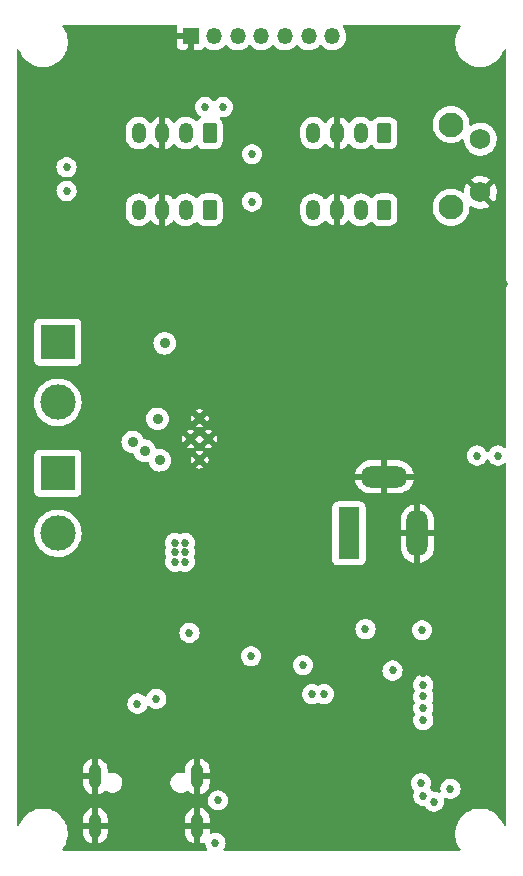
<source format=gbr>
%TF.GenerationSoftware,KiCad,Pcbnew,(6.0.7)*%
%TF.CreationDate,2022-11-21T13:24:11-08:00*%
%TF.ProjectId,WaterTopper,57617465-7254-46f7-9070-65722e6b6963,rev?*%
%TF.SameCoordinates,Original*%
%TF.FileFunction,Copper,L3,Inr*%
%TF.FilePolarity,Positive*%
%FSLAX46Y46*%
G04 Gerber Fmt 4.6, Leading zero omitted, Abs format (unit mm)*
G04 Created by KiCad (PCBNEW (6.0.7)) date 2022-11-21 13:24:11*
%MOMM*%
%LPD*%
G01*
G04 APERTURE LIST*
G04 Aperture macros list*
%AMRoundRect*
0 Rectangle with rounded corners*
0 $1 Rounding radius*
0 $2 $3 $4 $5 $6 $7 $8 $9 X,Y pos of 4 corners*
0 Add a 4 corners polygon primitive as box body*
4,1,4,$2,$3,$4,$5,$6,$7,$8,$9,$2,$3,0*
0 Add four circle primitives for the rounded corners*
1,1,$1+$1,$2,$3*
1,1,$1+$1,$4,$5*
1,1,$1+$1,$6,$7*
1,1,$1+$1,$8,$9*
0 Add four rect primitives between the rounded corners*
20,1,$1+$1,$2,$3,$4,$5,0*
20,1,$1+$1,$4,$5,$6,$7,0*
20,1,$1+$1,$6,$7,$8,$9,0*
20,1,$1+$1,$8,$9,$2,$3,0*%
G04 Aperture macros list end*
%TA.AperFunction,ComponentPad*%
%ADD10R,1.350000X1.350000*%
%TD*%
%TA.AperFunction,ComponentPad*%
%ADD11O,1.350000X1.350000*%
%TD*%
%TA.AperFunction,ComponentPad*%
%ADD12C,2.100000*%
%TD*%
%TA.AperFunction,ComponentPad*%
%ADD13C,1.750000*%
%TD*%
%TA.AperFunction,ComponentPad*%
%ADD14R,1.800000X4.400000*%
%TD*%
%TA.AperFunction,ComponentPad*%
%ADD15O,1.800000X4.000000*%
%TD*%
%TA.AperFunction,ComponentPad*%
%ADD16O,4.000000X1.800000*%
%TD*%
%TA.AperFunction,ComponentPad*%
%ADD17O,1.050000X2.100000*%
%TD*%
%TA.AperFunction,ComponentPad*%
%ADD18R,3.000000X3.000000*%
%TD*%
%TA.AperFunction,ComponentPad*%
%ADD19C,3.000000*%
%TD*%
%TA.AperFunction,ComponentPad*%
%ADD20C,0.499999*%
%TD*%
%TA.AperFunction,ComponentPad*%
%ADD21RoundRect,0.250000X0.350000X0.625000X-0.350000X0.625000X-0.350000X-0.625000X0.350000X-0.625000X0*%
%TD*%
%TA.AperFunction,ComponentPad*%
%ADD22O,1.200000X1.750000*%
%TD*%
%TA.AperFunction,ViaPad*%
%ADD23C,0.685800*%
%TD*%
%TA.AperFunction,ViaPad*%
%ADD24C,0.889000*%
%TD*%
G04 APERTURE END LIST*
D10*
%TO.N,GND*%
%TO.C,J3*%
X143500000Y-56500000D03*
D11*
%TO.N,Net-(J3-Pad2)*%
X145500000Y-56500000D03*
%TO.N,TFT_SCK*%
X147500000Y-56500000D03*
%TO.N,TFT_SDA*%
X149500000Y-56500000D03*
%TO.N,TFT_RST*%
X151500000Y-56500000D03*
%TO.N,TFT_DC*%
X153500000Y-56500000D03*
%TO.N,TFT_CS*%
X155500000Y-56500000D03*
%TD*%
D12*
%TO.N,*%
%TO.C,SW3*%
X165547500Y-70985000D03*
X165547500Y-63975000D03*
D13*
%TO.N,U_BTN*%
X168037500Y-65225000D03*
%TO.N,GND*%
X168037500Y-69725000D03*
%TD*%
D14*
%TO.N,+12V*%
%TO.C,J2*%
X156900000Y-98600000D03*
D15*
%TO.N,GND*%
X162700000Y-98600000D03*
D16*
X159900000Y-93800000D03*
%TD*%
D17*
%TO.N,GND*%
%TO.C,J1*%
X135430000Y-119170000D03*
X144070000Y-119170000D03*
X135430000Y-123350000D03*
X144070000Y-123350000D03*
%TD*%
D18*
%TO.N,MTR1A*%
%TO.C,J8*%
X132250000Y-82420000D03*
D19*
%TO.N,MTR1B*%
X132250000Y-87500000D03*
%TD*%
D20*
%TO.N,GND*%
%TO.C,U3*%
X145003998Y-90600000D03*
X143503996Y-90600000D03*
X144253997Y-88850001D03*
X144253997Y-92349999D03*
%TD*%
D18*
%TO.N,MTR2B*%
%TO.C,J9*%
X132250000Y-93500000D03*
D19*
%TO.N,MTR2A*%
X132250000Y-98580000D03*
%TD*%
D21*
%TO.N,+12V*%
%TO.C,J7*%
X145100000Y-71200000D03*
D22*
%TO.N,LSENSOR4*%
X143100000Y-71200000D03*
%TO.N,GND*%
X141100000Y-71200000D03*
%TO.N,Net-(J7-Pad4)*%
X139100000Y-71200000D03*
%TD*%
D21*
%TO.N,+12V*%
%TO.C,J4*%
X159900000Y-64700000D03*
D22*
%TO.N,LSENSOR1*%
X157900000Y-64700000D03*
%TO.N,GND*%
X155900000Y-64700000D03*
%TO.N,Net-(J4-Pad4)*%
X153900000Y-64700000D03*
%TD*%
D21*
%TO.N,+12V*%
%TO.C,J5*%
X159900000Y-71200000D03*
D22*
%TO.N,LSENSOR2*%
X157900000Y-71200000D03*
%TO.N,GND*%
X155900000Y-71200000D03*
%TO.N,Net-(J5-Pad4)*%
X153900000Y-71200000D03*
%TD*%
D21*
%TO.N,+12V*%
%TO.C,J6*%
X145100000Y-64700000D03*
D22*
%TO.N,LSENSOR3*%
X143100000Y-64700000D03*
%TO.N,GND*%
X141100000Y-64700000D03*
%TO.N,Net-(J6-Pad4)*%
X139100000Y-64700000D03*
%TD*%
D23*
%TO.N,U_BTN*%
X169500000Y-92000000D03*
X163000000Y-119750000D03*
%TO.N,TFT_SDA*%
X163200000Y-111400000D03*
%TO.N,TFT_SCK*%
X160600000Y-110200000D03*
%TO.N,TFT_RST*%
X163200000Y-112400000D03*
%TO.N,TFT_DC*%
X163200000Y-113400000D03*
%TO.N,TFT_CS*%
X163200000Y-114400000D03*
%TO.N,/MCU_D-*%
X139000000Y-113000000D03*
X154800000Y-112200000D03*
%TO.N,/MCU_D+*%
X140600000Y-112600000D03*
X153800000Y-112200000D03*
D24*
%TO.N,MTR2B*%
X139600000Y-91600000D03*
%TO.N,MTR2A*%
X140900000Y-92400000D03*
%TO.N,MTR1B*%
X138600000Y-90850000D03*
%TO.N,MTR1A*%
X140700353Y-88899647D03*
D23*
%TO.N,MCU_EN*%
X145600000Y-124800000D03*
X158300000Y-106700000D03*
%TO.N,MCU_BOOT*%
X163100000Y-106800000D03*
X163200000Y-120800000D03*
D24*
%TO.N,GND*%
X143400000Y-110200000D03*
D23*
X146400000Y-87800000D03*
X169000000Y-116700000D03*
X145800000Y-93800000D03*
X137400000Y-113000000D03*
X139050000Y-98800000D03*
X167400000Y-117700000D03*
X142600000Y-97800000D03*
X152600000Y-108200000D03*
X137800000Y-94000000D03*
D24*
X143800000Y-79400000D03*
D23*
X143400000Y-57800000D03*
X141150000Y-103150000D03*
X163600000Y-124800000D03*
D24*
X153500000Y-123500000D03*
X151000000Y-123500000D03*
D23*
X147700000Y-109800000D03*
X163200000Y-110400000D03*
X169896400Y-89512500D03*
D24*
X146300000Y-79600000D03*
D23*
X170000000Y-77512500D03*
X152200000Y-109000000D03*
D24*
X149750000Y-123500000D03*
X145600000Y-83400000D03*
D23*
X138200000Y-94800000D03*
D24*
X157250000Y-123500000D03*
X159750000Y-123500000D03*
D23*
X137800000Y-87000000D03*
X135900000Y-117050000D03*
X169896400Y-81512500D03*
D24*
X149600000Y-102800000D03*
D23*
X149400000Y-105200000D03*
X169896400Y-85512500D03*
D24*
X156000000Y-123500000D03*
D23*
X142200000Y-93600000D03*
X164800000Y-106800000D03*
X143200000Y-114000000D03*
D24*
X158500000Y-123500000D03*
D23*
X149200000Y-95200000D03*
X161200000Y-106800000D03*
X135000000Y-103400000D03*
X143600000Y-117050000D03*
X144400000Y-97800000D03*
D24*
X154750000Y-123500000D03*
D23*
X145800000Y-87200000D03*
D24*
X149000000Y-106600000D03*
X152250000Y-123500000D03*
D23*
X169000000Y-113400000D03*
%TO.N,+3V3*%
X142200000Y-100200000D03*
X145800000Y-121200000D03*
X143000000Y-101000000D03*
X148600000Y-109000000D03*
X146250000Y-62500000D03*
X164100000Y-121300000D03*
X133000000Y-69600000D03*
X148700000Y-66500000D03*
X167750000Y-92000000D03*
X143000000Y-99400000D03*
X133000000Y-67600000D03*
X148700000Y-70500000D03*
X142200000Y-101000000D03*
X143000000Y-100200000D03*
X165500000Y-120200000D03*
X142200000Y-99400000D03*
D24*
%TO.N,+12V*%
X141300000Y-82500000D03*
D23*
X143400000Y-107000000D03*
%TO.N,TFT_EN*%
X153000000Y-109750000D03*
X144750000Y-62500000D03*
%TD*%
%TA.AperFunction,Conductor*%
%TO.N,GND*%
G36*
X142287406Y-55528502D02*
G01*
X142333899Y-55582158D01*
X142344003Y-55652432D01*
X142337267Y-55678728D01*
X142326523Y-55707388D01*
X142322895Y-55722649D01*
X142317369Y-55773514D01*
X142317000Y-55780328D01*
X142317000Y-56227885D01*
X142321475Y-56243124D01*
X142322865Y-56244329D01*
X142330548Y-56246000D01*
X143628000Y-56246000D01*
X143696121Y-56266002D01*
X143742614Y-56319658D01*
X143754000Y-56372000D01*
X143754000Y-57664884D01*
X143758475Y-57680123D01*
X143759865Y-57681328D01*
X143767548Y-57682999D01*
X144219669Y-57682999D01*
X144226490Y-57682629D01*
X144277352Y-57677105D01*
X144292604Y-57673479D01*
X144413054Y-57628324D01*
X144428649Y-57619786D01*
X144530724Y-57543285D01*
X144543285Y-57530724D01*
X144594798Y-57461990D01*
X144651657Y-57419475D01*
X144722475Y-57414449D01*
X144765621Y-57432788D01*
X144932863Y-57544536D01*
X144938171Y-57546817D01*
X144938172Y-57546817D01*
X145127409Y-57628119D01*
X145127412Y-57628120D01*
X145132712Y-57630397D01*
X145138342Y-57631671D01*
X145323104Y-57673479D01*
X145344860Y-57678402D01*
X145350631Y-57678629D01*
X145350633Y-57678629D01*
X145419336Y-57681328D01*
X145562205Y-57686941D01*
X145777466Y-57655730D01*
X145782930Y-57653875D01*
X145782935Y-57653874D01*
X145977963Y-57587671D01*
X145977968Y-57587669D01*
X145983435Y-57585813D01*
X146173213Y-57479532D01*
X146340446Y-57340446D01*
X146400252Y-57268537D01*
X146459189Y-57228953D01*
X146530171Y-57227517D01*
X146592913Y-57267258D01*
X146596204Y-57271914D01*
X146600347Y-57275950D01*
X146600348Y-57275951D01*
X146666554Y-57340446D01*
X146752009Y-57423692D01*
X146932863Y-57544536D01*
X146938171Y-57546817D01*
X146938172Y-57546817D01*
X147127409Y-57628119D01*
X147127412Y-57628120D01*
X147132712Y-57630397D01*
X147138342Y-57631671D01*
X147323104Y-57673479D01*
X147344860Y-57678402D01*
X147350631Y-57678629D01*
X147350633Y-57678629D01*
X147419336Y-57681328D01*
X147562205Y-57686941D01*
X147777466Y-57655730D01*
X147782930Y-57653875D01*
X147782935Y-57653874D01*
X147977963Y-57587671D01*
X147977968Y-57587669D01*
X147983435Y-57585813D01*
X148173213Y-57479532D01*
X148340446Y-57340446D01*
X148400252Y-57268537D01*
X148459189Y-57228953D01*
X148530171Y-57227517D01*
X148592913Y-57267258D01*
X148596204Y-57271914D01*
X148600347Y-57275950D01*
X148600348Y-57275951D01*
X148666554Y-57340446D01*
X148752009Y-57423692D01*
X148932863Y-57544536D01*
X148938171Y-57546817D01*
X148938172Y-57546817D01*
X149127409Y-57628119D01*
X149127412Y-57628120D01*
X149132712Y-57630397D01*
X149138342Y-57631671D01*
X149323104Y-57673479D01*
X149344860Y-57678402D01*
X149350631Y-57678629D01*
X149350633Y-57678629D01*
X149419336Y-57681328D01*
X149562205Y-57686941D01*
X149777466Y-57655730D01*
X149782930Y-57653875D01*
X149782935Y-57653874D01*
X149977963Y-57587671D01*
X149977968Y-57587669D01*
X149983435Y-57585813D01*
X150173213Y-57479532D01*
X150340446Y-57340446D01*
X150400252Y-57268537D01*
X150459189Y-57228953D01*
X150530171Y-57227517D01*
X150592913Y-57267258D01*
X150596204Y-57271914D01*
X150600347Y-57275950D01*
X150600348Y-57275951D01*
X150666554Y-57340446D01*
X150752009Y-57423692D01*
X150932863Y-57544536D01*
X150938171Y-57546817D01*
X150938172Y-57546817D01*
X151127409Y-57628119D01*
X151127412Y-57628120D01*
X151132712Y-57630397D01*
X151138342Y-57631671D01*
X151323104Y-57673479D01*
X151344860Y-57678402D01*
X151350631Y-57678629D01*
X151350633Y-57678629D01*
X151419336Y-57681328D01*
X151562205Y-57686941D01*
X151777466Y-57655730D01*
X151782930Y-57653875D01*
X151782935Y-57653874D01*
X151977963Y-57587671D01*
X151977968Y-57587669D01*
X151983435Y-57585813D01*
X152173213Y-57479532D01*
X152340446Y-57340446D01*
X152400252Y-57268537D01*
X152459189Y-57228953D01*
X152530171Y-57227517D01*
X152592913Y-57267258D01*
X152596204Y-57271914D01*
X152600347Y-57275950D01*
X152600348Y-57275951D01*
X152666554Y-57340446D01*
X152752009Y-57423692D01*
X152932863Y-57544536D01*
X152938171Y-57546817D01*
X152938172Y-57546817D01*
X153127409Y-57628119D01*
X153127412Y-57628120D01*
X153132712Y-57630397D01*
X153138342Y-57631671D01*
X153323104Y-57673479D01*
X153344860Y-57678402D01*
X153350631Y-57678629D01*
X153350633Y-57678629D01*
X153419336Y-57681328D01*
X153562205Y-57686941D01*
X153777466Y-57655730D01*
X153782930Y-57653875D01*
X153782935Y-57653874D01*
X153977963Y-57587671D01*
X153977968Y-57587669D01*
X153983435Y-57585813D01*
X154173213Y-57479532D01*
X154340446Y-57340446D01*
X154400252Y-57268537D01*
X154459189Y-57228953D01*
X154530171Y-57227517D01*
X154592913Y-57267258D01*
X154596204Y-57271914D01*
X154600347Y-57275950D01*
X154600348Y-57275951D01*
X154666554Y-57340446D01*
X154752009Y-57423692D01*
X154932863Y-57544536D01*
X154938171Y-57546817D01*
X154938172Y-57546817D01*
X155127409Y-57628119D01*
X155127412Y-57628120D01*
X155132712Y-57630397D01*
X155138342Y-57631671D01*
X155323104Y-57673479D01*
X155344860Y-57678402D01*
X155350631Y-57678629D01*
X155350633Y-57678629D01*
X155419336Y-57681328D01*
X155562205Y-57686941D01*
X155777466Y-57655730D01*
X155782930Y-57653875D01*
X155782935Y-57653874D01*
X155977963Y-57587671D01*
X155977968Y-57587669D01*
X155983435Y-57585813D01*
X156173213Y-57479532D01*
X156340446Y-57340446D01*
X156479532Y-57173213D01*
X156585813Y-56983435D01*
X156587669Y-56977968D01*
X156587671Y-56977963D01*
X156653874Y-56782935D01*
X156653875Y-56782930D01*
X156655730Y-56777466D01*
X156686941Y-56562205D01*
X156688570Y-56500000D01*
X156668667Y-56283400D01*
X156609626Y-56074055D01*
X156513423Y-55878974D01*
X156493772Y-55852658D01*
X156387162Y-55709889D01*
X156362430Y-55643339D01*
X156377605Y-55573983D01*
X156427867Y-55523840D01*
X156488120Y-55508500D01*
X166230060Y-55508500D01*
X166298181Y-55528502D01*
X166344674Y-55582158D01*
X166354778Y-55652432D01*
X166327564Y-55714306D01*
X166280002Y-55772414D01*
X166279997Y-55772421D01*
X166277287Y-55775732D01*
X166127073Y-56020858D01*
X166125347Y-56024791D01*
X166125346Y-56024792D01*
X166029505Y-56243124D01*
X166011517Y-56284102D01*
X166010342Y-56288227D01*
X166010341Y-56288230D01*
X165983955Y-56380860D01*
X165932756Y-56560594D01*
X165892249Y-56845216D01*
X165892227Y-56849505D01*
X165892226Y-56849512D01*
X165890944Y-57094285D01*
X165890743Y-57132703D01*
X165891302Y-57136947D01*
X165891302Y-57136951D01*
X165907810Y-57262340D01*
X165928268Y-57417734D01*
X166004129Y-57695036D01*
X166116923Y-57959476D01*
X166264561Y-58206161D01*
X166444313Y-58430528D01*
X166652851Y-58628423D01*
X166886317Y-58796186D01*
X166890112Y-58798195D01*
X166890113Y-58798196D01*
X166911869Y-58809715D01*
X167140392Y-58930712D01*
X167410373Y-59029511D01*
X167691264Y-59090755D01*
X167719841Y-59093004D01*
X167914282Y-59108307D01*
X167914291Y-59108307D01*
X167916739Y-59108500D01*
X168072271Y-59108500D01*
X168074407Y-59108354D01*
X168074418Y-59108354D01*
X168282548Y-59094165D01*
X168282554Y-59094164D01*
X168286825Y-59093873D01*
X168291020Y-59093004D01*
X168291022Y-59093004D01*
X168427583Y-59064724D01*
X168568342Y-59035574D01*
X168839343Y-58939607D01*
X169094812Y-58807750D01*
X169098313Y-58805289D01*
X169098317Y-58805287D01*
X169212418Y-58725095D01*
X169330023Y-58642441D01*
X169540622Y-58446740D01*
X169722713Y-58224268D01*
X169872927Y-57979142D01*
X169988483Y-57715898D01*
X169994321Y-57695403D01*
X170032220Y-57635369D01*
X170096560Y-57605355D01*
X170166914Y-57614890D01*
X170220944Y-57660947D01*
X170241500Y-57729923D01*
X170241500Y-91239054D01*
X170221498Y-91307175D01*
X170167842Y-91353668D01*
X170097568Y-91363772D01*
X170041439Y-91340990D01*
X170036884Y-91337680D01*
X169951269Y-91275477D01*
X169933387Y-91262485D01*
X169933386Y-91262484D01*
X169928045Y-91258604D01*
X169922017Y-91255920D01*
X169922015Y-91255919D01*
X169770577Y-91188495D01*
X169770576Y-91188495D01*
X169764546Y-91185810D01*
X169677016Y-91167205D01*
X169595943Y-91149972D01*
X169595939Y-91149972D01*
X169589486Y-91148600D01*
X169410514Y-91148600D01*
X169404061Y-91149972D01*
X169404057Y-91149972D01*
X169322984Y-91167205D01*
X169235454Y-91185810D01*
X169229424Y-91188495D01*
X169229423Y-91188495D01*
X169077985Y-91255919D01*
X169077983Y-91255920D01*
X169071955Y-91258604D01*
X169066614Y-91262484D01*
X169066613Y-91262485D01*
X168941111Y-91353668D01*
X168927164Y-91363801D01*
X168922743Y-91368711D01*
X168922742Y-91368712D01*
X168811852Y-91491869D01*
X168807409Y-91496803D01*
X168743631Y-91607269D01*
X168734119Y-91623745D01*
X168682737Y-91672738D01*
X168613023Y-91686174D01*
X168547112Y-91659788D01*
X168515881Y-91623745D01*
X168506369Y-91607269D01*
X168442591Y-91496803D01*
X168438149Y-91491869D01*
X168327258Y-91368712D01*
X168327257Y-91368711D01*
X168322836Y-91363801D01*
X168308890Y-91353668D01*
X168183387Y-91262485D01*
X168183386Y-91262484D01*
X168178045Y-91258604D01*
X168172017Y-91255920D01*
X168172015Y-91255919D01*
X168020577Y-91188495D01*
X168020576Y-91188495D01*
X168014546Y-91185810D01*
X167927016Y-91167205D01*
X167845943Y-91149972D01*
X167845939Y-91149972D01*
X167839486Y-91148600D01*
X167660514Y-91148600D01*
X167654061Y-91149972D01*
X167654057Y-91149972D01*
X167572984Y-91167205D01*
X167485454Y-91185810D01*
X167479424Y-91188495D01*
X167479423Y-91188495D01*
X167327985Y-91255919D01*
X167327983Y-91255920D01*
X167321955Y-91258604D01*
X167316614Y-91262484D01*
X167316613Y-91262485D01*
X167191111Y-91353668D01*
X167177164Y-91363801D01*
X167172743Y-91368711D01*
X167172742Y-91368712D01*
X167061852Y-91491869D01*
X167057409Y-91496803D01*
X166967923Y-91651797D01*
X166965881Y-91658082D01*
X166917142Y-91808087D01*
X166912618Y-91822009D01*
X166893910Y-92000000D01*
X166912618Y-92177991D01*
X166967923Y-92348203D01*
X166971226Y-92353925D01*
X166971227Y-92353926D01*
X166978969Y-92367336D01*
X167057409Y-92503197D01*
X167061827Y-92508104D01*
X167061828Y-92508105D01*
X167158939Y-92615958D01*
X167177164Y-92636199D01*
X167182506Y-92640080D01*
X167182508Y-92640082D01*
X167287500Y-92716363D01*
X167321955Y-92741396D01*
X167327983Y-92744080D01*
X167327985Y-92744081D01*
X167479423Y-92811505D01*
X167485454Y-92814190D01*
X167572984Y-92832795D01*
X167654057Y-92850028D01*
X167654061Y-92850028D01*
X167660514Y-92851400D01*
X167839486Y-92851400D01*
X167845939Y-92850028D01*
X167845943Y-92850028D01*
X167927016Y-92832795D01*
X168014546Y-92814190D01*
X168020577Y-92811505D01*
X168172015Y-92744081D01*
X168172017Y-92744080D01*
X168178045Y-92741396D01*
X168212500Y-92716363D01*
X168317492Y-92640082D01*
X168317494Y-92640080D01*
X168322836Y-92636199D01*
X168341061Y-92615958D01*
X168438172Y-92508105D01*
X168438173Y-92508104D01*
X168442591Y-92503197D01*
X168515881Y-92376255D01*
X168567263Y-92327262D01*
X168636977Y-92313826D01*
X168702888Y-92340212D01*
X168734119Y-92376255D01*
X168807409Y-92503197D01*
X168811827Y-92508104D01*
X168811828Y-92508105D01*
X168908939Y-92615958D01*
X168927164Y-92636199D01*
X168932506Y-92640080D01*
X168932508Y-92640082D01*
X169037500Y-92716363D01*
X169071955Y-92741396D01*
X169077983Y-92744080D01*
X169077985Y-92744081D01*
X169229423Y-92811505D01*
X169235454Y-92814190D01*
X169322984Y-92832795D01*
X169404057Y-92850028D01*
X169404061Y-92850028D01*
X169410514Y-92851400D01*
X169589486Y-92851400D01*
X169595939Y-92850028D01*
X169595943Y-92850028D01*
X169677016Y-92832795D01*
X169764546Y-92814190D01*
X169770577Y-92811505D01*
X169922015Y-92744081D01*
X169922017Y-92744080D01*
X169928045Y-92741396D01*
X169966953Y-92713128D01*
X169990875Y-92695747D01*
X170041440Y-92659010D01*
X170108306Y-92635152D01*
X170177458Y-92651232D01*
X170226938Y-92702146D01*
X170241500Y-92760946D01*
X170241500Y-123266246D01*
X170221498Y-123334367D01*
X170167842Y-123380860D01*
X170097568Y-123390964D01*
X170032988Y-123361470D01*
X169996687Y-123307947D01*
X169995871Y-123304964D01*
X169883077Y-123040524D01*
X169735439Y-122793839D01*
X169555687Y-122569472D01*
X169347149Y-122371577D01*
X169113683Y-122203814D01*
X169091843Y-122192250D01*
X168947004Y-122115562D01*
X168859608Y-122069288D01*
X168589627Y-121970489D01*
X168308736Y-121909245D01*
X168277685Y-121906801D01*
X168085718Y-121891693D01*
X168085709Y-121891693D01*
X168083261Y-121891500D01*
X167927729Y-121891500D01*
X167925593Y-121891646D01*
X167925582Y-121891646D01*
X167717452Y-121905835D01*
X167717446Y-121905836D01*
X167713175Y-121906127D01*
X167708980Y-121906996D01*
X167708978Y-121906996D01*
X167591676Y-121931288D01*
X167431658Y-121964426D01*
X167160657Y-122060393D01*
X166905188Y-122192250D01*
X166901687Y-122194711D01*
X166901683Y-122194713D01*
X166891594Y-122201804D01*
X166669977Y-122357559D01*
X166459378Y-122553260D01*
X166277287Y-122775732D01*
X166127073Y-123020858D01*
X166125347Y-123024791D01*
X166125346Y-123024792D01*
X166096052Y-123091525D01*
X166011517Y-123284102D01*
X165932756Y-123560594D01*
X165892249Y-123845216D01*
X165892227Y-123849505D01*
X165892226Y-123849512D01*
X165890765Y-124128417D01*
X165890743Y-124132703D01*
X165891302Y-124136947D01*
X165891302Y-124136951D01*
X165907810Y-124262340D01*
X165928268Y-124417734D01*
X165929401Y-124421874D01*
X165929401Y-124421876D01*
X165938242Y-124454193D01*
X166004129Y-124695036D01*
X166005813Y-124698984D01*
X166079832Y-124872517D01*
X166116923Y-124959476D01*
X166264561Y-125206161D01*
X166267242Y-125209508D01*
X166267248Y-125209516D01*
X166329100Y-125286720D01*
X166356082Y-125352389D01*
X166343277Y-125422221D01*
X166294750Y-125474045D01*
X166230766Y-125491500D01*
X146402112Y-125491500D01*
X146333991Y-125471498D01*
X146287498Y-125417842D01*
X146277394Y-125347568D01*
X146292993Y-125302500D01*
X146378773Y-125153926D01*
X146378774Y-125153925D01*
X146382077Y-125148203D01*
X146437382Y-124977991D01*
X146439744Y-124955524D01*
X146455400Y-124806565D01*
X146456090Y-124800000D01*
X146448902Y-124731610D01*
X146438072Y-124628573D01*
X146438072Y-124628572D01*
X146437382Y-124622009D01*
X146434097Y-124611897D01*
X146384119Y-124458082D01*
X146382077Y-124451797D01*
X146377307Y-124443534D01*
X146295892Y-124302521D01*
X146292591Y-124296803D01*
X146172836Y-124163801D01*
X146160426Y-124154784D01*
X146033387Y-124062485D01*
X146033386Y-124062484D01*
X146028045Y-124058604D01*
X146022017Y-124055920D01*
X146022015Y-124055919D01*
X145870577Y-123988495D01*
X145870576Y-123988495D01*
X145864546Y-123985810D01*
X145777016Y-123967205D01*
X145695943Y-123949972D01*
X145695939Y-123949972D01*
X145689486Y-123948600D01*
X145510514Y-123948600D01*
X145504061Y-123949972D01*
X145504057Y-123949972D01*
X145422984Y-123967205D01*
X145335454Y-123985810D01*
X145329424Y-123988495D01*
X145329423Y-123988495D01*
X145312497Y-123996031D01*
X145280248Y-124010389D01*
X145209882Y-124019823D01*
X145145585Y-123989717D01*
X145107772Y-123929628D01*
X145103000Y-123895282D01*
X145103000Y-123622115D01*
X145098525Y-123606876D01*
X145097135Y-123605671D01*
X145089452Y-123604000D01*
X144342115Y-123604000D01*
X144326876Y-123608475D01*
X144325671Y-123609865D01*
X144324000Y-123617548D01*
X144324000Y-124858986D01*
X144327973Y-124872517D01*
X144335768Y-124873637D01*
X144452932Y-124839154D01*
X144464301Y-124834561D01*
X144568485Y-124780095D01*
X144638121Y-124766261D01*
X144704181Y-124792271D01*
X144745693Y-124849867D01*
X144752170Y-124878585D01*
X144762618Y-124977991D01*
X144817923Y-125148203D01*
X144821226Y-125153925D01*
X144821227Y-125153926D01*
X144907007Y-125302500D01*
X144923745Y-125371495D01*
X144900525Y-125438587D01*
X144844718Y-125482474D01*
X144797888Y-125491500D01*
X132769940Y-125491500D01*
X132701819Y-125471498D01*
X132655326Y-125417842D01*
X132645222Y-125347568D01*
X132672436Y-125285694D01*
X132719998Y-125227586D01*
X132720003Y-125227579D01*
X132722713Y-125224268D01*
X132872927Y-124979142D01*
X132919241Y-124873637D01*
X132986757Y-124719830D01*
X132988483Y-124715898D01*
X133067244Y-124439406D01*
X133107751Y-124154784D01*
X133107845Y-124136951D01*
X133108966Y-123922890D01*
X134397000Y-123922890D01*
X134397300Y-123929035D01*
X134411170Y-124070481D01*
X134413553Y-124082519D01*
X134468542Y-124264651D01*
X134473217Y-124275993D01*
X134562535Y-124443977D01*
X134569322Y-124454193D01*
X134689572Y-124601634D01*
X134698216Y-124610338D01*
X134844809Y-124731610D01*
X134854980Y-124738470D01*
X135022342Y-124828962D01*
X135033647Y-124833714D01*
X135158692Y-124872422D01*
X135172795Y-124872628D01*
X135176000Y-124865873D01*
X135176000Y-124858986D01*
X135684000Y-124858986D01*
X135687973Y-124872517D01*
X135695768Y-124873637D01*
X135812932Y-124839154D01*
X135824300Y-124834561D01*
X135992911Y-124746414D01*
X136003173Y-124739698D01*
X136151443Y-124620485D01*
X136160213Y-124611897D01*
X136282499Y-124466162D01*
X136289437Y-124456031D01*
X136381094Y-124289308D01*
X136385924Y-124278038D01*
X136443452Y-124096685D01*
X136446002Y-124084691D01*
X136462607Y-123936650D01*
X136463000Y-123929626D01*
X136463000Y-123922890D01*
X143037000Y-123922890D01*
X143037300Y-123929035D01*
X143051170Y-124070481D01*
X143053553Y-124082519D01*
X143108542Y-124264651D01*
X143113217Y-124275993D01*
X143202535Y-124443977D01*
X143209322Y-124454193D01*
X143329572Y-124601634D01*
X143338216Y-124610338D01*
X143484809Y-124731610D01*
X143494980Y-124738470D01*
X143662342Y-124828962D01*
X143673647Y-124833714D01*
X143798692Y-124872422D01*
X143812795Y-124872628D01*
X143816000Y-124865873D01*
X143816000Y-123622115D01*
X143811525Y-123606876D01*
X143810135Y-123605671D01*
X143802452Y-123604000D01*
X143055115Y-123604000D01*
X143039876Y-123608475D01*
X143038671Y-123609865D01*
X143037000Y-123617548D01*
X143037000Y-123922890D01*
X136463000Y-123922890D01*
X136463000Y-123622115D01*
X136458525Y-123606876D01*
X136457135Y-123605671D01*
X136449452Y-123604000D01*
X135702115Y-123604000D01*
X135686876Y-123608475D01*
X135685671Y-123609865D01*
X135684000Y-123617548D01*
X135684000Y-124858986D01*
X135176000Y-124858986D01*
X135176000Y-123622115D01*
X135171525Y-123606876D01*
X135170135Y-123605671D01*
X135162452Y-123604000D01*
X134415115Y-123604000D01*
X134399876Y-123608475D01*
X134398671Y-123609865D01*
X134397000Y-123617548D01*
X134397000Y-123922890D01*
X133108966Y-123922890D01*
X133109235Y-123871583D01*
X133109235Y-123871576D01*
X133109257Y-123867297D01*
X133071732Y-123582266D01*
X132995871Y-123304964D01*
X132899013Y-123077885D01*
X134397000Y-123077885D01*
X134401475Y-123093124D01*
X134402865Y-123094329D01*
X134410548Y-123096000D01*
X135157885Y-123096000D01*
X135173124Y-123091525D01*
X135174329Y-123090135D01*
X135176000Y-123082452D01*
X135176000Y-123077885D01*
X135684000Y-123077885D01*
X135688475Y-123093124D01*
X135689865Y-123094329D01*
X135697548Y-123096000D01*
X136444885Y-123096000D01*
X136460124Y-123091525D01*
X136461329Y-123090135D01*
X136463000Y-123082452D01*
X136463000Y-123077885D01*
X143037000Y-123077885D01*
X143041475Y-123093124D01*
X143042865Y-123094329D01*
X143050548Y-123096000D01*
X143797885Y-123096000D01*
X143813124Y-123091525D01*
X143814329Y-123090135D01*
X143816000Y-123082452D01*
X143816000Y-123077885D01*
X144324000Y-123077885D01*
X144328475Y-123093124D01*
X144329865Y-123094329D01*
X144337548Y-123096000D01*
X145084885Y-123096000D01*
X145100124Y-123091525D01*
X145101329Y-123090135D01*
X145103000Y-123082452D01*
X145103000Y-122777110D01*
X145102700Y-122770965D01*
X145088830Y-122629519D01*
X145086447Y-122617481D01*
X145031458Y-122435349D01*
X145026783Y-122424007D01*
X144937465Y-122256023D01*
X144930678Y-122245807D01*
X144810428Y-122098366D01*
X144801784Y-122089662D01*
X144655191Y-121968390D01*
X144645020Y-121961530D01*
X144477658Y-121871038D01*
X144466353Y-121866286D01*
X144341308Y-121827578D01*
X144327205Y-121827372D01*
X144324000Y-121834127D01*
X144324000Y-123077885D01*
X143816000Y-123077885D01*
X143816000Y-121841014D01*
X143812027Y-121827483D01*
X143804232Y-121826363D01*
X143687068Y-121860846D01*
X143675700Y-121865439D01*
X143507089Y-121953586D01*
X143496827Y-121960302D01*
X143348557Y-122079515D01*
X143339787Y-122088103D01*
X143217501Y-122233838D01*
X143210563Y-122243969D01*
X143118906Y-122410692D01*
X143114076Y-122421962D01*
X143056548Y-122603315D01*
X143053998Y-122615309D01*
X143037393Y-122763350D01*
X143037000Y-122770374D01*
X143037000Y-123077885D01*
X136463000Y-123077885D01*
X136463000Y-122777110D01*
X136462700Y-122770965D01*
X136448830Y-122629519D01*
X136446447Y-122617481D01*
X136391458Y-122435349D01*
X136386783Y-122424007D01*
X136297465Y-122256023D01*
X136290678Y-122245807D01*
X136170428Y-122098366D01*
X136161784Y-122089662D01*
X136015191Y-121968390D01*
X136005020Y-121961530D01*
X135837658Y-121871038D01*
X135826353Y-121866286D01*
X135701308Y-121827578D01*
X135687205Y-121827372D01*
X135684000Y-121834127D01*
X135684000Y-123077885D01*
X135176000Y-123077885D01*
X135176000Y-121841014D01*
X135172027Y-121827483D01*
X135164232Y-121826363D01*
X135047068Y-121860846D01*
X135035700Y-121865439D01*
X134867089Y-121953586D01*
X134856827Y-121960302D01*
X134708557Y-122079515D01*
X134699787Y-122088103D01*
X134577501Y-122233838D01*
X134570563Y-122243969D01*
X134478906Y-122410692D01*
X134474076Y-122421962D01*
X134416548Y-122603315D01*
X134413998Y-122615309D01*
X134397393Y-122763350D01*
X134397000Y-122770374D01*
X134397000Y-123077885D01*
X132899013Y-123077885D01*
X132883077Y-123040524D01*
X132735439Y-122793839D01*
X132555687Y-122569472D01*
X132347149Y-122371577D01*
X132113683Y-122203814D01*
X132091843Y-122192250D01*
X131947004Y-122115562D01*
X131859608Y-122069288D01*
X131589627Y-121970489D01*
X131308736Y-121909245D01*
X131277685Y-121906801D01*
X131085718Y-121891693D01*
X131085709Y-121891693D01*
X131083261Y-121891500D01*
X130927729Y-121891500D01*
X130925593Y-121891646D01*
X130925582Y-121891646D01*
X130717452Y-121905835D01*
X130717446Y-121905836D01*
X130713175Y-121906127D01*
X130708980Y-121906996D01*
X130708978Y-121906996D01*
X130591676Y-121931288D01*
X130431658Y-121964426D01*
X130160657Y-122060393D01*
X129905188Y-122192250D01*
X129901687Y-122194711D01*
X129901683Y-122194713D01*
X129891594Y-122201804D01*
X129669977Y-122357559D01*
X129459378Y-122553260D01*
X129277287Y-122775732D01*
X129127073Y-123020858D01*
X129125347Y-123024791D01*
X129125346Y-123024792D01*
X129096052Y-123091525D01*
X129011517Y-123284102D01*
X129006702Y-123301007D01*
X129005679Y-123304597D01*
X128967780Y-123364631D01*
X128903440Y-123394645D01*
X128833086Y-123385110D01*
X128779056Y-123339053D01*
X128758500Y-123270077D01*
X128758500Y-121200000D01*
X144943910Y-121200000D01*
X144944600Y-121206565D01*
X144955273Y-121308105D01*
X144962618Y-121377991D01*
X144964658Y-121384269D01*
X144964658Y-121384270D01*
X144992977Y-121471427D01*
X145017923Y-121548203D01*
X145107409Y-121703197D01*
X145111827Y-121708104D01*
X145111828Y-121708105D01*
X145197449Y-121803197D01*
X145227164Y-121836199D01*
X145232506Y-121840080D01*
X145232508Y-121840082D01*
X145364802Y-121936199D01*
X145371955Y-121941396D01*
X145377983Y-121944080D01*
X145377985Y-121944081D01*
X145435246Y-121969575D01*
X145535454Y-122014190D01*
X145622984Y-122032795D01*
X145704057Y-122050028D01*
X145704061Y-122050028D01*
X145710514Y-122051400D01*
X145889486Y-122051400D01*
X145895939Y-122050028D01*
X145895943Y-122050028D01*
X145977016Y-122032795D01*
X146064546Y-122014190D01*
X146164754Y-121969575D01*
X146222015Y-121944081D01*
X146222017Y-121944080D01*
X146228045Y-121941396D01*
X146235198Y-121936199D01*
X146367492Y-121840082D01*
X146367494Y-121840080D01*
X146372836Y-121836199D01*
X146402551Y-121803197D01*
X146488172Y-121708105D01*
X146488173Y-121708104D01*
X146492591Y-121703197D01*
X146582077Y-121548203D01*
X146607023Y-121471427D01*
X146635342Y-121384270D01*
X146635342Y-121384269D01*
X146637382Y-121377991D01*
X146644728Y-121308105D01*
X146655400Y-121206565D01*
X146656090Y-121200000D01*
X146640327Y-121050028D01*
X146638072Y-121028573D01*
X146638072Y-121028572D01*
X146637382Y-121022009D01*
X146634842Y-121014190D01*
X146584119Y-120858082D01*
X146582077Y-120851797D01*
X146573072Y-120836199D01*
X146499116Y-120708105D01*
X146492591Y-120696803D01*
X146425247Y-120622009D01*
X146377258Y-120568712D01*
X146377257Y-120568711D01*
X146372836Y-120563801D01*
X146365100Y-120558180D01*
X146233387Y-120462485D01*
X146233386Y-120462484D01*
X146228045Y-120458604D01*
X146222017Y-120455920D01*
X146222015Y-120455919D01*
X146070577Y-120388495D01*
X146070576Y-120388495D01*
X146064546Y-120385810D01*
X145977016Y-120367205D01*
X145895943Y-120349972D01*
X145895939Y-120349972D01*
X145889486Y-120348600D01*
X145710514Y-120348600D01*
X145704061Y-120349972D01*
X145704057Y-120349972D01*
X145622984Y-120367205D01*
X145535454Y-120385810D01*
X145529424Y-120388495D01*
X145529423Y-120388495D01*
X145377985Y-120455919D01*
X145377983Y-120455920D01*
X145371955Y-120458604D01*
X145366614Y-120462484D01*
X145366613Y-120462485D01*
X145234901Y-120558180D01*
X145227164Y-120563801D01*
X145222743Y-120568711D01*
X145222742Y-120568712D01*
X145174754Y-120622009D01*
X145107409Y-120696803D01*
X145100884Y-120708105D01*
X145026929Y-120836199D01*
X145017923Y-120851797D01*
X145015881Y-120858082D01*
X144965159Y-121014190D01*
X144962618Y-121022009D01*
X144961928Y-121028572D01*
X144961928Y-121028573D01*
X144959673Y-121050028D01*
X144943910Y-121200000D01*
X128758500Y-121200000D01*
X128758500Y-119742890D01*
X134397000Y-119742890D01*
X134397300Y-119749035D01*
X134411170Y-119890481D01*
X134413553Y-119902519D01*
X134468542Y-120084651D01*
X134473217Y-120095993D01*
X134562535Y-120263977D01*
X134569322Y-120274193D01*
X134689572Y-120421634D01*
X134698216Y-120430338D01*
X134844809Y-120551610D01*
X134854980Y-120558470D01*
X135022342Y-120648962D01*
X135033647Y-120653714D01*
X135158692Y-120692422D01*
X135172795Y-120692628D01*
X135176000Y-120685873D01*
X135176000Y-120678986D01*
X135684000Y-120678986D01*
X135687973Y-120692517D01*
X135695768Y-120693637D01*
X135812932Y-120659154D01*
X135824300Y-120654561D01*
X135992911Y-120566414D01*
X136003173Y-120559698D01*
X136151444Y-120440484D01*
X136160210Y-120431901D01*
X136178016Y-120410680D01*
X136237126Y-120371353D01*
X136308113Y-120370227D01*
X136351067Y-120391575D01*
X136412652Y-120438660D01*
X136581704Y-120517490D01*
X136763740Y-120558180D01*
X136769463Y-120558500D01*
X136906596Y-120558500D01*
X137045437Y-120543417D01*
X137222223Y-120483922D01*
X137382109Y-120387853D01*
X137517636Y-120259692D01*
X137553741Y-120206565D01*
X137618646Y-120111060D01*
X137618647Y-120111058D01*
X137622480Y-120105418D01*
X137630742Y-120084763D01*
X137689215Y-119938570D01*
X137689216Y-119938568D01*
X137691751Y-119932229D01*
X137722216Y-119748205D01*
X137717521Y-119658615D01*
X137717163Y-119651795D01*
X141777784Y-119651795D01*
X141778141Y-119658611D01*
X141778141Y-119658615D01*
X141782931Y-119750000D01*
X141787547Y-119838067D01*
X141837080Y-120017898D01*
X141924075Y-120182898D01*
X141928480Y-120188111D01*
X141928483Y-120188115D01*
X142040064Y-120320153D01*
X142040068Y-120320157D01*
X142044471Y-120325367D01*
X142049895Y-120329514D01*
X142049896Y-120329515D01*
X142187231Y-120434516D01*
X142187235Y-120434519D01*
X142192652Y-120438660D01*
X142361704Y-120517490D01*
X142543740Y-120558180D01*
X142549463Y-120558500D01*
X142686596Y-120558500D01*
X142825437Y-120543417D01*
X143002223Y-120483922D01*
X143162109Y-120387853D01*
X143163684Y-120390475D01*
X143217518Y-120369999D01*
X143286988Y-120384641D01*
X143324961Y-120415981D01*
X143329566Y-120421628D01*
X143338216Y-120430338D01*
X143484809Y-120551610D01*
X143494980Y-120558470D01*
X143662342Y-120648962D01*
X143673647Y-120653714D01*
X143798692Y-120692422D01*
X143812795Y-120692628D01*
X143816000Y-120685873D01*
X143816000Y-120678986D01*
X144324000Y-120678986D01*
X144327973Y-120692517D01*
X144335768Y-120693637D01*
X144452932Y-120659154D01*
X144464300Y-120654561D01*
X144632911Y-120566414D01*
X144643173Y-120559698D01*
X144791443Y-120440485D01*
X144800213Y-120431897D01*
X144922499Y-120286162D01*
X144929437Y-120276031D01*
X145021094Y-120109308D01*
X145025924Y-120098038D01*
X145083452Y-119916685D01*
X145086002Y-119904691D01*
X145102607Y-119756650D01*
X145102979Y-119750000D01*
X162143910Y-119750000D01*
X162144600Y-119756565D01*
X162154610Y-119851797D01*
X162162618Y-119927991D01*
X162217923Y-120098203D01*
X162221226Y-120103925D01*
X162221227Y-120103926D01*
X162224334Y-120109308D01*
X162307409Y-120253197D01*
X162311827Y-120258104D01*
X162311828Y-120258105D01*
X162387359Y-120341991D01*
X162418077Y-120405998D01*
X162413556Y-120465237D01*
X162382793Y-120559918D01*
X162362618Y-120622009D01*
X162361928Y-120628572D01*
X162361928Y-120628573D01*
X162355217Y-120692422D01*
X162343910Y-120800000D01*
X162362618Y-120977991D01*
X162364658Y-120984269D01*
X162364658Y-120984270D01*
X162374880Y-121015730D01*
X162417923Y-121148203D01*
X162507409Y-121303197D01*
X162511827Y-121308104D01*
X162511828Y-121308105D01*
X162580407Y-121384270D01*
X162627164Y-121436199D01*
X162632506Y-121440080D01*
X162632508Y-121440082D01*
X162693328Y-121484270D01*
X162771955Y-121541396D01*
X162777983Y-121544080D01*
X162777985Y-121544081D01*
X162929423Y-121611505D01*
X162935454Y-121614190D01*
X163022984Y-121632795D01*
X163104057Y-121650028D01*
X163104061Y-121650028D01*
X163110514Y-121651400D01*
X163247023Y-121651400D01*
X163315144Y-121671402D01*
X163356142Y-121714400D01*
X163407409Y-121803197D01*
X163411827Y-121808104D01*
X163411828Y-121808105D01*
X163503717Y-121910158D01*
X163527164Y-121936199D01*
X163532506Y-121940080D01*
X163532508Y-121940082D01*
X163666613Y-122037515D01*
X163671955Y-122041396D01*
X163677983Y-122044080D01*
X163677985Y-122044081D01*
X163799912Y-122098366D01*
X163835454Y-122114190D01*
X163922984Y-122132795D01*
X164004057Y-122150028D01*
X164004061Y-122150028D01*
X164010514Y-122151400D01*
X164189486Y-122151400D01*
X164195939Y-122150028D01*
X164195943Y-122150028D01*
X164277016Y-122132795D01*
X164364546Y-122114190D01*
X164400088Y-122098366D01*
X164522015Y-122044081D01*
X164522017Y-122044080D01*
X164528045Y-122041396D01*
X164533387Y-122037515D01*
X164667492Y-121940082D01*
X164667494Y-121940080D01*
X164672836Y-121936199D01*
X164696283Y-121910158D01*
X164788172Y-121808105D01*
X164788173Y-121808104D01*
X164792591Y-121803197D01*
X164882077Y-121648203D01*
X164937382Y-121477991D01*
X164941367Y-121440082D01*
X164955400Y-121306565D01*
X164956090Y-121300000D01*
X164937382Y-121122009D01*
X164933462Y-121109944D01*
X164931438Y-121038977D01*
X164968103Y-120978180D01*
X165031816Y-120946858D01*
X165104545Y-120955906D01*
X165235454Y-121014190D01*
X165322984Y-121032795D01*
X165404057Y-121050028D01*
X165404061Y-121050028D01*
X165410514Y-121051400D01*
X165589486Y-121051400D01*
X165595939Y-121050028D01*
X165595943Y-121050028D01*
X165677016Y-121032795D01*
X165764546Y-121014190D01*
X165831748Y-120984270D01*
X165922015Y-120944081D01*
X165922017Y-120944080D01*
X165928045Y-120941396D01*
X166042717Y-120858082D01*
X166067492Y-120840082D01*
X166067494Y-120840080D01*
X166072836Y-120836199D01*
X166077258Y-120831288D01*
X166188172Y-120708105D01*
X166188173Y-120708104D01*
X166192591Y-120703197D01*
X166271563Y-120566414D01*
X166278773Y-120553926D01*
X166278774Y-120553925D01*
X166282077Y-120548203D01*
X166319867Y-120431897D01*
X166335342Y-120384270D01*
X166335342Y-120384269D01*
X166337382Y-120377991D01*
X166356090Y-120200000D01*
X166345483Y-120099086D01*
X166338072Y-120028573D01*
X166338072Y-120028572D01*
X166337382Y-120022009D01*
X166282077Y-119851797D01*
X166270217Y-119831254D01*
X166195892Y-119702521D01*
X166192591Y-119696803D01*
X166080227Y-119572009D01*
X166077258Y-119568712D01*
X166077257Y-119568711D01*
X166072836Y-119563801D01*
X166061213Y-119555356D01*
X165933387Y-119462485D01*
X165933386Y-119462484D01*
X165928045Y-119458604D01*
X165922017Y-119455920D01*
X165922015Y-119455919D01*
X165770577Y-119388495D01*
X165770576Y-119388495D01*
X165764546Y-119385810D01*
X165677016Y-119367205D01*
X165595943Y-119349972D01*
X165595939Y-119349972D01*
X165589486Y-119348600D01*
X165410514Y-119348600D01*
X165404061Y-119349972D01*
X165404057Y-119349972D01*
X165322984Y-119367205D01*
X165235454Y-119385810D01*
X165229424Y-119388495D01*
X165229423Y-119388495D01*
X165077985Y-119455919D01*
X165077983Y-119455920D01*
X165071955Y-119458604D01*
X165066614Y-119462484D01*
X165066613Y-119462485D01*
X164938788Y-119555356D01*
X164927164Y-119563801D01*
X164922743Y-119568711D01*
X164922742Y-119568712D01*
X164919774Y-119572009D01*
X164807409Y-119696803D01*
X164804108Y-119702521D01*
X164729784Y-119831254D01*
X164717923Y-119851797D01*
X164662618Y-120022009D01*
X164661928Y-120028572D01*
X164661928Y-120028573D01*
X164654517Y-120099086D01*
X164643910Y-120200000D01*
X164662618Y-120377991D01*
X164664658Y-120384269D01*
X164666538Y-120390056D01*
X164668562Y-120461023D01*
X164631897Y-120521820D01*
X164568184Y-120553142D01*
X164495455Y-120544094D01*
X164364546Y-120485810D01*
X164277016Y-120467205D01*
X164195943Y-120449972D01*
X164195939Y-120449972D01*
X164189486Y-120448600D01*
X164052977Y-120448600D01*
X163984856Y-120428598D01*
X163943858Y-120385600D01*
X163935675Y-120371427D01*
X163892591Y-120296803D01*
X163863035Y-120263977D01*
X163812641Y-120208009D01*
X163781923Y-120144002D01*
X163786444Y-120084763D01*
X163835342Y-119934270D01*
X163835342Y-119934269D01*
X163837382Y-119927991D01*
X163845391Y-119851797D01*
X163855400Y-119756565D01*
X163856090Y-119750000D01*
X163837382Y-119572009D01*
X163833454Y-119559918D01*
X163784119Y-119408082D01*
X163782077Y-119401797D01*
X163767220Y-119376063D01*
X163695892Y-119252521D01*
X163692591Y-119246803D01*
X163671289Y-119223144D01*
X163577258Y-119118712D01*
X163577257Y-119118711D01*
X163572836Y-119113801D01*
X163526103Y-119079847D01*
X163433387Y-119012485D01*
X163433386Y-119012484D01*
X163428045Y-119008604D01*
X163422017Y-119005920D01*
X163422015Y-119005919D01*
X163270577Y-118938495D01*
X163270576Y-118938495D01*
X163264546Y-118935810D01*
X163171347Y-118916000D01*
X163095943Y-118899972D01*
X163095939Y-118899972D01*
X163089486Y-118898600D01*
X162910514Y-118898600D01*
X162904061Y-118899972D01*
X162904057Y-118899972D01*
X162828653Y-118916000D01*
X162735454Y-118935810D01*
X162729424Y-118938495D01*
X162729423Y-118938495D01*
X162577985Y-119005919D01*
X162577983Y-119005920D01*
X162571955Y-119008604D01*
X162566614Y-119012484D01*
X162566613Y-119012485D01*
X162473898Y-119079847D01*
X162427164Y-119113801D01*
X162422743Y-119118711D01*
X162422742Y-119118712D01*
X162328712Y-119223144D01*
X162307409Y-119246803D01*
X162304108Y-119252521D01*
X162232781Y-119376063D01*
X162217923Y-119401797D01*
X162215881Y-119408082D01*
X162166547Y-119559918D01*
X162162618Y-119572009D01*
X162143910Y-119750000D01*
X145102979Y-119750000D01*
X145103000Y-119749626D01*
X145103000Y-119442115D01*
X145098525Y-119426876D01*
X145097135Y-119425671D01*
X145089452Y-119424000D01*
X144342115Y-119424000D01*
X144326876Y-119428475D01*
X144325671Y-119429865D01*
X144324000Y-119437548D01*
X144324000Y-120678986D01*
X143816000Y-120678986D01*
X143816000Y-118897885D01*
X144324000Y-118897885D01*
X144328475Y-118913124D01*
X144329865Y-118914329D01*
X144337548Y-118916000D01*
X145084885Y-118916000D01*
X145100124Y-118911525D01*
X145101329Y-118910135D01*
X145103000Y-118902452D01*
X145103000Y-118597110D01*
X145102700Y-118590965D01*
X145088830Y-118449519D01*
X145086447Y-118437481D01*
X145031458Y-118255349D01*
X145026783Y-118244007D01*
X144937465Y-118076023D01*
X144930678Y-118065807D01*
X144810428Y-117918366D01*
X144801784Y-117909662D01*
X144655191Y-117788390D01*
X144645020Y-117781530D01*
X144477658Y-117691038D01*
X144466353Y-117686286D01*
X144341308Y-117647578D01*
X144327205Y-117647372D01*
X144324000Y-117654127D01*
X144324000Y-118897885D01*
X143816000Y-118897885D01*
X143816000Y-117661014D01*
X143812027Y-117647483D01*
X143804232Y-117646363D01*
X143687068Y-117680846D01*
X143675700Y-117685439D01*
X143507089Y-117773586D01*
X143496827Y-117780302D01*
X143348557Y-117899515D01*
X143339787Y-117908103D01*
X143217501Y-118053838D01*
X143210563Y-118063969D01*
X143118906Y-118230692D01*
X143114076Y-118241962D01*
X143056548Y-118423315D01*
X143053998Y-118435309D01*
X143037393Y-118583350D01*
X143037000Y-118590374D01*
X143037000Y-118751770D01*
X143016998Y-118819891D01*
X142963342Y-118866384D01*
X142893068Y-118876488D01*
X142883532Y-118874739D01*
X142736260Y-118841820D01*
X142730537Y-118841500D01*
X142593404Y-118841500D01*
X142454563Y-118856583D01*
X142277777Y-118916078D01*
X142117891Y-119012147D01*
X141982364Y-119140308D01*
X141978529Y-119145951D01*
X141933721Y-119211885D01*
X141877520Y-119294582D01*
X141874988Y-119300911D01*
X141874987Y-119300914D01*
X141810785Y-119461430D01*
X141808249Y-119467771D01*
X141777784Y-119651795D01*
X137717163Y-119651795D01*
X137712810Y-119568746D01*
X137712453Y-119561933D01*
X137662920Y-119382102D01*
X137575925Y-119217102D01*
X137571520Y-119211889D01*
X137571517Y-119211885D01*
X137459936Y-119079847D01*
X137459932Y-119079843D01*
X137455529Y-119074633D01*
X137450104Y-119070485D01*
X137312769Y-118965484D01*
X137312765Y-118965481D01*
X137307348Y-118961340D01*
X137138296Y-118882510D01*
X136956260Y-118841820D01*
X136950537Y-118841500D01*
X136813404Y-118841500D01*
X136674563Y-118856583D01*
X136630537Y-118871399D01*
X136629189Y-118871853D01*
X136558246Y-118874623D01*
X136497068Y-118838599D01*
X136465077Y-118775219D01*
X136463000Y-118752434D01*
X136463000Y-118597110D01*
X136462700Y-118590965D01*
X136448830Y-118449519D01*
X136446447Y-118437481D01*
X136391458Y-118255349D01*
X136386783Y-118244007D01*
X136297465Y-118076023D01*
X136290678Y-118065807D01*
X136170428Y-117918366D01*
X136161784Y-117909662D01*
X136015191Y-117788390D01*
X136005020Y-117781530D01*
X135837658Y-117691038D01*
X135826353Y-117686286D01*
X135701308Y-117647578D01*
X135687205Y-117647372D01*
X135684000Y-117654127D01*
X135684000Y-120678986D01*
X135176000Y-120678986D01*
X135176000Y-119442115D01*
X135171525Y-119426876D01*
X135170135Y-119425671D01*
X135162452Y-119424000D01*
X134415115Y-119424000D01*
X134399876Y-119428475D01*
X134398671Y-119429865D01*
X134397000Y-119437548D01*
X134397000Y-119742890D01*
X128758500Y-119742890D01*
X128758500Y-118897885D01*
X134397000Y-118897885D01*
X134401475Y-118913124D01*
X134402865Y-118914329D01*
X134410548Y-118916000D01*
X135157885Y-118916000D01*
X135173124Y-118911525D01*
X135174329Y-118910135D01*
X135176000Y-118902452D01*
X135176000Y-117661014D01*
X135172027Y-117647483D01*
X135164232Y-117646363D01*
X135047068Y-117680846D01*
X135035700Y-117685439D01*
X134867089Y-117773586D01*
X134856827Y-117780302D01*
X134708557Y-117899515D01*
X134699787Y-117908103D01*
X134577501Y-118053838D01*
X134570563Y-118063969D01*
X134478906Y-118230692D01*
X134474076Y-118241962D01*
X134416548Y-118423315D01*
X134413998Y-118435309D01*
X134397393Y-118583350D01*
X134397000Y-118590374D01*
X134397000Y-118897885D01*
X128758500Y-118897885D01*
X128758500Y-114400000D01*
X162343910Y-114400000D01*
X162362618Y-114577991D01*
X162417923Y-114748203D01*
X162507409Y-114903197D01*
X162627164Y-115036199D01*
X162771955Y-115141396D01*
X162777983Y-115144080D01*
X162777985Y-115144081D01*
X162929423Y-115211505D01*
X162935454Y-115214190D01*
X163022984Y-115232795D01*
X163104057Y-115250028D01*
X163104061Y-115250028D01*
X163110514Y-115251400D01*
X163289486Y-115251400D01*
X163295939Y-115250028D01*
X163295943Y-115250028D01*
X163377016Y-115232795D01*
X163464546Y-115214190D01*
X163470577Y-115211505D01*
X163622015Y-115144081D01*
X163622017Y-115144080D01*
X163628045Y-115141396D01*
X163772836Y-115036199D01*
X163892591Y-114903197D01*
X163982077Y-114748203D01*
X164037382Y-114577991D01*
X164056090Y-114400000D01*
X164037382Y-114222009D01*
X163982077Y-114051797D01*
X163930810Y-113963000D01*
X163914072Y-113894005D01*
X163930810Y-113837000D01*
X163978773Y-113753926D01*
X163978774Y-113753925D01*
X163982077Y-113748203D01*
X164005011Y-113677620D01*
X164035342Y-113584270D01*
X164035342Y-113584269D01*
X164037382Y-113577991D01*
X164044728Y-113508105D01*
X164055400Y-113406565D01*
X164056090Y-113400000D01*
X164039282Y-113240082D01*
X164038072Y-113228573D01*
X164038072Y-113228572D01*
X164037382Y-113222009D01*
X163982077Y-113051797D01*
X163930810Y-112963000D01*
X163914072Y-112894005D01*
X163930810Y-112837000D01*
X163931273Y-112836199D01*
X163982077Y-112748203D01*
X164037382Y-112577991D01*
X164056090Y-112400000D01*
X164037382Y-112222009D01*
X164025175Y-112184438D01*
X163984119Y-112058082D01*
X163982077Y-112051797D01*
X163930810Y-111963000D01*
X163914072Y-111894005D01*
X163930810Y-111837000D01*
X163978773Y-111753926D01*
X163978774Y-111753925D01*
X163982077Y-111748203D01*
X164037382Y-111577991D01*
X164038874Y-111563801D01*
X164055400Y-111406565D01*
X164056090Y-111400000D01*
X164037382Y-111222009D01*
X163982077Y-111051797D01*
X163892591Y-110896803D01*
X163841520Y-110840082D01*
X163777258Y-110768712D01*
X163777257Y-110768711D01*
X163772836Y-110763801D01*
X163696178Y-110708105D01*
X163633387Y-110662485D01*
X163633386Y-110662484D01*
X163628045Y-110658604D01*
X163622017Y-110655920D01*
X163622015Y-110655919D01*
X163470577Y-110588495D01*
X163470576Y-110588495D01*
X163464546Y-110585810D01*
X163369286Y-110565562D01*
X163295943Y-110549972D01*
X163295939Y-110549972D01*
X163289486Y-110548600D01*
X163110514Y-110548600D01*
X163104061Y-110549972D01*
X163104057Y-110549972D01*
X163030714Y-110565562D01*
X162935454Y-110585810D01*
X162929424Y-110588495D01*
X162929423Y-110588495D01*
X162777985Y-110655919D01*
X162777983Y-110655920D01*
X162771955Y-110658604D01*
X162766614Y-110662484D01*
X162766613Y-110662485D01*
X162703823Y-110708105D01*
X162627164Y-110763801D01*
X162622743Y-110768711D01*
X162622742Y-110768712D01*
X162558481Y-110840082D01*
X162507409Y-110896803D01*
X162417923Y-111051797D01*
X162362618Y-111222009D01*
X162343910Y-111400000D01*
X162344600Y-111406565D01*
X162361127Y-111563801D01*
X162362618Y-111577991D01*
X162417923Y-111748203D01*
X162421226Y-111753925D01*
X162421227Y-111753926D01*
X162469190Y-111837000D01*
X162485928Y-111905995D01*
X162469190Y-111963000D01*
X162417923Y-112051797D01*
X162415881Y-112058082D01*
X162374826Y-112184438D01*
X162362618Y-112222009D01*
X162343910Y-112400000D01*
X162362618Y-112577991D01*
X162417923Y-112748203D01*
X162468728Y-112836199D01*
X162469190Y-112837000D01*
X162485928Y-112905995D01*
X162469190Y-112963000D01*
X162417923Y-113051797D01*
X162362618Y-113222009D01*
X162361928Y-113228572D01*
X162361928Y-113228573D01*
X162360718Y-113240082D01*
X162343910Y-113400000D01*
X162344600Y-113406565D01*
X162355273Y-113508105D01*
X162362618Y-113577991D01*
X162364658Y-113584269D01*
X162364658Y-113584270D01*
X162394989Y-113677620D01*
X162417923Y-113748203D01*
X162421226Y-113753925D01*
X162421227Y-113753926D01*
X162469190Y-113837000D01*
X162485928Y-113905995D01*
X162469190Y-113963000D01*
X162417923Y-114051797D01*
X162362618Y-114222009D01*
X162343910Y-114400000D01*
X128758500Y-114400000D01*
X128758500Y-113000000D01*
X138143910Y-113000000D01*
X138144600Y-113006565D01*
X138155273Y-113108105D01*
X138162618Y-113177991D01*
X138164658Y-113184269D01*
X138164658Y-113184270D01*
X138193630Y-113273437D01*
X138217923Y-113348203D01*
X138307409Y-113503197D01*
X138311827Y-113508104D01*
X138311828Y-113508105D01*
X138380407Y-113584270D01*
X138427164Y-113636199D01*
X138571955Y-113741396D01*
X138577983Y-113744080D01*
X138577985Y-113744081D01*
X138729423Y-113811505D01*
X138735454Y-113814190D01*
X138822984Y-113832795D01*
X138904057Y-113850028D01*
X138904061Y-113850028D01*
X138910514Y-113851400D01*
X139089486Y-113851400D01*
X139095939Y-113850028D01*
X139095943Y-113850028D01*
X139177016Y-113832795D01*
X139264546Y-113814190D01*
X139270577Y-113811505D01*
X139422015Y-113744081D01*
X139422017Y-113744080D01*
X139428045Y-113741396D01*
X139572836Y-113636199D01*
X139619593Y-113584270D01*
X139688172Y-113508105D01*
X139688173Y-113508104D01*
X139692591Y-113503197D01*
X139782077Y-113348203D01*
X139806370Y-113273437D01*
X139846443Y-113214831D01*
X139911840Y-113187194D01*
X139981797Y-113199301D01*
X140019840Y-113228065D01*
X140027164Y-113236199D01*
X140032506Y-113240080D01*
X140032508Y-113240082D01*
X140166613Y-113337515D01*
X140171955Y-113341396D01*
X140177983Y-113344080D01*
X140177985Y-113344081D01*
X140329423Y-113411505D01*
X140335454Y-113414190D01*
X140422984Y-113432795D01*
X140504057Y-113450028D01*
X140504061Y-113450028D01*
X140510514Y-113451400D01*
X140689486Y-113451400D01*
X140695939Y-113450028D01*
X140695943Y-113450028D01*
X140777016Y-113432795D01*
X140864546Y-113414190D01*
X140870577Y-113411505D01*
X141022015Y-113344081D01*
X141022017Y-113344080D01*
X141028045Y-113341396D01*
X141033387Y-113337515D01*
X141167492Y-113240082D01*
X141167494Y-113240080D01*
X141172836Y-113236199D01*
X141177258Y-113231288D01*
X141288172Y-113108105D01*
X141288173Y-113108104D01*
X141292591Y-113103197D01*
X141382077Y-112948203D01*
X141405011Y-112877620D01*
X141435342Y-112784270D01*
X141435342Y-112784269D01*
X141437382Y-112777991D01*
X141444728Y-112708105D01*
X141455400Y-112606565D01*
X141456090Y-112600000D01*
X141445243Y-112496803D01*
X141438072Y-112428573D01*
X141438072Y-112428572D01*
X141437382Y-112422009D01*
X141417208Y-112359918D01*
X141384119Y-112258082D01*
X141382077Y-112251797D01*
X141352172Y-112200000D01*
X152943910Y-112200000D01*
X152944600Y-112206565D01*
X152961127Y-112363801D01*
X152962618Y-112377991D01*
X153017923Y-112548203D01*
X153107409Y-112703197D01*
X153111827Y-112708104D01*
X153111828Y-112708105D01*
X153222742Y-112831288D01*
X153227164Y-112836199D01*
X153232506Y-112840080D01*
X153232508Y-112840082D01*
X153366613Y-112937515D01*
X153371955Y-112941396D01*
X153377983Y-112944080D01*
X153377985Y-112944081D01*
X153529423Y-113011505D01*
X153535454Y-113014190D01*
X153622984Y-113032795D01*
X153704057Y-113050028D01*
X153704061Y-113050028D01*
X153710514Y-113051400D01*
X153889486Y-113051400D01*
X153895939Y-113050028D01*
X153895943Y-113050028D01*
X153977016Y-113032795D01*
X154064546Y-113014190D01*
X154070577Y-113011505D01*
X154222015Y-112944081D01*
X154222017Y-112944080D01*
X154228045Y-112941396D01*
X154233386Y-112937515D01*
X154236998Y-112935430D01*
X154305994Y-112918691D01*
X154363002Y-112935430D01*
X154366614Y-112937515D01*
X154371955Y-112941396D01*
X154377983Y-112944080D01*
X154377985Y-112944081D01*
X154529423Y-113011505D01*
X154535454Y-113014190D01*
X154622984Y-113032795D01*
X154704057Y-113050028D01*
X154704061Y-113050028D01*
X154710514Y-113051400D01*
X154889486Y-113051400D01*
X154895939Y-113050028D01*
X154895943Y-113050028D01*
X154977016Y-113032795D01*
X155064546Y-113014190D01*
X155070577Y-113011505D01*
X155222015Y-112944081D01*
X155222017Y-112944080D01*
X155228045Y-112941396D01*
X155233387Y-112937515D01*
X155367492Y-112840082D01*
X155367494Y-112840080D01*
X155372836Y-112836199D01*
X155377258Y-112831288D01*
X155488172Y-112708105D01*
X155488173Y-112708104D01*
X155492591Y-112703197D01*
X155582077Y-112548203D01*
X155637382Y-112377991D01*
X155638874Y-112363801D01*
X155655400Y-112206565D01*
X155656090Y-112200000D01*
X155645243Y-112096803D01*
X155638072Y-112028573D01*
X155638072Y-112028572D01*
X155637382Y-112022009D01*
X155617208Y-111959918D01*
X155584119Y-111858082D01*
X155582077Y-111851797D01*
X155492591Y-111696803D01*
X155379703Y-111571427D01*
X155377258Y-111568712D01*
X155377257Y-111568711D01*
X155372836Y-111563801D01*
X155300000Y-111510882D01*
X155233387Y-111462485D01*
X155233386Y-111462484D01*
X155228045Y-111458604D01*
X155222017Y-111455920D01*
X155222015Y-111455919D01*
X155070577Y-111388495D01*
X155070576Y-111388495D01*
X155064546Y-111385810D01*
X154977016Y-111367205D01*
X154895943Y-111349972D01*
X154895939Y-111349972D01*
X154889486Y-111348600D01*
X154710514Y-111348600D01*
X154704061Y-111349972D01*
X154704057Y-111349972D01*
X154622984Y-111367205D01*
X154535454Y-111385810D01*
X154529424Y-111388495D01*
X154529423Y-111388495D01*
X154377985Y-111455919D01*
X154377983Y-111455920D01*
X154371955Y-111458604D01*
X154366614Y-111462485D01*
X154363002Y-111464570D01*
X154294006Y-111481309D01*
X154236998Y-111464570D01*
X154233386Y-111462485D01*
X154228045Y-111458604D01*
X154222017Y-111455920D01*
X154222015Y-111455919D01*
X154070577Y-111388495D01*
X154070576Y-111388495D01*
X154064546Y-111385810D01*
X153977016Y-111367205D01*
X153895943Y-111349972D01*
X153895939Y-111349972D01*
X153889486Y-111348600D01*
X153710514Y-111348600D01*
X153704061Y-111349972D01*
X153704057Y-111349972D01*
X153622984Y-111367205D01*
X153535454Y-111385810D01*
X153529424Y-111388495D01*
X153529423Y-111388495D01*
X153377985Y-111455919D01*
X153377983Y-111455920D01*
X153371955Y-111458604D01*
X153366614Y-111462484D01*
X153366613Y-111462485D01*
X153300001Y-111510882D01*
X153227164Y-111563801D01*
X153222743Y-111568711D01*
X153222742Y-111568712D01*
X153220298Y-111571427D01*
X153107409Y-111696803D01*
X153017923Y-111851797D01*
X153015881Y-111858082D01*
X152982793Y-111959918D01*
X152962618Y-112022009D01*
X152961928Y-112028572D01*
X152961928Y-112028573D01*
X152954757Y-112096803D01*
X152943910Y-112200000D01*
X141352172Y-112200000D01*
X141292591Y-112096803D01*
X141225247Y-112022009D01*
X141177258Y-111968712D01*
X141177257Y-111968711D01*
X141172836Y-111963801D01*
X141076771Y-111894005D01*
X141033387Y-111862485D01*
X141033386Y-111862484D01*
X141028045Y-111858604D01*
X141022017Y-111855920D01*
X141022015Y-111855919D01*
X140870577Y-111788495D01*
X140870576Y-111788495D01*
X140864546Y-111785810D01*
X140777016Y-111767205D01*
X140695943Y-111749972D01*
X140695939Y-111749972D01*
X140689486Y-111748600D01*
X140510514Y-111748600D01*
X140504061Y-111749972D01*
X140504057Y-111749972D01*
X140422984Y-111767205D01*
X140335454Y-111785810D01*
X140329424Y-111788495D01*
X140329423Y-111788495D01*
X140177985Y-111855919D01*
X140177983Y-111855920D01*
X140171955Y-111858604D01*
X140166614Y-111862484D01*
X140166613Y-111862485D01*
X140123230Y-111894005D01*
X140027164Y-111963801D01*
X140022743Y-111968711D01*
X140022742Y-111968712D01*
X139974754Y-112022009D01*
X139907409Y-112096803D01*
X139817923Y-112251797D01*
X139815881Y-112258082D01*
X139793630Y-112326563D01*
X139753557Y-112385169D01*
X139688160Y-112412806D01*
X139618203Y-112400699D01*
X139580160Y-112371935D01*
X139572836Y-112363801D01*
X139521583Y-112326563D01*
X139433387Y-112262485D01*
X139433386Y-112262484D01*
X139428045Y-112258604D01*
X139422017Y-112255920D01*
X139422015Y-112255919D01*
X139270577Y-112188495D01*
X139270576Y-112188495D01*
X139264546Y-112185810D01*
X139177016Y-112167205D01*
X139095943Y-112149972D01*
X139095939Y-112149972D01*
X139089486Y-112148600D01*
X138910514Y-112148600D01*
X138904061Y-112149972D01*
X138904057Y-112149972D01*
X138822984Y-112167205D01*
X138735454Y-112185810D01*
X138729424Y-112188495D01*
X138729423Y-112188495D01*
X138577985Y-112255919D01*
X138577983Y-112255920D01*
X138571955Y-112258604D01*
X138566614Y-112262484D01*
X138566613Y-112262485D01*
X138478418Y-112326563D01*
X138427164Y-112363801D01*
X138422746Y-112368708D01*
X138422742Y-112368712D01*
X138374754Y-112422009D01*
X138307409Y-112496803D01*
X138217923Y-112651797D01*
X138162618Y-112822009D01*
X138161928Y-112828572D01*
X138161928Y-112828573D01*
X138152456Y-112918691D01*
X138143910Y-113000000D01*
X128758500Y-113000000D01*
X128758500Y-109000000D01*
X147743910Y-109000000D01*
X147762618Y-109177991D01*
X147817923Y-109348203D01*
X147907409Y-109503197D01*
X147911827Y-109508104D01*
X147911828Y-109508105D01*
X148022742Y-109631288D01*
X148027164Y-109636199D01*
X148032506Y-109640080D01*
X148032508Y-109640082D01*
X148110578Y-109696803D01*
X148171955Y-109741396D01*
X148177983Y-109744080D01*
X148177985Y-109744081D01*
X148206025Y-109756565D01*
X148335454Y-109814190D01*
X148422984Y-109832795D01*
X148504057Y-109850028D01*
X148504061Y-109850028D01*
X148510514Y-109851400D01*
X148689486Y-109851400D01*
X148695939Y-109850028D01*
X148695943Y-109850028D01*
X148777016Y-109832795D01*
X148864546Y-109814190D01*
X148993975Y-109756565D01*
X149008720Y-109750000D01*
X152143910Y-109750000D01*
X152144600Y-109756565D01*
X152154610Y-109851797D01*
X152162618Y-109927991D01*
X152217923Y-110098203D01*
X152307409Y-110253197D01*
X152311827Y-110258104D01*
X152311828Y-110258105D01*
X152422742Y-110381288D01*
X152427164Y-110386199D01*
X152571955Y-110491396D01*
X152577983Y-110494080D01*
X152577985Y-110494081D01*
X152729423Y-110561505D01*
X152735454Y-110564190D01*
X152822984Y-110582795D01*
X152904057Y-110600028D01*
X152904061Y-110600028D01*
X152910514Y-110601400D01*
X153089486Y-110601400D01*
X153095939Y-110600028D01*
X153095943Y-110600028D01*
X153177016Y-110582795D01*
X153264546Y-110564190D01*
X153270577Y-110561505D01*
X153422015Y-110494081D01*
X153422017Y-110494080D01*
X153428045Y-110491396D01*
X153572836Y-110386199D01*
X153577258Y-110381288D01*
X153688172Y-110258105D01*
X153688173Y-110258104D01*
X153692591Y-110253197D01*
X153723304Y-110200000D01*
X159743910Y-110200000D01*
X159762618Y-110377991D01*
X159764658Y-110384269D01*
X159764658Y-110384270D01*
X159794989Y-110477620D01*
X159817923Y-110548203D01*
X159907409Y-110703197D01*
X159911827Y-110708104D01*
X159911828Y-110708105D01*
X159961977Y-110763801D01*
X160027164Y-110836199D01*
X160032506Y-110840080D01*
X160032508Y-110840082D01*
X160110578Y-110896803D01*
X160171955Y-110941396D01*
X160177983Y-110944080D01*
X160177985Y-110944081D01*
X160329423Y-111011505D01*
X160335454Y-111014190D01*
X160422984Y-111032795D01*
X160504057Y-111050028D01*
X160504061Y-111050028D01*
X160510514Y-111051400D01*
X160689486Y-111051400D01*
X160695939Y-111050028D01*
X160695943Y-111050028D01*
X160777016Y-111032795D01*
X160864546Y-111014190D01*
X160870577Y-111011505D01*
X161022015Y-110944081D01*
X161022017Y-110944080D01*
X161028045Y-110941396D01*
X161089422Y-110896803D01*
X161167492Y-110840082D01*
X161167494Y-110840080D01*
X161172836Y-110836199D01*
X161238023Y-110763801D01*
X161288172Y-110708105D01*
X161288173Y-110708104D01*
X161292591Y-110703197D01*
X161382077Y-110548203D01*
X161405011Y-110477620D01*
X161435342Y-110384270D01*
X161435342Y-110384269D01*
X161437382Y-110377991D01*
X161456090Y-110200000D01*
X161445992Y-110103926D01*
X161438072Y-110028573D01*
X161438072Y-110028572D01*
X161437382Y-110022009D01*
X161382077Y-109851797D01*
X161292591Y-109696803D01*
X161241520Y-109640082D01*
X161177258Y-109568712D01*
X161177257Y-109568711D01*
X161172836Y-109563801D01*
X161096178Y-109508105D01*
X161033387Y-109462485D01*
X161033386Y-109462484D01*
X161028045Y-109458604D01*
X161022017Y-109455920D01*
X161022015Y-109455919D01*
X160870577Y-109388495D01*
X160870576Y-109388495D01*
X160864546Y-109385810D01*
X160777016Y-109367205D01*
X160695943Y-109349972D01*
X160695939Y-109349972D01*
X160689486Y-109348600D01*
X160510514Y-109348600D01*
X160504061Y-109349972D01*
X160504057Y-109349972D01*
X160422984Y-109367205D01*
X160335454Y-109385810D01*
X160329424Y-109388495D01*
X160329423Y-109388495D01*
X160177985Y-109455919D01*
X160177983Y-109455920D01*
X160171955Y-109458604D01*
X160166614Y-109462484D01*
X160166613Y-109462485D01*
X160103823Y-109508105D01*
X160027164Y-109563801D01*
X160022743Y-109568711D01*
X160022742Y-109568712D01*
X159958481Y-109640082D01*
X159907409Y-109696803D01*
X159817923Y-109851797D01*
X159762618Y-110022009D01*
X159761928Y-110028572D01*
X159761928Y-110028573D01*
X159754008Y-110103926D01*
X159743910Y-110200000D01*
X153723304Y-110200000D01*
X153782077Y-110098203D01*
X153837382Y-109927991D01*
X153845391Y-109851797D01*
X153855400Y-109756565D01*
X153856090Y-109750000D01*
X153837382Y-109572009D01*
X153833454Y-109559918D01*
X153784119Y-109408082D01*
X153782077Y-109401797D01*
X153692591Y-109246803D01*
X153624723Y-109171427D01*
X153577258Y-109118712D01*
X153577257Y-109118711D01*
X153572836Y-109113801D01*
X153428045Y-109008604D01*
X153422017Y-109005920D01*
X153422015Y-109005919D01*
X153270577Y-108938495D01*
X153270576Y-108938495D01*
X153264546Y-108935810D01*
X153177016Y-108917205D01*
X153095943Y-108899972D01*
X153095939Y-108899972D01*
X153089486Y-108898600D01*
X152910514Y-108898600D01*
X152904061Y-108899972D01*
X152904057Y-108899972D01*
X152822984Y-108917205D01*
X152735454Y-108935810D01*
X152729424Y-108938495D01*
X152729423Y-108938495D01*
X152577985Y-109005919D01*
X152577983Y-109005920D01*
X152571955Y-109008604D01*
X152427164Y-109113801D01*
X152422743Y-109118711D01*
X152422742Y-109118712D01*
X152375278Y-109171427D01*
X152307409Y-109246803D01*
X152217923Y-109401797D01*
X152215881Y-109408082D01*
X152166547Y-109559918D01*
X152162618Y-109572009D01*
X152143910Y-109750000D01*
X149008720Y-109750000D01*
X149022015Y-109744081D01*
X149022017Y-109744080D01*
X149028045Y-109741396D01*
X149089422Y-109696803D01*
X149167492Y-109640082D01*
X149167494Y-109640080D01*
X149172836Y-109636199D01*
X149177258Y-109631288D01*
X149288172Y-109508105D01*
X149288173Y-109508104D01*
X149292591Y-109503197D01*
X149382077Y-109348203D01*
X149437382Y-109177991D01*
X149456090Y-109000000D01*
X149437382Y-108822009D01*
X149382077Y-108651797D01*
X149292591Y-108496803D01*
X149172836Y-108363801D01*
X149028045Y-108258604D01*
X149022017Y-108255920D01*
X149022015Y-108255919D01*
X148870577Y-108188495D01*
X148870576Y-108188495D01*
X148864546Y-108185810D01*
X148777016Y-108167205D01*
X148695943Y-108149972D01*
X148695939Y-108149972D01*
X148689486Y-108148600D01*
X148510514Y-108148600D01*
X148504061Y-108149972D01*
X148504057Y-108149972D01*
X148422984Y-108167205D01*
X148335454Y-108185810D01*
X148329424Y-108188495D01*
X148329423Y-108188495D01*
X148177985Y-108255919D01*
X148177983Y-108255920D01*
X148171955Y-108258604D01*
X148027164Y-108363801D01*
X147907409Y-108496803D01*
X147817923Y-108651797D01*
X147762618Y-108822009D01*
X147743910Y-109000000D01*
X128758500Y-109000000D01*
X128758500Y-107000000D01*
X142543910Y-107000000D01*
X142562618Y-107177991D01*
X142564658Y-107184269D01*
X142564658Y-107184270D01*
X142594989Y-107277620D01*
X142617923Y-107348203D01*
X142707409Y-107503197D01*
X142711827Y-107508104D01*
X142711828Y-107508105D01*
X142807347Y-107614190D01*
X142827164Y-107636199D01*
X142832506Y-107640080D01*
X142832508Y-107640082D01*
X142848086Y-107651400D01*
X142971955Y-107741396D01*
X142977983Y-107744080D01*
X142977985Y-107744081D01*
X143129423Y-107811505D01*
X143135454Y-107814190D01*
X143222984Y-107832795D01*
X143304057Y-107850028D01*
X143304061Y-107850028D01*
X143310514Y-107851400D01*
X143489486Y-107851400D01*
X143495939Y-107850028D01*
X143495943Y-107850028D01*
X143577016Y-107832795D01*
X143664546Y-107814190D01*
X143670577Y-107811505D01*
X143822015Y-107744081D01*
X143822017Y-107744080D01*
X143828045Y-107741396D01*
X143951914Y-107651400D01*
X143967492Y-107640082D01*
X143967494Y-107640080D01*
X143972836Y-107636199D01*
X143992653Y-107614190D01*
X144088172Y-107508105D01*
X144088173Y-107508104D01*
X144092591Y-107503197D01*
X144182077Y-107348203D01*
X144205011Y-107277620D01*
X144235342Y-107184270D01*
X144235342Y-107184269D01*
X144237382Y-107177991D01*
X144256090Y-107000000D01*
X144237382Y-106822009D01*
X144197739Y-106700000D01*
X157443910Y-106700000D01*
X157462618Y-106877991D01*
X157517923Y-107048203D01*
X157607409Y-107203197D01*
X157611827Y-107208104D01*
X157611828Y-107208105D01*
X157697449Y-107303197D01*
X157727164Y-107336199D01*
X157732506Y-107340080D01*
X157732508Y-107340082D01*
X157864802Y-107436199D01*
X157871955Y-107441396D01*
X157877983Y-107444080D01*
X157877985Y-107444081D01*
X158029423Y-107511505D01*
X158035454Y-107514190D01*
X158122984Y-107532795D01*
X158204057Y-107550028D01*
X158204061Y-107550028D01*
X158210514Y-107551400D01*
X158389486Y-107551400D01*
X158395939Y-107550028D01*
X158395943Y-107550028D01*
X158477016Y-107532795D01*
X158564546Y-107514190D01*
X158570577Y-107511505D01*
X158722015Y-107444081D01*
X158722017Y-107444080D01*
X158728045Y-107441396D01*
X158735198Y-107436199D01*
X158867492Y-107340082D01*
X158867494Y-107340080D01*
X158872836Y-107336199D01*
X158902551Y-107303197D01*
X158988172Y-107208105D01*
X158988173Y-107208104D01*
X158992591Y-107203197D01*
X159082077Y-107048203D01*
X159137382Y-106877991D01*
X159145579Y-106800000D01*
X162243910Y-106800000D01*
X162262618Y-106977991D01*
X162317923Y-107148203D01*
X162407409Y-107303197D01*
X162527164Y-107436199D01*
X162532506Y-107440080D01*
X162532508Y-107440082D01*
X162666613Y-107537515D01*
X162671955Y-107541396D01*
X162677983Y-107544080D01*
X162677985Y-107544081D01*
X162694424Y-107551400D01*
X162835454Y-107614190D01*
X162915894Y-107631288D01*
X163004057Y-107650028D01*
X163004061Y-107650028D01*
X163010514Y-107651400D01*
X163189486Y-107651400D01*
X163195939Y-107650028D01*
X163195943Y-107650028D01*
X163284106Y-107631288D01*
X163364546Y-107614190D01*
X163505576Y-107551400D01*
X163522015Y-107544081D01*
X163522017Y-107544080D01*
X163528045Y-107541396D01*
X163533387Y-107537515D01*
X163667492Y-107440082D01*
X163667494Y-107440080D01*
X163672836Y-107436199D01*
X163792591Y-107303197D01*
X163882077Y-107148203D01*
X163937382Y-106977991D01*
X163956090Y-106800000D01*
X163937382Y-106622009D01*
X163882077Y-106451797D01*
X163792591Y-106296803D01*
X163707700Y-106202521D01*
X163677258Y-106168712D01*
X163677257Y-106168711D01*
X163672836Y-106163801D01*
X163653803Y-106149972D01*
X163533387Y-106062485D01*
X163533386Y-106062484D01*
X163528045Y-106058604D01*
X163522017Y-106055920D01*
X163522015Y-106055919D01*
X163370577Y-105988495D01*
X163370576Y-105988495D01*
X163364546Y-105985810D01*
X163277016Y-105967205D01*
X163195943Y-105949972D01*
X163195939Y-105949972D01*
X163189486Y-105948600D01*
X163010514Y-105948600D01*
X163004061Y-105949972D01*
X163004057Y-105949972D01*
X162922984Y-105967205D01*
X162835454Y-105985810D01*
X162829424Y-105988495D01*
X162829423Y-105988495D01*
X162677985Y-106055919D01*
X162677983Y-106055920D01*
X162671955Y-106058604D01*
X162666614Y-106062484D01*
X162666613Y-106062485D01*
X162546198Y-106149972D01*
X162527164Y-106163801D01*
X162522743Y-106168711D01*
X162522742Y-106168712D01*
X162492301Y-106202521D01*
X162407409Y-106296803D01*
X162317923Y-106451797D01*
X162262618Y-106622009D01*
X162243910Y-106800000D01*
X159145579Y-106800000D01*
X159156090Y-106700000D01*
X159137382Y-106522009D01*
X159127598Y-106491895D01*
X159084119Y-106358082D01*
X159082077Y-106351797D01*
X158992591Y-106196803D01*
X158985111Y-106188495D01*
X158877258Y-106068712D01*
X158877257Y-106068711D01*
X158872836Y-106063801D01*
X158861988Y-106055919D01*
X158733387Y-105962485D01*
X158733386Y-105962484D01*
X158728045Y-105958604D01*
X158722017Y-105955920D01*
X158722015Y-105955919D01*
X158570577Y-105888495D01*
X158570576Y-105888495D01*
X158564546Y-105885810D01*
X158477016Y-105867205D01*
X158395943Y-105849972D01*
X158395939Y-105849972D01*
X158389486Y-105848600D01*
X158210514Y-105848600D01*
X158204061Y-105849972D01*
X158204057Y-105849972D01*
X158122984Y-105867205D01*
X158035454Y-105885810D01*
X158029424Y-105888495D01*
X158029423Y-105888495D01*
X157877985Y-105955919D01*
X157877983Y-105955920D01*
X157871955Y-105958604D01*
X157866614Y-105962484D01*
X157866613Y-105962485D01*
X157738013Y-106055919D01*
X157727164Y-106063801D01*
X157722743Y-106068711D01*
X157722742Y-106068712D01*
X157614890Y-106188495D01*
X157607409Y-106196803D01*
X157517923Y-106351797D01*
X157515881Y-106358082D01*
X157472403Y-106491895D01*
X157462618Y-106522009D01*
X157443910Y-106700000D01*
X144197739Y-106700000D01*
X144182077Y-106651797D01*
X144092591Y-106496803D01*
X143972836Y-106363801D01*
X143964965Y-106358082D01*
X143833387Y-106262485D01*
X143833386Y-106262484D01*
X143828045Y-106258604D01*
X143822017Y-106255920D01*
X143822015Y-106255919D01*
X143670577Y-106188495D01*
X143670576Y-106188495D01*
X143664546Y-106185810D01*
X143577016Y-106167205D01*
X143495943Y-106149972D01*
X143495939Y-106149972D01*
X143489486Y-106148600D01*
X143310514Y-106148600D01*
X143304061Y-106149972D01*
X143304057Y-106149972D01*
X143222984Y-106167205D01*
X143135454Y-106185810D01*
X143129424Y-106188495D01*
X143129423Y-106188495D01*
X142977985Y-106255919D01*
X142977983Y-106255920D01*
X142971955Y-106258604D01*
X142966614Y-106262484D01*
X142966613Y-106262485D01*
X142835036Y-106358082D01*
X142827164Y-106363801D01*
X142707409Y-106496803D01*
X142617923Y-106651797D01*
X142562618Y-106822009D01*
X142543910Y-107000000D01*
X128758500Y-107000000D01*
X128758500Y-101000000D01*
X141343910Y-101000000D01*
X141344600Y-101006565D01*
X141352406Y-101080828D01*
X141362618Y-101177991D01*
X141417923Y-101348203D01*
X141507409Y-101503197D01*
X141627164Y-101636199D01*
X141771955Y-101741396D01*
X141777983Y-101744080D01*
X141777985Y-101744081D01*
X141929421Y-101811504D01*
X141935454Y-101814190D01*
X142022984Y-101832795D01*
X142104057Y-101850028D01*
X142104061Y-101850028D01*
X142110514Y-101851400D01*
X142289486Y-101851400D01*
X142295939Y-101850028D01*
X142295943Y-101850028D01*
X142377016Y-101832795D01*
X142464546Y-101814190D01*
X142470573Y-101811507D01*
X142470581Y-101811504D01*
X142548752Y-101776700D01*
X142619119Y-101767266D01*
X142651248Y-101776700D01*
X142729419Y-101811504D01*
X142729427Y-101811507D01*
X142735454Y-101814190D01*
X142822984Y-101832795D01*
X142904057Y-101850028D01*
X142904061Y-101850028D01*
X142910514Y-101851400D01*
X143089486Y-101851400D01*
X143095939Y-101850028D01*
X143095943Y-101850028D01*
X143177016Y-101832795D01*
X143264546Y-101814190D01*
X143270579Y-101811504D01*
X143422015Y-101744081D01*
X143422017Y-101744080D01*
X143428045Y-101741396D01*
X143572836Y-101636199D01*
X143692591Y-101503197D01*
X143782077Y-101348203D01*
X143837382Y-101177991D01*
X143847595Y-101080828D01*
X143855400Y-101006565D01*
X143856090Y-101000000D01*
X143855400Y-100993435D01*
X143840128Y-100848134D01*
X155491500Y-100848134D01*
X155498255Y-100910316D01*
X155549385Y-101046705D01*
X155636739Y-101163261D01*
X155753295Y-101250615D01*
X155889684Y-101301745D01*
X155951866Y-101308500D01*
X157848134Y-101308500D01*
X157910316Y-101301745D01*
X158046705Y-101250615D01*
X158163261Y-101163261D01*
X158250615Y-101046705D01*
X158301745Y-100910316D01*
X158308500Y-100848134D01*
X158308500Y-99757340D01*
X161292000Y-99757340D01*
X161292225Y-99762649D01*
X161306660Y-99932771D01*
X161308452Y-99943259D01*
X161365801Y-100164211D01*
X161369333Y-100174239D01*
X161463085Y-100382363D01*
X161468265Y-100391669D01*
X161595747Y-100581024D01*
X161602406Y-100589307D01*
X161759971Y-100754478D01*
X161767942Y-100761530D01*
X161951082Y-100897790D01*
X161960119Y-100903394D01*
X162163606Y-101006851D01*
X162173459Y-101010852D01*
X162391461Y-101078544D01*
X162401848Y-101080828D01*
X162428043Y-101084300D01*
X162442207Y-101082104D01*
X162446000Y-101068919D01*
X162446000Y-101067282D01*
X162954000Y-101067282D01*
X162957973Y-101080813D01*
X162968580Y-101082338D01*
X163100840Y-101054587D01*
X163111037Y-101051527D01*
X163323340Y-100967685D01*
X163332876Y-100962951D01*
X163528025Y-100844532D01*
X163536618Y-100838266D01*
X163709027Y-100688658D01*
X163716447Y-100681028D01*
X163861180Y-100504512D01*
X163867206Y-100495745D01*
X163980129Y-100297367D01*
X163984595Y-100287703D01*
X164062481Y-100073132D01*
X164065251Y-100062865D01*
X164106081Y-99837068D01*
X164107016Y-99828838D01*
X164107930Y-99809450D01*
X164108000Y-99806474D01*
X164108000Y-98872115D01*
X164103525Y-98856876D01*
X164102135Y-98855671D01*
X164094452Y-98854000D01*
X162972115Y-98854000D01*
X162956876Y-98858475D01*
X162955671Y-98859865D01*
X162954000Y-98867548D01*
X162954000Y-101067282D01*
X162446000Y-101067282D01*
X162446000Y-98872115D01*
X162441525Y-98856876D01*
X162440135Y-98855671D01*
X162432452Y-98854000D01*
X161310115Y-98854000D01*
X161294876Y-98858475D01*
X161293671Y-98859865D01*
X161292000Y-98867548D01*
X161292000Y-99757340D01*
X158308500Y-99757340D01*
X158308500Y-98327885D01*
X161292000Y-98327885D01*
X161296475Y-98343124D01*
X161297865Y-98344329D01*
X161305548Y-98346000D01*
X162427885Y-98346000D01*
X162443124Y-98341525D01*
X162444329Y-98340135D01*
X162446000Y-98332452D01*
X162446000Y-98327885D01*
X162954000Y-98327885D01*
X162958475Y-98343124D01*
X162959865Y-98344329D01*
X162967548Y-98346000D01*
X164089885Y-98346000D01*
X164105124Y-98341525D01*
X164106329Y-98340135D01*
X164108000Y-98332452D01*
X164108000Y-97442660D01*
X164107775Y-97437351D01*
X164093340Y-97267229D01*
X164091548Y-97256741D01*
X164034199Y-97035789D01*
X164030667Y-97025761D01*
X163936915Y-96817637D01*
X163931735Y-96808331D01*
X163804253Y-96618976D01*
X163797594Y-96610693D01*
X163640029Y-96445522D01*
X163632058Y-96438470D01*
X163448918Y-96302210D01*
X163439881Y-96296606D01*
X163236394Y-96193149D01*
X163226541Y-96189148D01*
X163008539Y-96121456D01*
X162998152Y-96119172D01*
X162971957Y-96115700D01*
X162957793Y-96117896D01*
X162954000Y-96131081D01*
X162954000Y-98327885D01*
X162446000Y-98327885D01*
X162446000Y-96132718D01*
X162442027Y-96119187D01*
X162431420Y-96117662D01*
X162299160Y-96145413D01*
X162288963Y-96148473D01*
X162076660Y-96232315D01*
X162067124Y-96237049D01*
X161871975Y-96355468D01*
X161863382Y-96361734D01*
X161690973Y-96511342D01*
X161683553Y-96518972D01*
X161538820Y-96695488D01*
X161532794Y-96704255D01*
X161419871Y-96902633D01*
X161415405Y-96912297D01*
X161337519Y-97126868D01*
X161334749Y-97137135D01*
X161293919Y-97362932D01*
X161292984Y-97371162D01*
X161292070Y-97390550D01*
X161292000Y-97393526D01*
X161292000Y-98327885D01*
X158308500Y-98327885D01*
X158308500Y-96351866D01*
X158301745Y-96289684D01*
X158250615Y-96153295D01*
X158163261Y-96036739D01*
X158046705Y-95949385D01*
X157910316Y-95898255D01*
X157848134Y-95891500D01*
X155951866Y-95891500D01*
X155889684Y-95898255D01*
X155753295Y-95949385D01*
X155636739Y-96036739D01*
X155549385Y-96153295D01*
X155498255Y-96289684D01*
X155491500Y-96351866D01*
X155491500Y-100848134D01*
X143840128Y-100848134D01*
X143838072Y-100828573D01*
X143838072Y-100828572D01*
X143837382Y-100822009D01*
X143782077Y-100651797D01*
X143780870Y-100649707D01*
X143771643Y-100580881D01*
X143780370Y-100551159D01*
X143782077Y-100548203D01*
X143837382Y-100377991D01*
X143856090Y-100200000D01*
X143837382Y-100022009D01*
X143782077Y-99851797D01*
X143780870Y-99849707D01*
X143771643Y-99780881D01*
X143780370Y-99751159D01*
X143782077Y-99748203D01*
X143829917Y-99600968D01*
X143835342Y-99584270D01*
X143835342Y-99584269D01*
X143837382Y-99577991D01*
X143856090Y-99400000D01*
X143837382Y-99222009D01*
X143782077Y-99051797D01*
X143692591Y-98896803D01*
X143658081Y-98858475D01*
X143577258Y-98768712D01*
X143577257Y-98768711D01*
X143572836Y-98763801D01*
X143428045Y-98658604D01*
X143422017Y-98655920D01*
X143422015Y-98655919D01*
X143270577Y-98588495D01*
X143270576Y-98588495D01*
X143264546Y-98585810D01*
X143177016Y-98567205D01*
X143095943Y-98549972D01*
X143095939Y-98549972D01*
X143089486Y-98548600D01*
X142910514Y-98548600D01*
X142904061Y-98549972D01*
X142904057Y-98549972D01*
X142822984Y-98567205D01*
X142735454Y-98585810D01*
X142729427Y-98588493D01*
X142729419Y-98588496D01*
X142651248Y-98623300D01*
X142580881Y-98632734D01*
X142548752Y-98623300D01*
X142470581Y-98588496D01*
X142470573Y-98588493D01*
X142464546Y-98585810D01*
X142377016Y-98567205D01*
X142295943Y-98549972D01*
X142295939Y-98549972D01*
X142289486Y-98548600D01*
X142110514Y-98548600D01*
X142104061Y-98549972D01*
X142104057Y-98549972D01*
X142022984Y-98567205D01*
X141935454Y-98585810D01*
X141929424Y-98588495D01*
X141929423Y-98588495D01*
X141777985Y-98655919D01*
X141777983Y-98655920D01*
X141771955Y-98658604D01*
X141627164Y-98763801D01*
X141622743Y-98768711D01*
X141622742Y-98768712D01*
X141541920Y-98858475D01*
X141507409Y-98896803D01*
X141417923Y-99051797D01*
X141362618Y-99222009D01*
X141343910Y-99400000D01*
X141362618Y-99577991D01*
X141364658Y-99584269D01*
X141364658Y-99584270D01*
X141370084Y-99600968D01*
X141417923Y-99748203D01*
X141419130Y-99750293D01*
X141428357Y-99819119D01*
X141419630Y-99848841D01*
X141417923Y-99851797D01*
X141362618Y-100022009D01*
X141343910Y-100200000D01*
X141362618Y-100377991D01*
X141417923Y-100548203D01*
X141419130Y-100550293D01*
X141428357Y-100619119D01*
X141419630Y-100648841D01*
X141417923Y-100651797D01*
X141362618Y-100822009D01*
X141361928Y-100828572D01*
X141361928Y-100828573D01*
X141344600Y-100993435D01*
X141343910Y-101000000D01*
X128758500Y-101000000D01*
X128758500Y-98558918D01*
X130236917Y-98558918D01*
X130252682Y-98832320D01*
X130253507Y-98836525D01*
X130253508Y-98836533D01*
X130283917Y-98991526D01*
X130305405Y-99101053D01*
X130306792Y-99105103D01*
X130306793Y-99105108D01*
X130349065Y-99228573D01*
X130394112Y-99360144D01*
X130517160Y-99604799D01*
X130519586Y-99608328D01*
X130519589Y-99608334D01*
X130664459Y-99819119D01*
X130672274Y-99830490D01*
X130856582Y-100033043D01*
X131066675Y-100208707D01*
X131070316Y-100210991D01*
X131295024Y-100351951D01*
X131295028Y-100351953D01*
X131298664Y-100354234D01*
X131365186Y-100384270D01*
X131544345Y-100465164D01*
X131544349Y-100465166D01*
X131548257Y-100466930D01*
X131552377Y-100468150D01*
X131552376Y-100468150D01*
X131806723Y-100543491D01*
X131806727Y-100543492D01*
X131810836Y-100544709D01*
X131815070Y-100545357D01*
X131815075Y-100545358D01*
X132077298Y-100585483D01*
X132077300Y-100585483D01*
X132081540Y-100586132D01*
X132220912Y-100588322D01*
X132351071Y-100590367D01*
X132351077Y-100590367D01*
X132355362Y-100590434D01*
X132627235Y-100557534D01*
X132892127Y-100488041D01*
X132896087Y-100486401D01*
X132896092Y-100486399D01*
X133018632Y-100435641D01*
X133145136Y-100383241D01*
X133381582Y-100245073D01*
X133597089Y-100076094D01*
X133638809Y-100033043D01*
X133784686Y-99882509D01*
X133787669Y-99879431D01*
X133790202Y-99875983D01*
X133790206Y-99875978D01*
X133947257Y-99662178D01*
X133949795Y-99658723D01*
X133977154Y-99608334D01*
X134078418Y-99421830D01*
X134078419Y-99421828D01*
X134080468Y-99418054D01*
X134177269Y-99161877D01*
X134238407Y-98894933D01*
X134240444Y-98872115D01*
X134262531Y-98624627D01*
X134262531Y-98624625D01*
X134262751Y-98622161D01*
X134263147Y-98584438D01*
X134263167Y-98582484D01*
X134263167Y-98582483D01*
X134263193Y-98580000D01*
X134261146Y-98549972D01*
X134244859Y-98311055D01*
X134244858Y-98311049D01*
X134244567Y-98306778D01*
X134189032Y-98038612D01*
X134097617Y-97780465D01*
X133972013Y-97537112D01*
X133962040Y-97522921D01*
X133855382Y-97371162D01*
X133814545Y-97313057D01*
X133744466Y-97237643D01*
X133631046Y-97115588D01*
X133631043Y-97115585D01*
X133628125Y-97112445D01*
X133624810Y-97109731D01*
X133624806Y-97109728D01*
X133419523Y-96941706D01*
X133416205Y-96938990D01*
X133182704Y-96795901D01*
X133178768Y-96794173D01*
X132935873Y-96687549D01*
X132935869Y-96687548D01*
X132931945Y-96685825D01*
X132668566Y-96610800D01*
X132664324Y-96610196D01*
X132664318Y-96610195D01*
X132463834Y-96581662D01*
X132397443Y-96572213D01*
X132253589Y-96571460D01*
X132127877Y-96570802D01*
X132127871Y-96570802D01*
X132123591Y-96570780D01*
X132119347Y-96571339D01*
X132119343Y-96571339D01*
X132000302Y-96587011D01*
X131852078Y-96606525D01*
X131847938Y-96607658D01*
X131847936Y-96607658D01*
X131775008Y-96627609D01*
X131587928Y-96678788D01*
X131583980Y-96680472D01*
X131339982Y-96784546D01*
X131339978Y-96784548D01*
X131336030Y-96786232D01*
X131283556Y-96817637D01*
X131104725Y-96924664D01*
X131104721Y-96924667D01*
X131101043Y-96926868D01*
X130887318Y-97098094D01*
X130775964Y-97215436D01*
X130736768Y-97256741D01*
X130698808Y-97296742D01*
X130539002Y-97519136D01*
X130410857Y-97761161D01*
X130409385Y-97765184D01*
X130409383Y-97765188D01*
X130402314Y-97784506D01*
X130316743Y-98018337D01*
X130258404Y-98285907D01*
X130236917Y-98558918D01*
X128758500Y-98558918D01*
X128758500Y-95048134D01*
X130241500Y-95048134D01*
X130248255Y-95110316D01*
X130299385Y-95246705D01*
X130386739Y-95363261D01*
X130503295Y-95450615D01*
X130639684Y-95501745D01*
X130701866Y-95508500D01*
X133798134Y-95508500D01*
X133860316Y-95501745D01*
X133996705Y-95450615D01*
X134113261Y-95363261D01*
X134200615Y-95246705D01*
X134251745Y-95110316D01*
X134258500Y-95048134D01*
X134258500Y-94068580D01*
X157417662Y-94068580D01*
X157445413Y-94200840D01*
X157448473Y-94211037D01*
X157532315Y-94423340D01*
X157537049Y-94432876D01*
X157655468Y-94628025D01*
X157661734Y-94636618D01*
X157811342Y-94809027D01*
X157818972Y-94816447D01*
X157995488Y-94961180D01*
X158004255Y-94967206D01*
X158202633Y-95080129D01*
X158212297Y-95084595D01*
X158426868Y-95162481D01*
X158437135Y-95165251D01*
X158662932Y-95206081D01*
X158671162Y-95207016D01*
X158690550Y-95207930D01*
X158693526Y-95208000D01*
X159627885Y-95208000D01*
X159643124Y-95203525D01*
X159644329Y-95202135D01*
X159646000Y-95194452D01*
X159646000Y-95189885D01*
X160154000Y-95189885D01*
X160158475Y-95205124D01*
X160159865Y-95206329D01*
X160167548Y-95208000D01*
X161057340Y-95208000D01*
X161062649Y-95207775D01*
X161232771Y-95193340D01*
X161243259Y-95191548D01*
X161464211Y-95134199D01*
X161474239Y-95130667D01*
X161682363Y-95036915D01*
X161691669Y-95031735D01*
X161881024Y-94904253D01*
X161889307Y-94897594D01*
X162054478Y-94740029D01*
X162061530Y-94732058D01*
X162197790Y-94548918D01*
X162203394Y-94539881D01*
X162306851Y-94336394D01*
X162310852Y-94326541D01*
X162378544Y-94108539D01*
X162380828Y-94098152D01*
X162384300Y-94071957D01*
X162382104Y-94057793D01*
X162368919Y-94054000D01*
X160172115Y-94054000D01*
X160156876Y-94058475D01*
X160155671Y-94059865D01*
X160154000Y-94067548D01*
X160154000Y-95189885D01*
X159646000Y-95189885D01*
X159646000Y-94072115D01*
X159641525Y-94056876D01*
X159640135Y-94055671D01*
X159632452Y-94054000D01*
X157432718Y-94054000D01*
X157419187Y-94057973D01*
X157417662Y-94068580D01*
X134258500Y-94068580D01*
X134258500Y-93528043D01*
X157415700Y-93528043D01*
X157417896Y-93542207D01*
X157431081Y-93546000D01*
X159627885Y-93546000D01*
X159643124Y-93541525D01*
X159644329Y-93540135D01*
X159646000Y-93532452D01*
X159646000Y-93527885D01*
X160154000Y-93527885D01*
X160158475Y-93543124D01*
X160159865Y-93544329D01*
X160167548Y-93546000D01*
X162367282Y-93546000D01*
X162380813Y-93542027D01*
X162382338Y-93531420D01*
X162354587Y-93399160D01*
X162351527Y-93388963D01*
X162267685Y-93176660D01*
X162262951Y-93167124D01*
X162144532Y-92971975D01*
X162138266Y-92963382D01*
X161988658Y-92790973D01*
X161981028Y-92783553D01*
X161804512Y-92638820D01*
X161795745Y-92632794D01*
X161597367Y-92519871D01*
X161587703Y-92515405D01*
X161373132Y-92437519D01*
X161362865Y-92434749D01*
X161137068Y-92393919D01*
X161128838Y-92392984D01*
X161109450Y-92392070D01*
X161106474Y-92392000D01*
X160172115Y-92392000D01*
X160156876Y-92396475D01*
X160155671Y-92397865D01*
X160154000Y-92405548D01*
X160154000Y-93527885D01*
X159646000Y-93527885D01*
X159646000Y-92410115D01*
X159641525Y-92394876D01*
X159640135Y-92393671D01*
X159632452Y-92392000D01*
X158742660Y-92392000D01*
X158737351Y-92392225D01*
X158567229Y-92406660D01*
X158556741Y-92408452D01*
X158335789Y-92465801D01*
X158325761Y-92469333D01*
X158117637Y-92563085D01*
X158108331Y-92568265D01*
X157918976Y-92695747D01*
X157910693Y-92702406D01*
X157745522Y-92859971D01*
X157738470Y-92867942D01*
X157602210Y-93051082D01*
X157596606Y-93060119D01*
X157493149Y-93263606D01*
X157489148Y-93273459D01*
X157421456Y-93491461D01*
X157419172Y-93501848D01*
X157415700Y-93528043D01*
X134258500Y-93528043D01*
X134258500Y-91951866D01*
X134251745Y-91889684D01*
X134200615Y-91753295D01*
X134113261Y-91636739D01*
X133996705Y-91549385D01*
X133860316Y-91498255D01*
X133798134Y-91491500D01*
X130701866Y-91491500D01*
X130639684Y-91498255D01*
X130503295Y-91549385D01*
X130386739Y-91636739D01*
X130299385Y-91753295D01*
X130248255Y-91889684D01*
X130241500Y-91951866D01*
X130241500Y-95048134D01*
X128758500Y-95048134D01*
X128758500Y-90836630D01*
X137642482Y-90836630D01*
X137642998Y-90842774D01*
X137653105Y-90963129D01*
X137658121Y-91022867D01*
X137709636Y-91202520D01*
X137795064Y-91368746D01*
X137798887Y-91373570D01*
X137798890Y-91373574D01*
X137866434Y-91458792D01*
X137911152Y-91515212D01*
X137915846Y-91519207D01*
X138038677Y-91623745D01*
X138053478Y-91636342D01*
X138216621Y-91727519D01*
X138394367Y-91785272D01*
X138576334Y-91806970D01*
X138576336Y-91806971D01*
X138579945Y-91807401D01*
X138579863Y-91808087D01*
X138643191Y-91828128D01*
X138688552Y-91882744D01*
X138693987Y-91897947D01*
X138709636Y-91952520D01*
X138730663Y-91993435D01*
X138755100Y-92040983D01*
X138795064Y-92118746D01*
X138798887Y-92123570D01*
X138798890Y-92123574D01*
X138841730Y-92177624D01*
X138911152Y-92265212D01*
X138915846Y-92269207D01*
X139040409Y-92375219D01*
X139053478Y-92386342D01*
X139216621Y-92477519D01*
X139394367Y-92535272D01*
X139579945Y-92557401D01*
X139586080Y-92556929D01*
X139586082Y-92556929D01*
X139642119Y-92552617D01*
X139766287Y-92543063D01*
X139772215Y-92541408D01*
X139772220Y-92541407D01*
X139815475Y-92529330D01*
X139886465Y-92530277D01*
X139945674Y-92569453D01*
X139970477Y-92615958D01*
X139997085Y-92708749D01*
X140009636Y-92752520D01*
X140095064Y-92918746D01*
X140098887Y-92923570D01*
X140098890Y-92923574D01*
X140187152Y-93034932D01*
X140211152Y-93065212D01*
X140215846Y-93069207D01*
X140248819Y-93097269D01*
X140353478Y-93186342D01*
X140516621Y-93277519D01*
X140694367Y-93335272D01*
X140879945Y-93357401D01*
X140886080Y-93356929D01*
X140886082Y-93356929D01*
X140942119Y-93352617D01*
X141066287Y-93343063D01*
X141246296Y-93292804D01*
X141251785Y-93290031D01*
X141251791Y-93290029D01*
X141329159Y-93250947D01*
X141413114Y-93208538D01*
X141441524Y-93186342D01*
X141536690Y-93111989D01*
X141560387Y-93093475D01*
X141564413Y-93088811D01*
X141564416Y-93088808D01*
X141610920Y-93034932D01*
X143928235Y-93034932D01*
X143931018Y-93038650D01*
X144062854Y-93087679D01*
X144076445Y-93091068D01*
X144231041Y-93111695D01*
X144245037Y-93111989D01*
X144400357Y-93097853D01*
X144414082Y-93095036D01*
X144562412Y-93046841D01*
X144571052Y-93042922D01*
X144579427Y-93033889D01*
X144575922Y-93025476D01*
X144266809Y-92716363D01*
X144252865Y-92708749D01*
X144251030Y-92708880D01*
X144244420Y-92713128D01*
X143934994Y-93022553D01*
X143928235Y-93034932D01*
X141610920Y-93034932D01*
X141665263Y-92971975D01*
X141682507Y-92951998D01*
X141760013Y-92815562D01*
X141771778Y-92794852D01*
X141771779Y-92794851D01*
X141774821Y-92789495D01*
X141789091Y-92746600D01*
X141820815Y-92651232D01*
X141833814Y-92612157D01*
X141843527Y-92535272D01*
X141856796Y-92430241D01*
X141856797Y-92430232D01*
X141857238Y-92426738D01*
X141857611Y-92400000D01*
X141852352Y-92346361D01*
X143491964Y-92346361D01*
X143507184Y-92501584D01*
X143510095Y-92515279D01*
X143559326Y-92663273D01*
X143561725Y-92668465D01*
X143569717Y-92675772D01*
X143578334Y-92672111D01*
X143887637Y-92362807D01*
X143894014Y-92351129D01*
X144612746Y-92351129D01*
X144612878Y-92352965D01*
X144617127Y-92359577D01*
X144926175Y-92668626D01*
X144938554Y-92675385D01*
X144942370Y-92672528D01*
X144990325Y-92546284D01*
X144993807Y-92532723D01*
X145015944Y-92375219D01*
X145016550Y-92367336D01*
X145016737Y-92353961D01*
X145016350Y-92346061D01*
X144998621Y-92188002D01*
X144995519Y-92174349D01*
X144944696Y-92028406D01*
X144939137Y-92023465D01*
X144930087Y-92027460D01*
X144620357Y-92337191D01*
X144612746Y-92351129D01*
X143894014Y-92351129D01*
X143895248Y-92348869D01*
X143895116Y-92347033D01*
X143890867Y-92340421D01*
X143581036Y-92030589D01*
X143568657Y-92023830D01*
X143565036Y-92026541D01*
X143514999Y-92164015D01*
X143511707Y-92177624D01*
X143492160Y-92332355D01*
X143491964Y-92346361D01*
X141852352Y-92346361D01*
X141839373Y-92213999D01*
X141785355Y-92035083D01*
X141697615Y-91870066D01*
X141663411Y-91828128D01*
X141583388Y-91730010D01*
X141583385Y-91730007D01*
X141579493Y-91725235D01*
X141574744Y-91721306D01*
X141507047Y-91665302D01*
X143927856Y-91665302D01*
X143931680Y-91674131D01*
X144241189Y-91983639D01*
X144255127Y-91991250D01*
X144256963Y-91991118D01*
X144263575Y-91986869D01*
X144573846Y-91676599D01*
X144580605Y-91664220D01*
X144578020Y-91660766D01*
X144577720Y-91660606D01*
X144434817Y-91609720D01*
X144421192Y-91606524D01*
X144266315Y-91588057D01*
X144252318Y-91587959D01*
X144097206Y-91604261D01*
X144083527Y-91607269D01*
X143935882Y-91657531D01*
X143934111Y-91658365D01*
X143927856Y-91665302D01*
X141507047Y-91665302D01*
X141440239Y-91610034D01*
X141440236Y-91610032D01*
X141435489Y-91606105D01*
X141271089Y-91517214D01*
X141181822Y-91489581D01*
X141098441Y-91463770D01*
X141098438Y-91463769D01*
X141092554Y-91461948D01*
X141086429Y-91461304D01*
X141086428Y-91461304D01*
X140912813Y-91443056D01*
X140912812Y-91443056D01*
X140906685Y-91442412D01*
X140829709Y-91449418D01*
X140726701Y-91458792D01*
X140726698Y-91458793D01*
X140720562Y-91459351D01*
X140714652Y-91461090D01*
X140714649Y-91461091D01*
X140686766Y-91469297D01*
X140615769Y-91469341D01*
X140556019Y-91430995D01*
X140530570Y-91384841D01*
X140500406Y-91284933D01*
X143178234Y-91284933D01*
X143181017Y-91288651D01*
X143312853Y-91337680D01*
X143326444Y-91341069D01*
X143481040Y-91361696D01*
X143495036Y-91361990D01*
X143650356Y-91347854D01*
X143664081Y-91345037D01*
X143812411Y-91296842D01*
X143821051Y-91292923D01*
X143828459Y-91284933D01*
X144678236Y-91284933D01*
X144681019Y-91288651D01*
X144812855Y-91337680D01*
X144826446Y-91341069D01*
X144981042Y-91361696D01*
X144995038Y-91361990D01*
X145150358Y-91347854D01*
X145164083Y-91345037D01*
X145312413Y-91296842D01*
X145321053Y-91292923D01*
X145329428Y-91283890D01*
X145325923Y-91275477D01*
X145016810Y-90966364D01*
X145002866Y-90958750D01*
X145001031Y-90958881D01*
X144994421Y-90963129D01*
X144684995Y-91272554D01*
X144678236Y-91284933D01*
X143828459Y-91284933D01*
X143829426Y-91283890D01*
X143825921Y-91275477D01*
X143516808Y-90966364D01*
X143502864Y-90958750D01*
X143501029Y-90958881D01*
X143494419Y-90963129D01*
X143184993Y-91272554D01*
X143178234Y-91284933D01*
X140500406Y-91284933D01*
X140487136Y-91240983D01*
X140485355Y-91235083D01*
X140397615Y-91070066D01*
X140363950Y-91028789D01*
X140283388Y-90930010D01*
X140283385Y-90930007D01*
X140279493Y-90925235D01*
X140274744Y-90921306D01*
X140140239Y-90810034D01*
X140140236Y-90810032D01*
X140135489Y-90806105D01*
X139971089Y-90717214D01*
X139881822Y-90689581D01*
X139798441Y-90663770D01*
X139798438Y-90663769D01*
X139792554Y-90661948D01*
X139786429Y-90661304D01*
X139786428Y-90661304D01*
X139613691Y-90643148D01*
X139548034Y-90616134D01*
X139534679Y-90596362D01*
X142741963Y-90596362D01*
X142757183Y-90751585D01*
X142760094Y-90765280D01*
X142809325Y-90913274D01*
X142811724Y-90918466D01*
X142819716Y-90925773D01*
X142828333Y-90922112D01*
X143137636Y-90612808D01*
X143144013Y-90601130D01*
X143862745Y-90601130D01*
X143862877Y-90602966D01*
X143867126Y-90609578D01*
X144176174Y-90918627D01*
X144190117Y-90926240D01*
X144199853Y-90925544D01*
X144243427Y-90909290D01*
X144312801Y-90924380D01*
X144314987Y-90925941D01*
X144318077Y-90926470D01*
X144328335Y-90922112D01*
X144637638Y-90612808D01*
X144644015Y-90601130D01*
X145362747Y-90601130D01*
X145362879Y-90602966D01*
X145367128Y-90609578D01*
X145676176Y-90918627D01*
X145688555Y-90925386D01*
X145692371Y-90922529D01*
X145740326Y-90796285D01*
X145743808Y-90782724D01*
X145765945Y-90625220D01*
X145766551Y-90617337D01*
X145766738Y-90603962D01*
X145766351Y-90596062D01*
X145748622Y-90438003D01*
X145745520Y-90424350D01*
X145694697Y-90278407D01*
X145689138Y-90273466D01*
X145680088Y-90277461D01*
X145370358Y-90587192D01*
X145362747Y-90601130D01*
X144644015Y-90601130D01*
X144645249Y-90598870D01*
X144645117Y-90597034D01*
X144640868Y-90590422D01*
X144331037Y-90280590D01*
X144317094Y-90272977D01*
X144306592Y-90273728D01*
X144264393Y-90289467D01*
X144195019Y-90274375D01*
X144193261Y-90273138D01*
X144190765Y-90272747D01*
X144180086Y-90277461D01*
X143870356Y-90587192D01*
X143862745Y-90601130D01*
X143144013Y-90601130D01*
X143145247Y-90598870D01*
X143145115Y-90597034D01*
X143140866Y-90590422D01*
X142831035Y-90280590D01*
X142818656Y-90273831D01*
X142815035Y-90276542D01*
X142764998Y-90414016D01*
X142761706Y-90427625D01*
X142742159Y-90582356D01*
X142741963Y-90596362D01*
X139534679Y-90596362D01*
X139506240Y-90554257D01*
X139503396Y-90544838D01*
X139485355Y-90485083D01*
X139397615Y-90320066D01*
X139362867Y-90277461D01*
X139283388Y-90180010D01*
X139283385Y-90180007D01*
X139279493Y-90175235D01*
X139274744Y-90171306D01*
X139140239Y-90060034D01*
X139140236Y-90060032D01*
X139135489Y-90056105D01*
X138971089Y-89967214D01*
X138839887Y-89926600D01*
X138803393Y-89915303D01*
X143177855Y-89915303D01*
X143181679Y-89924132D01*
X143491188Y-90233640D01*
X143505126Y-90241251D01*
X143506962Y-90241119D01*
X143513574Y-90236870D01*
X143823845Y-89926600D01*
X143830013Y-89915303D01*
X144677857Y-89915303D01*
X144681681Y-89924132D01*
X144991190Y-90233640D01*
X145005128Y-90241251D01*
X145006964Y-90241119D01*
X145013576Y-90236870D01*
X145323847Y-89926600D01*
X145330606Y-89914221D01*
X145328021Y-89910767D01*
X145327721Y-89910607D01*
X145184818Y-89859721D01*
X145171193Y-89856525D01*
X145016316Y-89838058D01*
X145002319Y-89837960D01*
X144847207Y-89854262D01*
X144833528Y-89857270D01*
X144685883Y-89907532D01*
X144684112Y-89908366D01*
X144677857Y-89915303D01*
X143830013Y-89915303D01*
X143830604Y-89914221D01*
X143828019Y-89910767D01*
X143827719Y-89910607D01*
X143684816Y-89859721D01*
X143671191Y-89856525D01*
X143516314Y-89838058D01*
X143502317Y-89837960D01*
X143347205Y-89854262D01*
X143333526Y-89857270D01*
X143185881Y-89907532D01*
X143184110Y-89908366D01*
X143177855Y-89915303D01*
X138803393Y-89915303D01*
X138798441Y-89913770D01*
X138798438Y-89913769D01*
X138792554Y-89911948D01*
X138786429Y-89911304D01*
X138786428Y-89911304D01*
X138612813Y-89893056D01*
X138612812Y-89893056D01*
X138606685Y-89892412D01*
X138488087Y-89903206D01*
X138426703Y-89908792D01*
X138426702Y-89908792D01*
X138420562Y-89909351D01*
X138414648Y-89911092D01*
X138414646Y-89911092D01*
X138361955Y-89926600D01*
X138241273Y-89962119D01*
X138075647Y-90048705D01*
X137929995Y-90165813D01*
X137809862Y-90308981D01*
X137806899Y-90314370D01*
X137806896Y-90314375D01*
X137752119Y-90414016D01*
X137719826Y-90472757D01*
X137663315Y-90650901D01*
X137642482Y-90836630D01*
X128758500Y-90836630D01*
X128758500Y-87478918D01*
X130236917Y-87478918D01*
X130252682Y-87752320D01*
X130253507Y-87756525D01*
X130253508Y-87756533D01*
X130264127Y-87810657D01*
X130305405Y-88021053D01*
X130306792Y-88025103D01*
X130306793Y-88025108D01*
X130376826Y-88229657D01*
X130394112Y-88280144D01*
X130517160Y-88524799D01*
X130519586Y-88528328D01*
X130519589Y-88528334D01*
X130646952Y-88713646D01*
X130672274Y-88750490D01*
X130675161Y-88753663D01*
X130675162Y-88753664D01*
X130804823Y-88896160D01*
X130856582Y-88953043D01*
X131066675Y-89128707D01*
X131070316Y-89130991D01*
X131295024Y-89271951D01*
X131295028Y-89271953D01*
X131298664Y-89274234D01*
X131366544Y-89304883D01*
X131544345Y-89385164D01*
X131544349Y-89385166D01*
X131548257Y-89386930D01*
X131552377Y-89388150D01*
X131552376Y-89388150D01*
X131806723Y-89463491D01*
X131806727Y-89463492D01*
X131810836Y-89464709D01*
X131815070Y-89465357D01*
X131815075Y-89465358D01*
X132077298Y-89505483D01*
X132077300Y-89505483D01*
X132081540Y-89506132D01*
X132220912Y-89508322D01*
X132351071Y-89510367D01*
X132351077Y-89510367D01*
X132355362Y-89510434D01*
X132627235Y-89477534D01*
X132892127Y-89408041D01*
X132896087Y-89406401D01*
X132896092Y-89406399D01*
X133018631Y-89355641D01*
X133145136Y-89303241D01*
X133306836Y-89208751D01*
X133377879Y-89167237D01*
X133377880Y-89167236D01*
X133381582Y-89165073D01*
X133597089Y-88996094D01*
X133638809Y-88953043D01*
X133703509Y-88886277D01*
X139742835Y-88886277D01*
X139743351Y-88892421D01*
X139756272Y-89046286D01*
X139758474Y-89072514D01*
X139809989Y-89252167D01*
X139895417Y-89418393D01*
X139899240Y-89423217D01*
X139899243Y-89423221D01*
X139994119Y-89542924D01*
X140011505Y-89564859D01*
X140016199Y-89568854D01*
X140049172Y-89596916D01*
X140153831Y-89685989D01*
X140316974Y-89777166D01*
X140494720Y-89834919D01*
X140680298Y-89857048D01*
X140686433Y-89856576D01*
X140686435Y-89856576D01*
X140742472Y-89852264D01*
X140866640Y-89842710D01*
X141046649Y-89792451D01*
X141052138Y-89789678D01*
X141052144Y-89789676D01*
X141129512Y-89750594D01*
X141213467Y-89708185D01*
X141241877Y-89685989D01*
X141265839Y-89667268D01*
X141360740Y-89593122D01*
X141364766Y-89588458D01*
X141364769Y-89588455D01*
X141410967Y-89534934D01*
X143928235Y-89534934D01*
X143931018Y-89538652D01*
X144062854Y-89587681D01*
X144076445Y-89591070D01*
X144231041Y-89611697D01*
X144245037Y-89611991D01*
X144400357Y-89597855D01*
X144414082Y-89595038D01*
X144562412Y-89546843D01*
X144571052Y-89542924D01*
X144579427Y-89533891D01*
X144575922Y-89525478D01*
X144266809Y-89216365D01*
X144252865Y-89208751D01*
X144251030Y-89208882D01*
X144244420Y-89213130D01*
X143934994Y-89522555D01*
X143928235Y-89534934D01*
X141410967Y-89534934D01*
X141478833Y-89456310D01*
X141482860Y-89451645D01*
X141575174Y-89289142D01*
X141580134Y-89274234D01*
X141612887Y-89175774D01*
X141634167Y-89111804D01*
X141648785Y-88996094D01*
X141657149Y-88929888D01*
X141657150Y-88929879D01*
X141657591Y-88926385D01*
X141657964Y-88899647D01*
X141652739Y-88846363D01*
X143491964Y-88846363D01*
X143507184Y-89001586D01*
X143510095Y-89015281D01*
X143559326Y-89163275D01*
X143561725Y-89168467D01*
X143569717Y-89175774D01*
X143578334Y-89172113D01*
X143887637Y-88862809D01*
X143894014Y-88851131D01*
X144612746Y-88851131D01*
X144612878Y-88852967D01*
X144617127Y-88859579D01*
X144926175Y-89168628D01*
X144938554Y-89175387D01*
X144942370Y-89172530D01*
X144990325Y-89046286D01*
X144993807Y-89032725D01*
X145015944Y-88875221D01*
X145016550Y-88867338D01*
X145016737Y-88853963D01*
X145016350Y-88846063D01*
X144998621Y-88688004D01*
X144995519Y-88674351D01*
X144944696Y-88528408D01*
X144939137Y-88523467D01*
X144930087Y-88527462D01*
X144620357Y-88837193D01*
X144612746Y-88851131D01*
X143894014Y-88851131D01*
X143895248Y-88848871D01*
X143895116Y-88847035D01*
X143890867Y-88840423D01*
X143581036Y-88530591D01*
X143568657Y-88523832D01*
X143565036Y-88526543D01*
X143514999Y-88664017D01*
X143511707Y-88677626D01*
X143492160Y-88832357D01*
X143491964Y-88846363D01*
X141652739Y-88846363D01*
X141639726Y-88713646D01*
X141635772Y-88700548D01*
X141598990Y-88578723D01*
X141585708Y-88534730D01*
X141497968Y-88369713D01*
X141475227Y-88341830D01*
X141383741Y-88229657D01*
X141383738Y-88229654D01*
X141379846Y-88224882D01*
X141375097Y-88220953D01*
X141307829Y-88165304D01*
X143927856Y-88165304D01*
X143931680Y-88174133D01*
X144241189Y-88483641D01*
X144255127Y-88491252D01*
X144256963Y-88491120D01*
X144263575Y-88486871D01*
X144573846Y-88176601D01*
X144580605Y-88164222D01*
X144578020Y-88160768D01*
X144577720Y-88160608D01*
X144434817Y-88109722D01*
X144421192Y-88106526D01*
X144266315Y-88088059D01*
X144252318Y-88087961D01*
X144097206Y-88104263D01*
X144083527Y-88107271D01*
X143935882Y-88157533D01*
X143934111Y-88158367D01*
X143927856Y-88165304D01*
X141307829Y-88165304D01*
X141240592Y-88109681D01*
X141240589Y-88109679D01*
X141235842Y-88105752D01*
X141071442Y-88016861D01*
X140982175Y-87989228D01*
X140898794Y-87963417D01*
X140898791Y-87963416D01*
X140892907Y-87961595D01*
X140886782Y-87960951D01*
X140886781Y-87960951D01*
X140713166Y-87942703D01*
X140713165Y-87942703D01*
X140707038Y-87942059D01*
X140588440Y-87952853D01*
X140527056Y-87958439D01*
X140527055Y-87958439D01*
X140520915Y-87958998D01*
X140515001Y-87960739D01*
X140514999Y-87960739D01*
X140392819Y-87996699D01*
X140341626Y-88011766D01*
X140176000Y-88098352D01*
X140030348Y-88215460D01*
X139910215Y-88358628D01*
X139907252Y-88364017D01*
X139907249Y-88364022D01*
X139841489Y-88483641D01*
X139820179Y-88522404D01*
X139763668Y-88700548D01*
X139742835Y-88886277D01*
X133703509Y-88886277D01*
X133784686Y-88802509D01*
X133787669Y-88799431D01*
X133790202Y-88795983D01*
X133790206Y-88795978D01*
X133947257Y-88582178D01*
X133949795Y-88578723D01*
X133975929Y-88530591D01*
X134078418Y-88341830D01*
X134078419Y-88341828D01*
X134080468Y-88338054D01*
X134141476Y-88176601D01*
X134175751Y-88085895D01*
X134175752Y-88085891D01*
X134177269Y-88081877D01*
X134238407Y-87814933D01*
X134262751Y-87542161D01*
X134263193Y-87500000D01*
X134244567Y-87226778D01*
X134189032Y-86958612D01*
X134097617Y-86700465D01*
X133972013Y-86457112D01*
X133962040Y-86442921D01*
X133817008Y-86236562D01*
X133814545Y-86233057D01*
X133628125Y-86032445D01*
X133624810Y-86029731D01*
X133624806Y-86029728D01*
X133419523Y-85861706D01*
X133416205Y-85858990D01*
X133182704Y-85715901D01*
X133178768Y-85714173D01*
X132935873Y-85607549D01*
X132935869Y-85607548D01*
X132931945Y-85605825D01*
X132668566Y-85530800D01*
X132664324Y-85530196D01*
X132664318Y-85530195D01*
X132463834Y-85501662D01*
X132397443Y-85492213D01*
X132253589Y-85491460D01*
X132127877Y-85490802D01*
X132127871Y-85490802D01*
X132123591Y-85490780D01*
X132119347Y-85491339D01*
X132119343Y-85491339D01*
X132000302Y-85507011D01*
X131852078Y-85526525D01*
X131847938Y-85527658D01*
X131847936Y-85527658D01*
X131775008Y-85547609D01*
X131587928Y-85598788D01*
X131583980Y-85600472D01*
X131339982Y-85704546D01*
X131339978Y-85704548D01*
X131336030Y-85706232D01*
X131316125Y-85718145D01*
X131104725Y-85844664D01*
X131104721Y-85844667D01*
X131101043Y-85846868D01*
X130887318Y-86018094D01*
X130698808Y-86216742D01*
X130539002Y-86439136D01*
X130410857Y-86681161D01*
X130409385Y-86685184D01*
X130409383Y-86685188D01*
X130402314Y-86704506D01*
X130316743Y-86938337D01*
X130258404Y-87205907D01*
X130236917Y-87478918D01*
X128758500Y-87478918D01*
X128758500Y-83968134D01*
X130241500Y-83968134D01*
X130248255Y-84030316D01*
X130299385Y-84166705D01*
X130386739Y-84283261D01*
X130503295Y-84370615D01*
X130639684Y-84421745D01*
X130701866Y-84428500D01*
X133798134Y-84428500D01*
X133860316Y-84421745D01*
X133996705Y-84370615D01*
X134113261Y-84283261D01*
X134200615Y-84166705D01*
X134251745Y-84030316D01*
X134258500Y-83968134D01*
X134258500Y-82486630D01*
X140342482Y-82486630D01*
X140358121Y-82672867D01*
X140409636Y-82852520D01*
X140495064Y-83018746D01*
X140498887Y-83023570D01*
X140498890Y-83023574D01*
X140604170Y-83156402D01*
X140611152Y-83165212D01*
X140615846Y-83169207D01*
X140648819Y-83197269D01*
X140753478Y-83286342D01*
X140916621Y-83377519D01*
X141094367Y-83435272D01*
X141279945Y-83457401D01*
X141286080Y-83456929D01*
X141286082Y-83456929D01*
X141342119Y-83452617D01*
X141466287Y-83443063D01*
X141646296Y-83392804D01*
X141651785Y-83390031D01*
X141651791Y-83390029D01*
X141729159Y-83350947D01*
X141813114Y-83308538D01*
X141841524Y-83286342D01*
X141865486Y-83267621D01*
X141960387Y-83193475D01*
X141964413Y-83188811D01*
X141964416Y-83188808D01*
X142078480Y-83056663D01*
X142082507Y-83051998D01*
X142174821Y-82889495D01*
X142189091Y-82846600D01*
X142231867Y-82718009D01*
X142233814Y-82712157D01*
X142239553Y-82666727D01*
X142256796Y-82530241D01*
X142256797Y-82530232D01*
X142257238Y-82526738D01*
X142257611Y-82500000D01*
X142239373Y-82313999D01*
X142235419Y-82300901D01*
X142187136Y-82140983D01*
X142185355Y-82135083D01*
X142097615Y-81970066D01*
X142084727Y-81954264D01*
X141983388Y-81830010D01*
X141983385Y-81830007D01*
X141979493Y-81825235D01*
X141974744Y-81821306D01*
X141840239Y-81710034D01*
X141840236Y-81710032D01*
X141835489Y-81706105D01*
X141671089Y-81617214D01*
X141581822Y-81589581D01*
X141498441Y-81563770D01*
X141498438Y-81563769D01*
X141492554Y-81561948D01*
X141486429Y-81561304D01*
X141486428Y-81561304D01*
X141312813Y-81543056D01*
X141312812Y-81543056D01*
X141306685Y-81542412D01*
X141188087Y-81553206D01*
X141126703Y-81558792D01*
X141126702Y-81558792D01*
X141120562Y-81559351D01*
X141114648Y-81561092D01*
X141114646Y-81561092D01*
X140992466Y-81597052D01*
X140941273Y-81612119D01*
X140775647Y-81698705D01*
X140629995Y-81815813D01*
X140509862Y-81958981D01*
X140506899Y-81964370D01*
X140506896Y-81964375D01*
X140433509Y-82097868D01*
X140419826Y-82122757D01*
X140363315Y-82300901D01*
X140342482Y-82486630D01*
X134258500Y-82486630D01*
X134258500Y-80871866D01*
X134251745Y-80809684D01*
X134200615Y-80673295D01*
X134113261Y-80556739D01*
X133996705Y-80469385D01*
X133860316Y-80418255D01*
X133798134Y-80411500D01*
X130701866Y-80411500D01*
X130639684Y-80418255D01*
X130503295Y-80469385D01*
X130386739Y-80556739D01*
X130299385Y-80673295D01*
X130248255Y-80809684D01*
X130241500Y-80871866D01*
X130241500Y-83968134D01*
X128758500Y-83968134D01*
X128758500Y-71527846D01*
X137991500Y-71527846D01*
X138006548Y-71685566D01*
X138066092Y-71888534D01*
X138068836Y-71893861D01*
X138068836Y-71893862D01*
X138116491Y-71986389D01*
X138162942Y-72076580D01*
X138293604Y-72242920D01*
X138298135Y-72246852D01*
X138298138Y-72246855D01*
X138383620Y-72321032D01*
X138453363Y-72381552D01*
X138458549Y-72384552D01*
X138458553Y-72384555D01*
X138554957Y-72440326D01*
X138636454Y-72487473D01*
X138836271Y-72556861D01*
X138842206Y-72557722D01*
X138842208Y-72557722D01*
X139039664Y-72586352D01*
X139039667Y-72586352D01*
X139045604Y-72587213D01*
X139256899Y-72577433D01*
X139388077Y-72545819D01*
X139456701Y-72529281D01*
X139456703Y-72529280D01*
X139462534Y-72527875D01*
X139467992Y-72525393D01*
X139467996Y-72525392D01*
X139585853Y-72471805D01*
X139655087Y-72440326D01*
X139827611Y-72317946D01*
X139973881Y-72165150D01*
X139977130Y-72160119D01*
X139977135Y-72160112D01*
X139995033Y-72132393D01*
X140048789Y-72086016D01*
X140119085Y-72076063D01*
X140183602Y-72105696D01*
X140199970Y-72122909D01*
X140290262Y-72237857D01*
X140298499Y-72246506D01*
X140449123Y-72377212D01*
X140458847Y-72384147D01*
X140631467Y-72484010D01*
X140642331Y-72488984D01*
X140830727Y-72554407D01*
X140831716Y-72554648D01*
X140842008Y-72553180D01*
X140846000Y-72539615D01*
X140846000Y-72535402D01*
X141354000Y-72535402D01*
X141357973Y-72548933D01*
X141367399Y-72550288D01*
X141456537Y-72528806D01*
X141467832Y-72524917D01*
X141649382Y-72442371D01*
X141659724Y-72436424D01*
X141822397Y-72321032D01*
X141831425Y-72313239D01*
X141969342Y-72169169D01*
X141976741Y-72159800D01*
X141994418Y-72132423D01*
X142048172Y-72086045D01*
X142118468Y-72076091D01*
X142182985Y-72105722D01*
X142199356Y-72122937D01*
X142293604Y-72242920D01*
X142298135Y-72246852D01*
X142298138Y-72246855D01*
X142383620Y-72321032D01*
X142453363Y-72381552D01*
X142458549Y-72384552D01*
X142458553Y-72384555D01*
X142554957Y-72440326D01*
X142636454Y-72487473D01*
X142836271Y-72556861D01*
X142842206Y-72557722D01*
X142842208Y-72557722D01*
X143039664Y-72586352D01*
X143039667Y-72586352D01*
X143045604Y-72587213D01*
X143256899Y-72577433D01*
X143388077Y-72545819D01*
X143456701Y-72529281D01*
X143456703Y-72529280D01*
X143462534Y-72527875D01*
X143467992Y-72525393D01*
X143467996Y-72525392D01*
X143585853Y-72471805D01*
X143655087Y-72440326D01*
X143827611Y-72317946D01*
X143831753Y-72313619D01*
X143831759Y-72313614D01*
X143918806Y-72222683D01*
X143980361Y-72187306D01*
X144051270Y-72190825D01*
X144109021Y-72232121D01*
X144116965Y-72243504D01*
X144151522Y-72299348D01*
X144276697Y-72424305D01*
X144282927Y-72428145D01*
X144282928Y-72428146D01*
X144420090Y-72512694D01*
X144427262Y-72517115D01*
X144482396Y-72535402D01*
X144588611Y-72570632D01*
X144588613Y-72570632D01*
X144595139Y-72572797D01*
X144601975Y-72573497D01*
X144601978Y-72573498D01*
X144640386Y-72577433D01*
X144699600Y-72583500D01*
X145500400Y-72583500D01*
X145503646Y-72583163D01*
X145503650Y-72583163D01*
X145599308Y-72573238D01*
X145599312Y-72573237D01*
X145606166Y-72572526D01*
X145612702Y-72570345D01*
X145612704Y-72570345D01*
X145748867Y-72524917D01*
X145773946Y-72516550D01*
X145924348Y-72423478D01*
X146049305Y-72298303D01*
X146077636Y-72252342D01*
X146138275Y-72153968D01*
X146138276Y-72153966D01*
X146142115Y-72147738D01*
X146197797Y-71979861D01*
X146208500Y-71875400D01*
X146208500Y-71527846D01*
X152791500Y-71527846D01*
X152806548Y-71685566D01*
X152866092Y-71888534D01*
X152868836Y-71893861D01*
X152868836Y-71893862D01*
X152916491Y-71986389D01*
X152962942Y-72076580D01*
X153093604Y-72242920D01*
X153098135Y-72246852D01*
X153098138Y-72246855D01*
X153183620Y-72321032D01*
X153253363Y-72381552D01*
X153258549Y-72384552D01*
X153258553Y-72384555D01*
X153354957Y-72440326D01*
X153436454Y-72487473D01*
X153636271Y-72556861D01*
X153642206Y-72557722D01*
X153642208Y-72557722D01*
X153839664Y-72586352D01*
X153839667Y-72586352D01*
X153845604Y-72587213D01*
X154056899Y-72577433D01*
X154188077Y-72545819D01*
X154256701Y-72529281D01*
X154256703Y-72529280D01*
X154262534Y-72527875D01*
X154267992Y-72525393D01*
X154267996Y-72525392D01*
X154385853Y-72471805D01*
X154455087Y-72440326D01*
X154627611Y-72317946D01*
X154773881Y-72165150D01*
X154777130Y-72160119D01*
X154777135Y-72160112D01*
X154795033Y-72132393D01*
X154848789Y-72086016D01*
X154919085Y-72076063D01*
X154983602Y-72105696D01*
X154999970Y-72122909D01*
X155090262Y-72237857D01*
X155098499Y-72246506D01*
X155249123Y-72377212D01*
X155258847Y-72384147D01*
X155431467Y-72484010D01*
X155442331Y-72488984D01*
X155630727Y-72554407D01*
X155631716Y-72554648D01*
X155642008Y-72553180D01*
X155646000Y-72539615D01*
X155646000Y-72535402D01*
X156154000Y-72535402D01*
X156157973Y-72548933D01*
X156167399Y-72550288D01*
X156256537Y-72528806D01*
X156267832Y-72524917D01*
X156449382Y-72442371D01*
X156459724Y-72436424D01*
X156622397Y-72321032D01*
X156631425Y-72313239D01*
X156769342Y-72169169D01*
X156776741Y-72159800D01*
X156794418Y-72132423D01*
X156848172Y-72086045D01*
X156918468Y-72076091D01*
X156982985Y-72105722D01*
X156999356Y-72122937D01*
X157093604Y-72242920D01*
X157098135Y-72246852D01*
X157098138Y-72246855D01*
X157183620Y-72321032D01*
X157253363Y-72381552D01*
X157258549Y-72384552D01*
X157258553Y-72384555D01*
X157354957Y-72440326D01*
X157436454Y-72487473D01*
X157636271Y-72556861D01*
X157642206Y-72557722D01*
X157642208Y-72557722D01*
X157839664Y-72586352D01*
X157839667Y-72586352D01*
X157845604Y-72587213D01*
X158056899Y-72577433D01*
X158188077Y-72545819D01*
X158256701Y-72529281D01*
X158256703Y-72529280D01*
X158262534Y-72527875D01*
X158267992Y-72525393D01*
X158267996Y-72525392D01*
X158385853Y-72471805D01*
X158455087Y-72440326D01*
X158627611Y-72317946D01*
X158631753Y-72313619D01*
X158631759Y-72313614D01*
X158718806Y-72222683D01*
X158780361Y-72187306D01*
X158851270Y-72190825D01*
X158909021Y-72232121D01*
X158916965Y-72243504D01*
X158951522Y-72299348D01*
X159076697Y-72424305D01*
X159082927Y-72428145D01*
X159082928Y-72428146D01*
X159220090Y-72512694D01*
X159227262Y-72517115D01*
X159282396Y-72535402D01*
X159388611Y-72570632D01*
X159388613Y-72570632D01*
X159395139Y-72572797D01*
X159401975Y-72573497D01*
X159401978Y-72573498D01*
X159440386Y-72577433D01*
X159499600Y-72583500D01*
X160300400Y-72583500D01*
X160303646Y-72583163D01*
X160303650Y-72583163D01*
X160399308Y-72573238D01*
X160399312Y-72573237D01*
X160406166Y-72572526D01*
X160412702Y-72570345D01*
X160412704Y-72570345D01*
X160548867Y-72524917D01*
X160573946Y-72516550D01*
X160724348Y-72423478D01*
X160849305Y-72298303D01*
X160877636Y-72252342D01*
X160938275Y-72153968D01*
X160938276Y-72153966D01*
X160942115Y-72147738D01*
X160997797Y-71979861D01*
X161008500Y-71875400D01*
X161008500Y-70985000D01*
X163984181Y-70985000D01*
X164003428Y-71229557D01*
X164004582Y-71234364D01*
X164004583Y-71234370D01*
X164024076Y-71315562D01*
X164060695Y-71468092D01*
X164154573Y-71694732D01*
X164282748Y-71903896D01*
X164285963Y-71907660D01*
X164285965Y-71907663D01*
X164429794Y-72076063D01*
X164442067Y-72090433D01*
X164445823Y-72093641D01*
X164620605Y-72242920D01*
X164628604Y-72249752D01*
X164632827Y-72252340D01*
X164632830Y-72252342D01*
X164702015Y-72294738D01*
X164837768Y-72377927D01*
X164959007Y-72428146D01*
X165059835Y-72469911D01*
X165059837Y-72469912D01*
X165064408Y-72471805D01*
X165147063Y-72491649D01*
X165298130Y-72527917D01*
X165298136Y-72527918D01*
X165302943Y-72529072D01*
X165547500Y-72548319D01*
X165792057Y-72529072D01*
X165796864Y-72527918D01*
X165796870Y-72527917D01*
X165947937Y-72491649D01*
X166030592Y-72471805D01*
X166035163Y-72469912D01*
X166035165Y-72469911D01*
X166135993Y-72428146D01*
X166257232Y-72377927D01*
X166392985Y-72294738D01*
X166462170Y-72252342D01*
X166462173Y-72252340D01*
X166466396Y-72249752D01*
X166474396Y-72242920D01*
X166649177Y-72093641D01*
X166652933Y-72090433D01*
X166665206Y-72076063D01*
X166809035Y-71907663D01*
X166809037Y-71907660D01*
X166812252Y-71903896D01*
X166940427Y-71694732D01*
X167034305Y-71468092D01*
X167070924Y-71315562D01*
X167090417Y-71234370D01*
X167090418Y-71234364D01*
X167091572Y-71229557D01*
X167110079Y-70994409D01*
X167135363Y-70928069D01*
X167192501Y-70885929D01*
X167263351Y-70881370D01*
X167299261Y-70895508D01*
X167433419Y-70973904D01*
X167442702Y-70978351D01*
X167645502Y-71055793D01*
X167655400Y-71058669D01*
X167868125Y-71101948D01*
X167878353Y-71103167D01*
X168095288Y-71111122D01*
X168105574Y-71110655D01*
X168320900Y-71083072D01*
X168330977Y-71080930D01*
X168538901Y-71018549D01*
X168548499Y-71014788D01*
X168743447Y-70919284D01*
X168752285Y-70914015D01*
X168804672Y-70876648D01*
X168813072Y-70865948D01*
X168806085Y-70852795D01*
X167679422Y-69726132D01*
X168401908Y-69726132D01*
X168402039Y-69727965D01*
X168406290Y-69734580D01*
X169165888Y-70494178D01*
X169177898Y-70500736D01*
X169189638Y-70491768D01*
X169224007Y-70443940D01*
X169229316Y-70435103D01*
X169325494Y-70240503D01*
X169329292Y-70230910D01*
X169392397Y-70023208D01*
X169394574Y-70013138D01*
X169423146Y-69796113D01*
X169423665Y-69789438D01*
X169425158Y-69728364D01*
X169424964Y-69721646D01*
X169407030Y-69503507D01*
X169405345Y-69493327D01*
X169352462Y-69282791D01*
X169349142Y-69273040D01*
X169262580Y-69073959D01*
X169257713Y-69064884D01*
X169188644Y-68958118D01*
X169177958Y-68948915D01*
X169168391Y-68953319D01*
X168409522Y-69712188D01*
X168401908Y-69726132D01*
X167679422Y-69726132D01*
X166909358Y-68956068D01*
X166897822Y-68949768D01*
X166885539Y-68959391D01*
X166833779Y-69035268D01*
X166828691Y-69044224D01*
X166737295Y-69241121D01*
X166733732Y-69250808D01*
X166675723Y-69459979D01*
X166673792Y-69470100D01*
X166657134Y-69625970D01*
X166630006Y-69691579D01*
X166571713Y-69732107D01*
X166500764Y-69734686D01*
X166466013Y-69720013D01*
X166312547Y-69625970D01*
X166257232Y-69592073D01*
X166112533Y-69532136D01*
X166035165Y-69500089D01*
X166035163Y-69500088D01*
X166030592Y-69498195D01*
X165913568Y-69470100D01*
X165796870Y-69442083D01*
X165796864Y-69442082D01*
X165792057Y-69440928D01*
X165547500Y-69421681D01*
X165302943Y-69440928D01*
X165298136Y-69442082D01*
X165298130Y-69442083D01*
X165181432Y-69470100D01*
X165064408Y-69498195D01*
X165059837Y-69500088D01*
X165059835Y-69500089D01*
X164982467Y-69532136D01*
X164837768Y-69592073D01*
X164782453Y-69625970D01*
X164632830Y-69717658D01*
X164632827Y-69717660D01*
X164628604Y-69720248D01*
X164624840Y-69723463D01*
X164624837Y-69723465D01*
X164500842Y-69829368D01*
X164442067Y-69879567D01*
X164438859Y-69883323D01*
X164319744Y-70022788D01*
X164282748Y-70066104D01*
X164280160Y-70070327D01*
X164280158Y-70070330D01*
X164257118Y-70107928D01*
X164154573Y-70275268D01*
X164138536Y-70313984D01*
X164064205Y-70493435D01*
X164060695Y-70501908D01*
X164003428Y-70740443D01*
X163984181Y-70985000D01*
X161008500Y-70985000D01*
X161008500Y-70524600D01*
X161005671Y-70497335D01*
X160998238Y-70425692D01*
X160998237Y-70425688D01*
X160997526Y-70418834D01*
X160993749Y-70407511D01*
X160943868Y-70258002D01*
X160941550Y-70251054D01*
X160848478Y-70100652D01*
X160723303Y-69975695D01*
X160717072Y-69971854D01*
X160578968Y-69886725D01*
X160578966Y-69886724D01*
X160572738Y-69882885D01*
X160464005Y-69846820D01*
X160411389Y-69829368D01*
X160411387Y-69829368D01*
X160404861Y-69827203D01*
X160398025Y-69826503D01*
X160398022Y-69826502D01*
X160354969Y-69822091D01*
X160300400Y-69816500D01*
X159499600Y-69816500D01*
X159496354Y-69816837D01*
X159496350Y-69816837D01*
X159400692Y-69826762D01*
X159400688Y-69826763D01*
X159393834Y-69827474D01*
X159387298Y-69829655D01*
X159387296Y-69829655D01*
X159323117Y-69851067D01*
X159226054Y-69883450D01*
X159075652Y-69976522D01*
X158950695Y-70101697D01*
X158946855Y-70107927D01*
X158946854Y-70107928D01*
X158918926Y-70153236D01*
X158866154Y-70200729D01*
X158796082Y-70212153D01*
X158730958Y-70183879D01*
X158712582Y-70164955D01*
X158706396Y-70157080D01*
X158701865Y-70153148D01*
X158701862Y-70153145D01*
X158551167Y-70022379D01*
X158546637Y-70018448D01*
X158541451Y-70015448D01*
X158541447Y-70015445D01*
X158368742Y-69915533D01*
X158363546Y-69912527D01*
X158163729Y-69843139D01*
X158157794Y-69842278D01*
X158157792Y-69842278D01*
X157960336Y-69813648D01*
X157960333Y-69813648D01*
X157954396Y-69812787D01*
X157743101Y-69822567D01*
X157630466Y-69849712D01*
X157543299Y-69870719D01*
X157543297Y-69870720D01*
X157537466Y-69872125D01*
X157532008Y-69874607D01*
X157532004Y-69874608D01*
X157440990Y-69915990D01*
X157344913Y-69959674D01*
X157172389Y-70082054D01*
X157026119Y-70234850D01*
X157022870Y-70239881D01*
X157022865Y-70239888D01*
X157004967Y-70267607D01*
X156951211Y-70313984D01*
X156880915Y-70323937D01*
X156816398Y-70294304D01*
X156800030Y-70277091D01*
X156709738Y-70162143D01*
X156701501Y-70153494D01*
X156550877Y-70022788D01*
X156541153Y-70015853D01*
X156368533Y-69915990D01*
X156357669Y-69911016D01*
X156169273Y-69845593D01*
X156168284Y-69845352D01*
X156157992Y-69846820D01*
X156154000Y-69860385D01*
X156154000Y-72535402D01*
X155646000Y-72535402D01*
X155646000Y-69864598D01*
X155642027Y-69851067D01*
X155632601Y-69849712D01*
X155543463Y-69871194D01*
X155532168Y-69875083D01*
X155350618Y-69957629D01*
X155340276Y-69963576D01*
X155177603Y-70078968D01*
X155168575Y-70086761D01*
X155030658Y-70230831D01*
X155023259Y-70240200D01*
X155005582Y-70267577D01*
X154951828Y-70313955D01*
X154881532Y-70323909D01*
X154817015Y-70294278D01*
X154800644Y-70277063D01*
X154710102Y-70161798D01*
X154706396Y-70157080D01*
X154701865Y-70153148D01*
X154701862Y-70153145D01*
X154551167Y-70022379D01*
X154546637Y-70018448D01*
X154541451Y-70015448D01*
X154541447Y-70015445D01*
X154368742Y-69915533D01*
X154363546Y-69912527D01*
X154163729Y-69843139D01*
X154157794Y-69842278D01*
X154157792Y-69842278D01*
X153960336Y-69813648D01*
X153960333Y-69813648D01*
X153954396Y-69812787D01*
X153743101Y-69822567D01*
X153630466Y-69849712D01*
X153543299Y-69870719D01*
X153543297Y-69870720D01*
X153537466Y-69872125D01*
X153532008Y-69874607D01*
X153532004Y-69874608D01*
X153440990Y-69915990D01*
X153344913Y-69959674D01*
X153172389Y-70082054D01*
X153026119Y-70234850D01*
X152911380Y-70412548D01*
X152832314Y-70608737D01*
X152791772Y-70816337D01*
X152791500Y-70821899D01*
X152791500Y-71527846D01*
X146208500Y-71527846D01*
X146208500Y-70524600D01*
X146205948Y-70500000D01*
X147843910Y-70500000D01*
X147862618Y-70677991D01*
X147917923Y-70848203D01*
X148007409Y-71003197D01*
X148011827Y-71008104D01*
X148011828Y-71008105D01*
X148021232Y-71018549D01*
X148127164Y-71136199D01*
X148132506Y-71140080D01*
X148132508Y-71140082D01*
X148266613Y-71237515D01*
X148271955Y-71241396D01*
X148277983Y-71244080D01*
X148277985Y-71244081D01*
X148429423Y-71311505D01*
X148435454Y-71314190D01*
X148522984Y-71332795D01*
X148604057Y-71350028D01*
X148604061Y-71350028D01*
X148610514Y-71351400D01*
X148789486Y-71351400D01*
X148795939Y-71350028D01*
X148795943Y-71350028D01*
X148877016Y-71332795D01*
X148964546Y-71314190D01*
X148970577Y-71311505D01*
X149122015Y-71244081D01*
X149122017Y-71244080D01*
X149128045Y-71241396D01*
X149133387Y-71237515D01*
X149267492Y-71140082D01*
X149267494Y-71140080D01*
X149272836Y-71136199D01*
X149378768Y-71018549D01*
X149388172Y-71008105D01*
X149388173Y-71008104D01*
X149392591Y-71003197D01*
X149482077Y-70848203D01*
X149537382Y-70677991D01*
X149556090Y-70500000D01*
X149537382Y-70322009D01*
X149482077Y-70151797D01*
X149392591Y-69996803D01*
X149373586Y-69975695D01*
X149277258Y-69868712D01*
X149277257Y-69868711D01*
X149272836Y-69863801D01*
X149255310Y-69851067D01*
X149133387Y-69762485D01*
X149133386Y-69762484D01*
X149128045Y-69758604D01*
X149122017Y-69755920D01*
X149122015Y-69755919D01*
X148970577Y-69688495D01*
X148970576Y-69688495D01*
X148964546Y-69685810D01*
X148877016Y-69667205D01*
X148795943Y-69649972D01*
X148795939Y-69649972D01*
X148789486Y-69648600D01*
X148610514Y-69648600D01*
X148604061Y-69649972D01*
X148604057Y-69649972D01*
X148522984Y-69667205D01*
X148435454Y-69685810D01*
X148429424Y-69688495D01*
X148429423Y-69688495D01*
X148277985Y-69755919D01*
X148277983Y-69755920D01*
X148271955Y-69758604D01*
X148266614Y-69762484D01*
X148266613Y-69762485D01*
X148144691Y-69851067D01*
X148127164Y-69863801D01*
X148122743Y-69868711D01*
X148122742Y-69868712D01*
X148026415Y-69975695D01*
X148007409Y-69996803D01*
X147917923Y-70151797D01*
X147862618Y-70322009D01*
X147843910Y-70500000D01*
X146205948Y-70500000D01*
X146205671Y-70497335D01*
X146198238Y-70425692D01*
X146198237Y-70425688D01*
X146197526Y-70418834D01*
X146193749Y-70407511D01*
X146143868Y-70258002D01*
X146141550Y-70251054D01*
X146048478Y-70100652D01*
X145923303Y-69975695D01*
X145917072Y-69971854D01*
X145778968Y-69886725D01*
X145778966Y-69886724D01*
X145772738Y-69882885D01*
X145664005Y-69846820D01*
X145611389Y-69829368D01*
X145611387Y-69829368D01*
X145604861Y-69827203D01*
X145598025Y-69826503D01*
X145598022Y-69826502D01*
X145554969Y-69822091D01*
X145500400Y-69816500D01*
X144699600Y-69816500D01*
X144696354Y-69816837D01*
X144696350Y-69816837D01*
X144600692Y-69826762D01*
X144600688Y-69826763D01*
X144593834Y-69827474D01*
X144587298Y-69829655D01*
X144587296Y-69829655D01*
X144523117Y-69851067D01*
X144426054Y-69883450D01*
X144275652Y-69976522D01*
X144150695Y-70101697D01*
X144146855Y-70107927D01*
X144146854Y-70107928D01*
X144118926Y-70153236D01*
X144066154Y-70200729D01*
X143996082Y-70212153D01*
X143930958Y-70183879D01*
X143912582Y-70164955D01*
X143906396Y-70157080D01*
X143901865Y-70153148D01*
X143901862Y-70153145D01*
X143751167Y-70022379D01*
X143746637Y-70018448D01*
X143741451Y-70015448D01*
X143741447Y-70015445D01*
X143568742Y-69915533D01*
X143563546Y-69912527D01*
X143363729Y-69843139D01*
X143357794Y-69842278D01*
X143357792Y-69842278D01*
X143160336Y-69813648D01*
X143160333Y-69813648D01*
X143154396Y-69812787D01*
X142943101Y-69822567D01*
X142830466Y-69849712D01*
X142743299Y-69870719D01*
X142743297Y-69870720D01*
X142737466Y-69872125D01*
X142732008Y-69874607D01*
X142732004Y-69874608D01*
X142640990Y-69915990D01*
X142544913Y-69959674D01*
X142372389Y-70082054D01*
X142226119Y-70234850D01*
X142222870Y-70239881D01*
X142222865Y-70239888D01*
X142204967Y-70267607D01*
X142151211Y-70313984D01*
X142080915Y-70323937D01*
X142016398Y-70294304D01*
X142000030Y-70277091D01*
X141909738Y-70162143D01*
X141901501Y-70153494D01*
X141750877Y-70022788D01*
X141741153Y-70015853D01*
X141568533Y-69915990D01*
X141557669Y-69911016D01*
X141369273Y-69845593D01*
X141368284Y-69845352D01*
X141357992Y-69846820D01*
X141354000Y-69860385D01*
X141354000Y-72535402D01*
X140846000Y-72535402D01*
X140846000Y-69864598D01*
X140842027Y-69851067D01*
X140832601Y-69849712D01*
X140743463Y-69871194D01*
X140732168Y-69875083D01*
X140550618Y-69957629D01*
X140540276Y-69963576D01*
X140377603Y-70078968D01*
X140368575Y-70086761D01*
X140230658Y-70230831D01*
X140223259Y-70240200D01*
X140205582Y-70267577D01*
X140151828Y-70313955D01*
X140081532Y-70323909D01*
X140017015Y-70294278D01*
X140000644Y-70277063D01*
X139910102Y-70161798D01*
X139906396Y-70157080D01*
X139901865Y-70153148D01*
X139901862Y-70153145D01*
X139751167Y-70022379D01*
X139746637Y-70018448D01*
X139741451Y-70015448D01*
X139741447Y-70015445D01*
X139568742Y-69915533D01*
X139563546Y-69912527D01*
X139363729Y-69843139D01*
X139357794Y-69842278D01*
X139357792Y-69842278D01*
X139160336Y-69813648D01*
X139160333Y-69813648D01*
X139154396Y-69812787D01*
X138943101Y-69822567D01*
X138830466Y-69849712D01*
X138743299Y-69870719D01*
X138743297Y-69870720D01*
X138737466Y-69872125D01*
X138732008Y-69874607D01*
X138732004Y-69874608D01*
X138640990Y-69915990D01*
X138544913Y-69959674D01*
X138372389Y-70082054D01*
X138226119Y-70234850D01*
X138111380Y-70412548D01*
X138032314Y-70608737D01*
X137991772Y-70816337D01*
X137991500Y-70821899D01*
X137991500Y-71527846D01*
X128758500Y-71527846D01*
X128758500Y-69600000D01*
X132143910Y-69600000D01*
X132144600Y-69606565D01*
X132153536Y-69691579D01*
X132162618Y-69777991D01*
X132164658Y-69784269D01*
X132164658Y-69784270D01*
X132183506Y-69842278D01*
X132217923Y-69948203D01*
X132221226Y-69953925D01*
X132221227Y-69953926D01*
X132234273Y-69976522D01*
X132307409Y-70103197D01*
X132311827Y-70108104D01*
X132311828Y-70108105D01*
X132422331Y-70230831D01*
X132427164Y-70236199D01*
X132432506Y-70240080D01*
X132432508Y-70240082D01*
X132566613Y-70337515D01*
X132571955Y-70341396D01*
X132577983Y-70344080D01*
X132577985Y-70344081D01*
X132729423Y-70411505D01*
X132735454Y-70414190D01*
X132822984Y-70432795D01*
X132904057Y-70450028D01*
X132904061Y-70450028D01*
X132910514Y-70451400D01*
X133089486Y-70451400D01*
X133095939Y-70450028D01*
X133095943Y-70450028D01*
X133177016Y-70432795D01*
X133264546Y-70414190D01*
X133270577Y-70411505D01*
X133422015Y-70344081D01*
X133422017Y-70344080D01*
X133428045Y-70341396D01*
X133433387Y-70337515D01*
X133567492Y-70240082D01*
X133567494Y-70240080D01*
X133572836Y-70236199D01*
X133577669Y-70230831D01*
X133688172Y-70108105D01*
X133688173Y-70108104D01*
X133692591Y-70103197D01*
X133765727Y-69976522D01*
X133778773Y-69953926D01*
X133778774Y-69953925D01*
X133782077Y-69948203D01*
X133816494Y-69842278D01*
X133835342Y-69784270D01*
X133835342Y-69784269D01*
X133837382Y-69777991D01*
X133846465Y-69691579D01*
X133855400Y-69606565D01*
X133856090Y-69600000D01*
X133837382Y-69422009D01*
X133817427Y-69360592D01*
X133805011Y-69322380D01*
X133782077Y-69251797D01*
X133692591Y-69096803D01*
X133572836Y-68963801D01*
X133566767Y-68959391D01*
X133433387Y-68862485D01*
X133433386Y-68862484D01*
X133428045Y-68858604D01*
X133422017Y-68855920D01*
X133422015Y-68855919D01*
X133270577Y-68788495D01*
X133270576Y-68788495D01*
X133264546Y-68785810D01*
X133177016Y-68767205D01*
X133095943Y-68749972D01*
X133095939Y-68749972D01*
X133089486Y-68748600D01*
X132910514Y-68748600D01*
X132904061Y-68749972D01*
X132904057Y-68749972D01*
X132822984Y-68767205D01*
X132735454Y-68785810D01*
X132729424Y-68788495D01*
X132729423Y-68788495D01*
X132577985Y-68855919D01*
X132577983Y-68855920D01*
X132571955Y-68858604D01*
X132566614Y-68862484D01*
X132566613Y-68862485D01*
X132433234Y-68959391D01*
X132427164Y-68963801D01*
X132307409Y-69096803D01*
X132217923Y-69251797D01*
X132194989Y-69322380D01*
X132182574Y-69360592D01*
X132162618Y-69422009D01*
X132143910Y-69600000D01*
X128758500Y-69600000D01*
X128758500Y-68583569D01*
X167260865Y-68583569D01*
X167267611Y-68595901D01*
X168024688Y-69352978D01*
X168038632Y-69360592D01*
X168040465Y-69360461D01*
X168047080Y-69356210D01*
X168808690Y-68594600D01*
X168815711Y-68581744D01*
X168808218Y-68571461D01*
X168800935Y-68566622D01*
X168610898Y-68461715D01*
X168601489Y-68457487D01*
X168396864Y-68385026D01*
X168386901Y-68382394D01*
X168173187Y-68344326D01*
X168162934Y-68343356D01*
X167945866Y-68340703D01*
X167935582Y-68341423D01*
X167721007Y-68374258D01*
X167710979Y-68376647D01*
X167504647Y-68444087D01*
X167495137Y-68448084D01*
X167302595Y-68548315D01*
X167293870Y-68553809D01*
X167269319Y-68572243D01*
X167260865Y-68583569D01*
X128758500Y-68583569D01*
X128758500Y-67600000D01*
X132143910Y-67600000D01*
X132162618Y-67777991D01*
X132217923Y-67948203D01*
X132307409Y-68103197D01*
X132427164Y-68236199D01*
X132571955Y-68341396D01*
X132577983Y-68344080D01*
X132577985Y-68344081D01*
X132669950Y-68385026D01*
X132735454Y-68414190D01*
X132822984Y-68432795D01*
X132904057Y-68450028D01*
X132904061Y-68450028D01*
X132910514Y-68451400D01*
X133089486Y-68451400D01*
X133095939Y-68450028D01*
X133095943Y-68450028D01*
X133177016Y-68432795D01*
X133264546Y-68414190D01*
X133330050Y-68385026D01*
X133422015Y-68344081D01*
X133422017Y-68344080D01*
X133428045Y-68341396D01*
X133572836Y-68236199D01*
X133692591Y-68103197D01*
X133782077Y-67948203D01*
X133837382Y-67777991D01*
X133856090Y-67600000D01*
X133837382Y-67422009D01*
X133782077Y-67251797D01*
X133692591Y-67096803D01*
X133572836Y-66963801D01*
X133428045Y-66858604D01*
X133422017Y-66855920D01*
X133422015Y-66855919D01*
X133270577Y-66788495D01*
X133270576Y-66788495D01*
X133264546Y-66785810D01*
X133177016Y-66767205D01*
X133095943Y-66749972D01*
X133095939Y-66749972D01*
X133089486Y-66748600D01*
X132910514Y-66748600D01*
X132904061Y-66749972D01*
X132904057Y-66749972D01*
X132822984Y-66767205D01*
X132735454Y-66785810D01*
X132729424Y-66788495D01*
X132729423Y-66788495D01*
X132577985Y-66855919D01*
X132577983Y-66855920D01*
X132571955Y-66858604D01*
X132427164Y-66963801D01*
X132307409Y-67096803D01*
X132217923Y-67251797D01*
X132162618Y-67422009D01*
X132143910Y-67600000D01*
X128758500Y-67600000D01*
X128758500Y-66500000D01*
X147843910Y-66500000D01*
X147862618Y-66677991D01*
X147917923Y-66848203D01*
X148007409Y-67003197D01*
X148127164Y-67136199D01*
X148271955Y-67241396D01*
X148277983Y-67244080D01*
X148277985Y-67244081D01*
X148429423Y-67311505D01*
X148435454Y-67314190D01*
X148522984Y-67332795D01*
X148604057Y-67350028D01*
X148604061Y-67350028D01*
X148610514Y-67351400D01*
X148789486Y-67351400D01*
X148795939Y-67350028D01*
X148795943Y-67350028D01*
X148877016Y-67332795D01*
X148964546Y-67314190D01*
X148970577Y-67311505D01*
X149122015Y-67244081D01*
X149122017Y-67244080D01*
X149128045Y-67241396D01*
X149272836Y-67136199D01*
X149392591Y-67003197D01*
X149482077Y-66848203D01*
X149537382Y-66677991D01*
X149556090Y-66500000D01*
X149541604Y-66362181D01*
X149538072Y-66328573D01*
X149538072Y-66328572D01*
X149537382Y-66322009D01*
X149482077Y-66151797D01*
X149392591Y-65996803D01*
X149345226Y-65944198D01*
X149277258Y-65868712D01*
X149277257Y-65868711D01*
X149272836Y-65863801D01*
X149255117Y-65850927D01*
X149133387Y-65762485D01*
X149133386Y-65762484D01*
X149128045Y-65758604D01*
X149122017Y-65755920D01*
X149122015Y-65755919D01*
X148970577Y-65688495D01*
X148970576Y-65688495D01*
X148964546Y-65685810D01*
X148867348Y-65665150D01*
X148795943Y-65649972D01*
X148795939Y-65649972D01*
X148789486Y-65648600D01*
X148610514Y-65648600D01*
X148604061Y-65649972D01*
X148604057Y-65649972D01*
X148532652Y-65665150D01*
X148435454Y-65685810D01*
X148429424Y-65688495D01*
X148429423Y-65688495D01*
X148277985Y-65755919D01*
X148277983Y-65755920D01*
X148271955Y-65758604D01*
X148266614Y-65762484D01*
X148266613Y-65762485D01*
X148144884Y-65850927D01*
X148127164Y-65863801D01*
X148122743Y-65868711D01*
X148122742Y-65868712D01*
X148054775Y-65944198D01*
X148007409Y-65996803D01*
X147917923Y-66151797D01*
X147862618Y-66322009D01*
X147861928Y-66328572D01*
X147861928Y-66328573D01*
X147858396Y-66362181D01*
X147843910Y-66500000D01*
X128758500Y-66500000D01*
X128758500Y-65027846D01*
X137991500Y-65027846D01*
X138006548Y-65185566D01*
X138066092Y-65388534D01*
X138068836Y-65393861D01*
X138068836Y-65393862D01*
X138132729Y-65517917D01*
X138162942Y-65576580D01*
X138293604Y-65742920D01*
X138298135Y-65746852D01*
X138298138Y-65746855D01*
X138383620Y-65821032D01*
X138453363Y-65881552D01*
X138458549Y-65884552D01*
X138458553Y-65884555D01*
X138554957Y-65940326D01*
X138636454Y-65987473D01*
X138836271Y-66056861D01*
X138842206Y-66057722D01*
X138842208Y-66057722D01*
X139039664Y-66086352D01*
X139039667Y-66086352D01*
X139045604Y-66087213D01*
X139256899Y-66077433D01*
X139410144Y-66040501D01*
X139456701Y-66029281D01*
X139456703Y-66029280D01*
X139462534Y-66027875D01*
X139467992Y-66025393D01*
X139467996Y-66025392D01*
X139583041Y-65973084D01*
X139655087Y-65940326D01*
X139827611Y-65817946D01*
X139973881Y-65665150D01*
X139977130Y-65660119D01*
X139977135Y-65660112D01*
X139995033Y-65632393D01*
X140048789Y-65586016D01*
X140119085Y-65576063D01*
X140183602Y-65605696D01*
X140199970Y-65622909D01*
X140290262Y-65737857D01*
X140298499Y-65746506D01*
X140449123Y-65877212D01*
X140458847Y-65884147D01*
X140631467Y-65984010D01*
X140642331Y-65988984D01*
X140830727Y-66054407D01*
X140831716Y-66054648D01*
X140842008Y-66053180D01*
X140846000Y-66039615D01*
X140846000Y-66035402D01*
X141354000Y-66035402D01*
X141357973Y-66048933D01*
X141367399Y-66050288D01*
X141456537Y-66028806D01*
X141467832Y-66024917D01*
X141649382Y-65942371D01*
X141659724Y-65936424D01*
X141822397Y-65821032D01*
X141831425Y-65813239D01*
X141969342Y-65669169D01*
X141976741Y-65659800D01*
X141994418Y-65632423D01*
X142048172Y-65586045D01*
X142118468Y-65576091D01*
X142182985Y-65605722D01*
X142199356Y-65622937D01*
X142293604Y-65742920D01*
X142298135Y-65746852D01*
X142298138Y-65746855D01*
X142383620Y-65821032D01*
X142453363Y-65881552D01*
X142458549Y-65884552D01*
X142458553Y-65884555D01*
X142554957Y-65940326D01*
X142636454Y-65987473D01*
X142836271Y-66056861D01*
X142842206Y-66057722D01*
X142842208Y-66057722D01*
X143039664Y-66086352D01*
X143039667Y-66086352D01*
X143045604Y-66087213D01*
X143256899Y-66077433D01*
X143410144Y-66040501D01*
X143456701Y-66029281D01*
X143456703Y-66029280D01*
X143462534Y-66027875D01*
X143467992Y-66025393D01*
X143467996Y-66025392D01*
X143583041Y-65973084D01*
X143655087Y-65940326D01*
X143827611Y-65817946D01*
X143831753Y-65813619D01*
X143831759Y-65813614D01*
X143918806Y-65722683D01*
X143980361Y-65687306D01*
X144051270Y-65690825D01*
X144109021Y-65732121D01*
X144116965Y-65743504D01*
X144151522Y-65799348D01*
X144276697Y-65924305D01*
X144282927Y-65928145D01*
X144282928Y-65928146D01*
X144420090Y-66012694D01*
X144427262Y-66017115D01*
X144463942Y-66029281D01*
X144588611Y-66070632D01*
X144588613Y-66070632D01*
X144595139Y-66072797D01*
X144601975Y-66073497D01*
X144601978Y-66073498D01*
X144640386Y-66077433D01*
X144699600Y-66083500D01*
X145500400Y-66083500D01*
X145503646Y-66083163D01*
X145503650Y-66083163D01*
X145599308Y-66073238D01*
X145599312Y-66073237D01*
X145606166Y-66072526D01*
X145612702Y-66070345D01*
X145612704Y-66070345D01*
X145748867Y-66024917D01*
X145773946Y-66016550D01*
X145924348Y-65923478D01*
X146049305Y-65798303D01*
X146087681Y-65736046D01*
X146138275Y-65653968D01*
X146138276Y-65653966D01*
X146142115Y-65647738D01*
X146168564Y-65567995D01*
X146195632Y-65486389D01*
X146195632Y-65486387D01*
X146197797Y-65479861D01*
X146208500Y-65375400D01*
X146208500Y-65027846D01*
X152791500Y-65027846D01*
X152806548Y-65185566D01*
X152866092Y-65388534D01*
X152868836Y-65393861D01*
X152868836Y-65393862D01*
X152932729Y-65517917D01*
X152962942Y-65576580D01*
X153093604Y-65742920D01*
X153098135Y-65746852D01*
X153098138Y-65746855D01*
X153183620Y-65821032D01*
X153253363Y-65881552D01*
X153258549Y-65884552D01*
X153258553Y-65884555D01*
X153354957Y-65940326D01*
X153436454Y-65987473D01*
X153636271Y-66056861D01*
X153642206Y-66057722D01*
X153642208Y-66057722D01*
X153839664Y-66086352D01*
X153839667Y-66086352D01*
X153845604Y-66087213D01*
X154056899Y-66077433D01*
X154210144Y-66040501D01*
X154256701Y-66029281D01*
X154256703Y-66029280D01*
X154262534Y-66027875D01*
X154267992Y-66025393D01*
X154267996Y-66025392D01*
X154383041Y-65973084D01*
X154455087Y-65940326D01*
X154627611Y-65817946D01*
X154773881Y-65665150D01*
X154777130Y-65660119D01*
X154777135Y-65660112D01*
X154795033Y-65632393D01*
X154848789Y-65586016D01*
X154919085Y-65576063D01*
X154983602Y-65605696D01*
X154999970Y-65622909D01*
X155090262Y-65737857D01*
X155098499Y-65746506D01*
X155249123Y-65877212D01*
X155258847Y-65884147D01*
X155431467Y-65984010D01*
X155442331Y-65988984D01*
X155630727Y-66054407D01*
X155631716Y-66054648D01*
X155642008Y-66053180D01*
X155646000Y-66039615D01*
X155646000Y-66035402D01*
X156154000Y-66035402D01*
X156157973Y-66048933D01*
X156167399Y-66050288D01*
X156256537Y-66028806D01*
X156267832Y-66024917D01*
X156449382Y-65942371D01*
X156459724Y-65936424D01*
X156622397Y-65821032D01*
X156631425Y-65813239D01*
X156769342Y-65669169D01*
X156776741Y-65659800D01*
X156794418Y-65632423D01*
X156848172Y-65586045D01*
X156918468Y-65576091D01*
X156982985Y-65605722D01*
X156999356Y-65622937D01*
X157093604Y-65742920D01*
X157098135Y-65746852D01*
X157098138Y-65746855D01*
X157183620Y-65821032D01*
X157253363Y-65881552D01*
X157258549Y-65884552D01*
X157258553Y-65884555D01*
X157354957Y-65940326D01*
X157436454Y-65987473D01*
X157636271Y-66056861D01*
X157642206Y-66057722D01*
X157642208Y-66057722D01*
X157839664Y-66086352D01*
X157839667Y-66086352D01*
X157845604Y-66087213D01*
X158056899Y-66077433D01*
X158210144Y-66040501D01*
X158256701Y-66029281D01*
X158256703Y-66029280D01*
X158262534Y-66027875D01*
X158267992Y-66025393D01*
X158267996Y-66025392D01*
X158383041Y-65973084D01*
X158455087Y-65940326D01*
X158627611Y-65817946D01*
X158631753Y-65813619D01*
X158631759Y-65813614D01*
X158718806Y-65722683D01*
X158780361Y-65687306D01*
X158851270Y-65690825D01*
X158909021Y-65732121D01*
X158916965Y-65743504D01*
X158951522Y-65799348D01*
X159076697Y-65924305D01*
X159082927Y-65928145D01*
X159082928Y-65928146D01*
X159220090Y-66012694D01*
X159227262Y-66017115D01*
X159263942Y-66029281D01*
X159388611Y-66070632D01*
X159388613Y-66070632D01*
X159395139Y-66072797D01*
X159401975Y-66073497D01*
X159401978Y-66073498D01*
X159440386Y-66077433D01*
X159499600Y-66083500D01*
X160300400Y-66083500D01*
X160303646Y-66083163D01*
X160303650Y-66083163D01*
X160399308Y-66073238D01*
X160399312Y-66073237D01*
X160406166Y-66072526D01*
X160412702Y-66070345D01*
X160412704Y-66070345D01*
X160548867Y-66024917D01*
X160573946Y-66016550D01*
X160724348Y-65923478D01*
X160849305Y-65798303D01*
X160887681Y-65736046D01*
X160938275Y-65653968D01*
X160938276Y-65653966D01*
X160942115Y-65647738D01*
X160968564Y-65567995D01*
X160995632Y-65486389D01*
X160995632Y-65486387D01*
X160997797Y-65479861D01*
X161008500Y-65375400D01*
X161008500Y-64024600D01*
X161003354Y-63975000D01*
X163984181Y-63975000D01*
X164003428Y-64219557D01*
X164004582Y-64224364D01*
X164004583Y-64224370D01*
X164040063Y-64372154D01*
X164060695Y-64458092D01*
X164154573Y-64684732D01*
X164282748Y-64893896D01*
X164442067Y-65080433D01*
X164445823Y-65083641D01*
X164615272Y-65228365D01*
X164628604Y-65239752D01*
X164632827Y-65242340D01*
X164632830Y-65242342D01*
X164702015Y-65284738D01*
X164837768Y-65367927D01*
X164971348Y-65423258D01*
X165059835Y-65459911D01*
X165059837Y-65459912D01*
X165064408Y-65461805D01*
X165139617Y-65479861D01*
X165298130Y-65517917D01*
X165298136Y-65517918D01*
X165302943Y-65519072D01*
X165547500Y-65538319D01*
X165792057Y-65519072D01*
X165796864Y-65517918D01*
X165796870Y-65517917D01*
X165955383Y-65479861D01*
X166030592Y-65461805D01*
X166035163Y-65459912D01*
X166035165Y-65459911D01*
X166123652Y-65423258D01*
X166257232Y-65367927D01*
X166466396Y-65239752D01*
X166467652Y-65241802D01*
X166525167Y-65221233D01*
X166594331Y-65237262D01*
X166643849Y-65288139D01*
X166658245Y-65339768D01*
X166662768Y-65418206D01*
X166663905Y-65423252D01*
X166663906Y-65423258D01*
X166691145Y-65544127D01*
X166712783Y-65640141D01*
X166798375Y-65850927D01*
X166917244Y-66044904D01*
X166920628Y-66048810D01*
X166920629Y-66048812D01*
X166945661Y-66077710D01*
X167066198Y-66216861D01*
X167241237Y-66362181D01*
X167245689Y-66364783D01*
X167245694Y-66364786D01*
X167339699Y-66419718D01*
X167437660Y-66476962D01*
X167650193Y-66558120D01*
X167655259Y-66559151D01*
X167655260Y-66559151D01*
X167754361Y-66579313D01*
X167873127Y-66603476D01*
X168000937Y-66608163D01*
X168095311Y-66611624D01*
X168095315Y-66611624D01*
X168100475Y-66611813D01*
X168105595Y-66611157D01*
X168105597Y-66611157D01*
X168321004Y-66583563D01*
X168321005Y-66583563D01*
X168326132Y-66582906D01*
X168408748Y-66558120D01*
X168539091Y-66519015D01*
X168539092Y-66519014D01*
X168544037Y-66517531D01*
X168748339Y-66417444D01*
X168752543Y-66414446D01*
X168752547Y-66414443D01*
X168929347Y-66288333D01*
X168929349Y-66288331D01*
X168933551Y-66285334D01*
X169094699Y-66124747D01*
X169129707Y-66076028D01*
X169224438Y-65944198D01*
X169224442Y-65944192D01*
X169227456Y-65939997D01*
X169322913Y-65746855D01*
X169325961Y-65740688D01*
X169325962Y-65740686D01*
X169328255Y-65736046D01*
X169394390Y-65518370D01*
X169395065Y-65513244D01*
X169423648Y-65296136D01*
X169423648Y-65296132D01*
X169424085Y-65292815D01*
X169425318Y-65242342D01*
X169425660Y-65228365D01*
X169425660Y-65228361D01*
X169425742Y-65225000D01*
X169407101Y-64998264D01*
X169351678Y-64777617D01*
X169260962Y-64568985D01*
X169137390Y-64377971D01*
X168984279Y-64209704D01*
X168805741Y-64068704D01*
X168606572Y-63958757D01*
X168601703Y-63957033D01*
X168601699Y-63957031D01*
X168396996Y-63884541D01*
X168396992Y-63884540D01*
X168392121Y-63882815D01*
X168387028Y-63881908D01*
X168387025Y-63881907D01*
X168173234Y-63843825D01*
X168173228Y-63843824D01*
X168168145Y-63842919D01*
X168094696Y-63842022D01*
X167945831Y-63840203D01*
X167945829Y-63840203D01*
X167940661Y-63840140D01*
X167715778Y-63874552D01*
X167499535Y-63945231D01*
X167494947Y-63947619D01*
X167494943Y-63947621D01*
X167302337Y-64047885D01*
X167302333Y-64047888D01*
X167297739Y-64050279D01*
X167297341Y-64049514D01*
X167233426Y-64067644D01*
X167165492Y-64047016D01*
X167119494Y-63992936D01*
X167108972Y-63951535D01*
X167108476Y-63945231D01*
X167091572Y-63730443D01*
X167084439Y-63700729D01*
X167049383Y-63554714D01*
X167034305Y-63491908D01*
X167030079Y-63481704D01*
X166988420Y-63381132D01*
X166940427Y-63265268D01*
X166812252Y-63056104D01*
X166652933Y-62869567D01*
X166627919Y-62848203D01*
X166470163Y-62713465D01*
X166470160Y-62713463D01*
X166466396Y-62710248D01*
X166462173Y-62707660D01*
X166462170Y-62707658D01*
X166392985Y-62665262D01*
X166257232Y-62582073D01*
X166059092Y-62500000D01*
X166035165Y-62490089D01*
X166035163Y-62490088D01*
X166030592Y-62488195D01*
X165947937Y-62468351D01*
X165796870Y-62432083D01*
X165796864Y-62432082D01*
X165792057Y-62430928D01*
X165547500Y-62411681D01*
X165302943Y-62430928D01*
X165298136Y-62432082D01*
X165298130Y-62432083D01*
X165147063Y-62468351D01*
X165064408Y-62488195D01*
X165059837Y-62490088D01*
X165059835Y-62490089D01*
X165035908Y-62500000D01*
X164837768Y-62582073D01*
X164702015Y-62665262D01*
X164632830Y-62707658D01*
X164632827Y-62707660D01*
X164628604Y-62710248D01*
X164624840Y-62713463D01*
X164624837Y-62713465D01*
X164467081Y-62848203D01*
X164442067Y-62869567D01*
X164282748Y-63056104D01*
X164154573Y-63265268D01*
X164106580Y-63381132D01*
X164064922Y-63481704D01*
X164060695Y-63491908D01*
X164045617Y-63554714D01*
X164010562Y-63700729D01*
X164003428Y-63730443D01*
X163984181Y-63975000D01*
X161003354Y-63975000D01*
X161001928Y-63961256D01*
X160998238Y-63925692D01*
X160998237Y-63925688D01*
X160997526Y-63918834D01*
X160993749Y-63907511D01*
X160943868Y-63758002D01*
X160941550Y-63751054D01*
X160848478Y-63600652D01*
X160723303Y-63475695D01*
X160717072Y-63471854D01*
X160578968Y-63386725D01*
X160578966Y-63386724D01*
X160572738Y-63382885D01*
X160464005Y-63346820D01*
X160411389Y-63329368D01*
X160411387Y-63329368D01*
X160404861Y-63327203D01*
X160398025Y-63326503D01*
X160398022Y-63326502D01*
X160354969Y-63322091D01*
X160300400Y-63316500D01*
X159499600Y-63316500D01*
X159496354Y-63316837D01*
X159496350Y-63316837D01*
X159400692Y-63326762D01*
X159400688Y-63326763D01*
X159393834Y-63327474D01*
X159387298Y-63329655D01*
X159387296Y-63329655D01*
X159264213Y-63370719D01*
X159226054Y-63383450D01*
X159075652Y-63476522D01*
X158950695Y-63601697D01*
X158946855Y-63607927D01*
X158946854Y-63607928D01*
X158918926Y-63653236D01*
X158866154Y-63700729D01*
X158796082Y-63712153D01*
X158730958Y-63683879D01*
X158712582Y-63664955D01*
X158706396Y-63657080D01*
X158701865Y-63653148D01*
X158701862Y-63653145D01*
X158551167Y-63522379D01*
X158546637Y-63518448D01*
X158541451Y-63515448D01*
X158541447Y-63515445D01*
X158368742Y-63415533D01*
X158363546Y-63412527D01*
X158163729Y-63343139D01*
X158157794Y-63342278D01*
X158157792Y-63342278D01*
X157960336Y-63313648D01*
X157960333Y-63313648D01*
X157954396Y-63312787D01*
X157743101Y-63322567D01*
X157630466Y-63349712D01*
X157543299Y-63370719D01*
X157543297Y-63370720D01*
X157537466Y-63372125D01*
X157532008Y-63374607D01*
X157532004Y-63374608D01*
X157440990Y-63415990D01*
X157344913Y-63459674D01*
X157172389Y-63582054D01*
X157026119Y-63734850D01*
X157022870Y-63739881D01*
X157022865Y-63739888D01*
X157004967Y-63767607D01*
X156951211Y-63813984D01*
X156880915Y-63823937D01*
X156816398Y-63794304D01*
X156800030Y-63777091D01*
X156709738Y-63662143D01*
X156701501Y-63653494D01*
X156550877Y-63522788D01*
X156541153Y-63515853D01*
X156368533Y-63415990D01*
X156357669Y-63411016D01*
X156169273Y-63345593D01*
X156168284Y-63345352D01*
X156157992Y-63346820D01*
X156154000Y-63360385D01*
X156154000Y-66035402D01*
X155646000Y-66035402D01*
X155646000Y-63364598D01*
X155642027Y-63351067D01*
X155632601Y-63349712D01*
X155543463Y-63371194D01*
X155532168Y-63375083D01*
X155350618Y-63457629D01*
X155340276Y-63463576D01*
X155177603Y-63578968D01*
X155168575Y-63586761D01*
X155030658Y-63730831D01*
X155023259Y-63740200D01*
X155005582Y-63767577D01*
X154951828Y-63813955D01*
X154881532Y-63823909D01*
X154817015Y-63794278D01*
X154800644Y-63777063D01*
X154710102Y-63661798D01*
X154706396Y-63657080D01*
X154701865Y-63653148D01*
X154701862Y-63653145D01*
X154551167Y-63522379D01*
X154546637Y-63518448D01*
X154541451Y-63515448D01*
X154541447Y-63515445D01*
X154368742Y-63415533D01*
X154363546Y-63412527D01*
X154163729Y-63343139D01*
X154157794Y-63342278D01*
X154157792Y-63342278D01*
X153960336Y-63313648D01*
X153960333Y-63313648D01*
X153954396Y-63312787D01*
X153743101Y-63322567D01*
X153630466Y-63349712D01*
X153543299Y-63370719D01*
X153543297Y-63370720D01*
X153537466Y-63372125D01*
X153532008Y-63374607D01*
X153532004Y-63374608D01*
X153440990Y-63415990D01*
X153344913Y-63459674D01*
X153172389Y-63582054D01*
X153026119Y-63734850D01*
X152911380Y-63912548D01*
X152897245Y-63947621D01*
X152848448Y-64068704D01*
X152832314Y-64108737D01*
X152791772Y-64316337D01*
X152791500Y-64321899D01*
X152791500Y-65027846D01*
X146208500Y-65027846D01*
X146208500Y-64024600D01*
X146201928Y-63961256D01*
X146198238Y-63925692D01*
X146198237Y-63925688D01*
X146197526Y-63918834D01*
X146193749Y-63907511D01*
X146143868Y-63758002D01*
X146141550Y-63751054D01*
X146048478Y-63600652D01*
X146002460Y-63554714D01*
X145968381Y-63492431D01*
X145973384Y-63421611D01*
X146015881Y-63364739D01*
X146082380Y-63339870D01*
X146117676Y-63342295D01*
X146154050Y-63350027D01*
X146154059Y-63350028D01*
X146160514Y-63351400D01*
X146339486Y-63351400D01*
X146345939Y-63350028D01*
X146345943Y-63350028D01*
X146427016Y-63332795D01*
X146514546Y-63314190D01*
X146614161Y-63269839D01*
X146672015Y-63244081D01*
X146672017Y-63244080D01*
X146678045Y-63241396D01*
X146822836Y-63136199D01*
X146827258Y-63131288D01*
X146938172Y-63008105D01*
X146938173Y-63008104D01*
X146942591Y-63003197D01*
X147017574Y-62873323D01*
X147028773Y-62853926D01*
X147028774Y-62853925D01*
X147032077Y-62848203D01*
X147087382Y-62677991D01*
X147106090Y-62500000D01*
X147104728Y-62487040D01*
X147088072Y-62328573D01*
X147088072Y-62328572D01*
X147087382Y-62322009D01*
X147032077Y-62151797D01*
X146942591Y-61996803D01*
X146822836Y-61863801D01*
X146678045Y-61758604D01*
X146672017Y-61755920D01*
X146672015Y-61755919D01*
X146520577Y-61688495D01*
X146520576Y-61688495D01*
X146514546Y-61685810D01*
X146427016Y-61667205D01*
X146345943Y-61649972D01*
X146345939Y-61649972D01*
X146339486Y-61648600D01*
X146160514Y-61648600D01*
X146154061Y-61649972D01*
X146154057Y-61649972D01*
X146072984Y-61667205D01*
X145985454Y-61685810D01*
X145979424Y-61688495D01*
X145979423Y-61688495D01*
X145827985Y-61755919D01*
X145827983Y-61755920D01*
X145821955Y-61758604D01*
X145677164Y-61863801D01*
X145593634Y-61956571D01*
X145533191Y-61993809D01*
X145462207Y-61992458D01*
X145406366Y-61956571D01*
X145322836Y-61863801D01*
X145178045Y-61758604D01*
X145172017Y-61755920D01*
X145172015Y-61755919D01*
X145020577Y-61688495D01*
X145020576Y-61688495D01*
X145014546Y-61685810D01*
X144927016Y-61667205D01*
X144845943Y-61649972D01*
X144845939Y-61649972D01*
X144839486Y-61648600D01*
X144660514Y-61648600D01*
X144654061Y-61649972D01*
X144654057Y-61649972D01*
X144572984Y-61667205D01*
X144485454Y-61685810D01*
X144479424Y-61688495D01*
X144479423Y-61688495D01*
X144327985Y-61755919D01*
X144327983Y-61755920D01*
X144321955Y-61758604D01*
X144177164Y-61863801D01*
X144057409Y-61996803D01*
X143967923Y-62151797D01*
X143912618Y-62322009D01*
X143911928Y-62328572D01*
X143911928Y-62328573D01*
X143895272Y-62487040D01*
X143893910Y-62500000D01*
X143912618Y-62677991D01*
X143967923Y-62848203D01*
X143971226Y-62853925D01*
X143971227Y-62853926D01*
X143982426Y-62873323D01*
X144057409Y-63003197D01*
X144061827Y-63008104D01*
X144061828Y-63008105D01*
X144172742Y-63131288D01*
X144177164Y-63136199D01*
X144182506Y-63140080D01*
X144182508Y-63140082D01*
X144321955Y-63241396D01*
X144320491Y-63243411D01*
X144361725Y-63286661D01*
X144375157Y-63356375D01*
X144348766Y-63422285D01*
X144316033Y-63451533D01*
X144275652Y-63476522D01*
X144150695Y-63601697D01*
X144146855Y-63607927D01*
X144146854Y-63607928D01*
X144118926Y-63653236D01*
X144066154Y-63700729D01*
X143996082Y-63712153D01*
X143930958Y-63683879D01*
X143912582Y-63664955D01*
X143906396Y-63657080D01*
X143901865Y-63653148D01*
X143901862Y-63653145D01*
X143751167Y-63522379D01*
X143746637Y-63518448D01*
X143741451Y-63515448D01*
X143741447Y-63515445D01*
X143568742Y-63415533D01*
X143563546Y-63412527D01*
X143363729Y-63343139D01*
X143357794Y-63342278D01*
X143357792Y-63342278D01*
X143160336Y-63313648D01*
X143160333Y-63313648D01*
X143154396Y-63312787D01*
X142943101Y-63322567D01*
X142830466Y-63349712D01*
X142743299Y-63370719D01*
X142743297Y-63370720D01*
X142737466Y-63372125D01*
X142732008Y-63374607D01*
X142732004Y-63374608D01*
X142640990Y-63415990D01*
X142544913Y-63459674D01*
X142372389Y-63582054D01*
X142226119Y-63734850D01*
X142222870Y-63739881D01*
X142222865Y-63739888D01*
X142204967Y-63767607D01*
X142151211Y-63813984D01*
X142080915Y-63823937D01*
X142016398Y-63794304D01*
X142000030Y-63777091D01*
X141909738Y-63662143D01*
X141901501Y-63653494D01*
X141750877Y-63522788D01*
X141741153Y-63515853D01*
X141568533Y-63415990D01*
X141557669Y-63411016D01*
X141369273Y-63345593D01*
X141368284Y-63345352D01*
X141357992Y-63346820D01*
X141354000Y-63360385D01*
X141354000Y-66035402D01*
X140846000Y-66035402D01*
X140846000Y-63364598D01*
X140842027Y-63351067D01*
X140832601Y-63349712D01*
X140743463Y-63371194D01*
X140732168Y-63375083D01*
X140550618Y-63457629D01*
X140540276Y-63463576D01*
X140377603Y-63578968D01*
X140368575Y-63586761D01*
X140230658Y-63730831D01*
X140223259Y-63740200D01*
X140205582Y-63767577D01*
X140151828Y-63813955D01*
X140081532Y-63823909D01*
X140017015Y-63794278D01*
X140000644Y-63777063D01*
X139910102Y-63661798D01*
X139906396Y-63657080D01*
X139901865Y-63653148D01*
X139901862Y-63653145D01*
X139751167Y-63522379D01*
X139746637Y-63518448D01*
X139741451Y-63515448D01*
X139741447Y-63515445D01*
X139568742Y-63415533D01*
X139563546Y-63412527D01*
X139363729Y-63343139D01*
X139357794Y-63342278D01*
X139357792Y-63342278D01*
X139160336Y-63313648D01*
X139160333Y-63313648D01*
X139154396Y-63312787D01*
X138943101Y-63322567D01*
X138830466Y-63349712D01*
X138743299Y-63370719D01*
X138743297Y-63370720D01*
X138737466Y-63372125D01*
X138732008Y-63374607D01*
X138732004Y-63374608D01*
X138640990Y-63415990D01*
X138544913Y-63459674D01*
X138372389Y-63582054D01*
X138226119Y-63734850D01*
X138111380Y-63912548D01*
X138097245Y-63947621D01*
X138048448Y-64068704D01*
X138032314Y-64108737D01*
X137991772Y-64316337D01*
X137991500Y-64321899D01*
X137991500Y-65027846D01*
X128758500Y-65027846D01*
X128758500Y-57733754D01*
X128778502Y-57665633D01*
X128832158Y-57619140D01*
X128902432Y-57609036D01*
X128967012Y-57638530D01*
X129003313Y-57692053D01*
X129004129Y-57695036D01*
X129116923Y-57959476D01*
X129264561Y-58206161D01*
X129444313Y-58430528D01*
X129652851Y-58628423D01*
X129886317Y-58796186D01*
X129890112Y-58798195D01*
X129890113Y-58798196D01*
X129911869Y-58809715D01*
X130140392Y-58930712D01*
X130410373Y-59029511D01*
X130691264Y-59090755D01*
X130719841Y-59093004D01*
X130914282Y-59108307D01*
X130914291Y-59108307D01*
X130916739Y-59108500D01*
X131072271Y-59108500D01*
X131074407Y-59108354D01*
X131074418Y-59108354D01*
X131282548Y-59094165D01*
X131282554Y-59094164D01*
X131286825Y-59093873D01*
X131291020Y-59093004D01*
X131291022Y-59093004D01*
X131427583Y-59064724D01*
X131568342Y-59035574D01*
X131839343Y-58939607D01*
X132094812Y-58807750D01*
X132098313Y-58805289D01*
X132098317Y-58805287D01*
X132212418Y-58725095D01*
X132330023Y-58642441D01*
X132540622Y-58446740D01*
X132722713Y-58224268D01*
X132872927Y-57979142D01*
X132988483Y-57715898D01*
X133005387Y-57656558D01*
X133066068Y-57443534D01*
X133067244Y-57439406D01*
X133098517Y-57219669D01*
X142317001Y-57219669D01*
X142317371Y-57226490D01*
X142322895Y-57277352D01*
X142326521Y-57292604D01*
X142371676Y-57413054D01*
X142380214Y-57428649D01*
X142456715Y-57530724D01*
X142469276Y-57543285D01*
X142571351Y-57619786D01*
X142586946Y-57628324D01*
X142707394Y-57673478D01*
X142722649Y-57677105D01*
X142773514Y-57682631D01*
X142780328Y-57683000D01*
X143227885Y-57683000D01*
X143243124Y-57678525D01*
X143244329Y-57677135D01*
X143246000Y-57669452D01*
X143246000Y-56772115D01*
X143241525Y-56756876D01*
X143240135Y-56755671D01*
X143232452Y-56754000D01*
X142335116Y-56754000D01*
X142319877Y-56758475D01*
X142318672Y-56759865D01*
X142317001Y-56767548D01*
X142317001Y-57219669D01*
X133098517Y-57219669D01*
X133107146Y-57159036D01*
X133107146Y-57159034D01*
X133107751Y-57154784D01*
X133107845Y-57136951D01*
X133109235Y-56871583D01*
X133109235Y-56871576D01*
X133109257Y-56867297D01*
X133071732Y-56582266D01*
X132995871Y-56304964D01*
X132899753Y-56079619D01*
X132884763Y-56044476D01*
X132884761Y-56044472D01*
X132883077Y-56040524D01*
X132783622Y-55874347D01*
X132737643Y-55797521D01*
X132737640Y-55797517D01*
X132735439Y-55793839D01*
X132732758Y-55790492D01*
X132732752Y-55790484D01*
X132670900Y-55713280D01*
X132643918Y-55647611D01*
X132656723Y-55577779D01*
X132705250Y-55525955D01*
X132769234Y-55508500D01*
X142219285Y-55508500D01*
X142287406Y-55528502D01*
G37*
%TD.AperFunction*%
%TD*%
M02*

</source>
